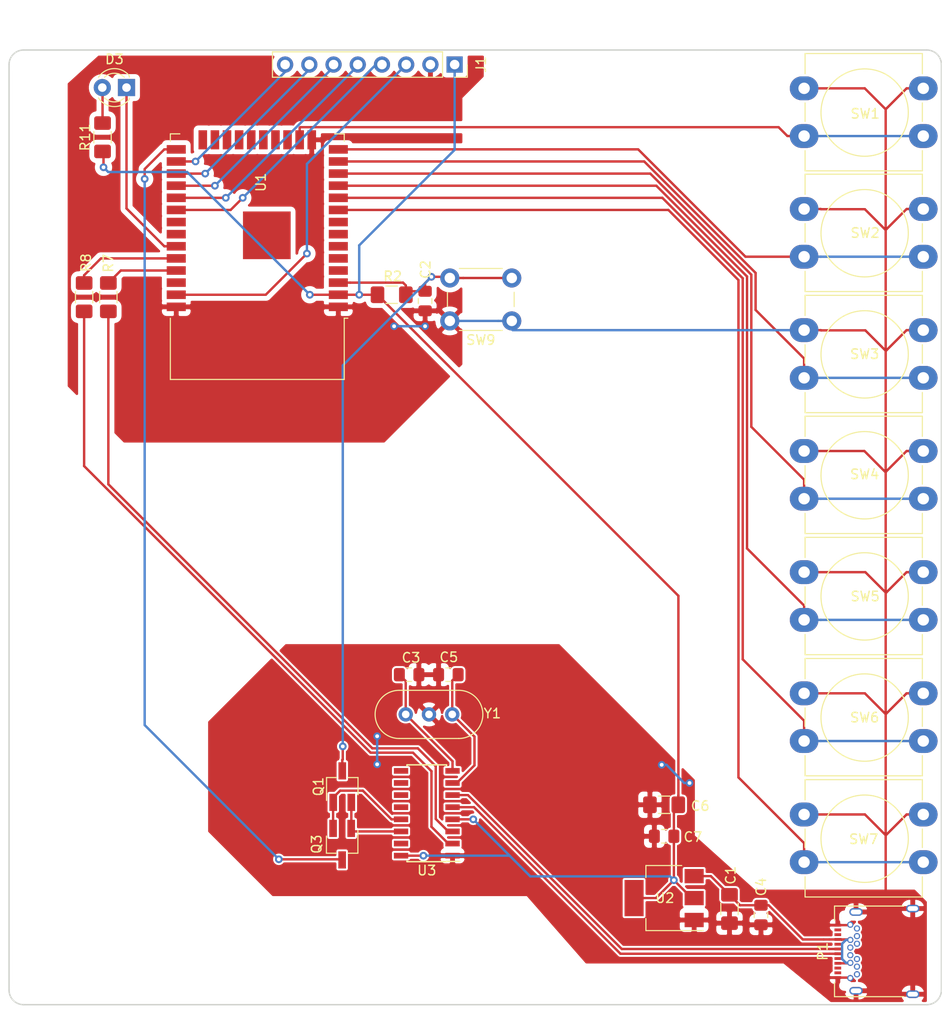
<source format=kicad_pcb>
(kicad_pcb (version 20171130) (host pcbnew 5.1.2)

  (general
    (thickness 1.6)
    (drawings 8)
    (tracks 283)
    (zones 0)
    (modules 32)
    (nets 54)
  )

  (page A4)
  (layers
    (0 F.Cu signal)
    (31 B.Cu signal)
    (32 B.Adhes user)
    (33 F.Adhes user)
    (34 B.Paste user)
    (35 F.Paste user)
    (36 B.SilkS user)
    (37 F.SilkS user)
    (38 B.Mask user)
    (39 F.Mask user)
    (40 Dwgs.User user)
    (41 Cmts.User user)
    (42 Eco1.User user)
    (43 Eco2.User user)
    (44 Edge.Cuts user)
    (45 Margin user)
    (46 B.CrtYd user)
    (47 F.CrtYd user)
    (48 B.Fab user)
    (49 F.Fab user)
  )

  (setup
    (last_trace_width 0.25)
    (trace_clearance 0.2)
    (zone_clearance 0.2)
    (zone_45_only no)
    (trace_min 0.2)
    (via_size 0.8)
    (via_drill 0.4)
    (via_min_size 0.4)
    (via_min_drill 0.3)
    (uvia_size 0.3)
    (uvia_drill 0.1)
    (uvias_allowed no)
    (uvia_min_size 0.2)
    (uvia_min_drill 0.1)
    (edge_width 0.15)
    (segment_width 0.2)
    (pcb_text_width 0.3)
    (pcb_text_size 1.5 1.5)
    (mod_edge_width 0.15)
    (mod_text_size 1 1)
    (mod_text_width 0.15)
    (pad_size 1.524 1.524)
    (pad_drill 0.762)
    (pad_to_mask_clearance 0.051)
    (solder_mask_min_width 0.25)
    (aux_axis_origin 0 0)
    (visible_elements FFFFFF7F)
    (pcbplotparams
      (layerselection 0x010f0_ffffffff)
      (usegerberextensions false)
      (usegerberattributes true)
      (usegerberadvancedattributes false)
      (creategerberjobfile false)
      (excludeedgelayer true)
      (linewidth 0.100000)
      (plotframeref false)
      (viasonmask false)
      (mode 1)
      (useauxorigin false)
      (hpglpennumber 1)
      (hpglpenspeed 20)
      (hpglpendiameter 15.000000)
      (psnegative false)
      (psa4output false)
      (plotreference true)
      (plotvalue true)
      (plotinvisibletext false)
      (padsonsilk false)
      (subtractmaskfromsilk false)
      (outputformat 1)
      (mirror false)
      (drillshape 0)
      (scaleselection 1)
      (outputdirectory "Gerbers/"))
  )

  (net 0 "")
  (net 1 GND)
  (net 2 EN)
  (net 3 XO)
  (net 4 XI)
  (net 5 VBUS)
  (net 6 "Net-(D3-Pad2)")
  (net 7 "Net-(J1-Pad3)")
  (net 8 "Net-(J1-Pad4)")
  (net 9 "Net-(J1-Pad5)")
  (net 10 "Net-(J1-Pad6)")
  (net 11 "Net-(J1-Pad7)")
  (net 12 "Net-(J1-Pad8)")
  (net 13 ~DTR~)
  (net 14 ~RTS~)
  (net 15 IO0)
  (net 16 BAT_V)
  (net 17 TX)
  (net 18 "Net-(R7-Pad1)")
  (net 19 "Net-(R8-Pad1)")
  (net 20 RX)
  (net 21 "Net-(SW1-Pad2)")
  (net 22 "Net-(SW2-Pad2)")
  (net 23 "Net-(SW3-Pad2)")
  (net 24 "Net-(SW4-Pad2)")
  (net 25 "Net-(SW5-Pad2)")
  (net 26 "Net-(SW6-Pad2)")
  (net 27 "Net-(SW7-Pad2)")
  (net 28 "Net-(U1-Pad4)")
  (net 29 "Net-(U1-Pad5)")
  (net 30 "Net-(U1-Pad6)")
  (net 31 "Net-(U1-Pad17)")
  (net 32 "Net-(U1-Pad18)")
  (net 33 "Net-(U1-Pad19)")
  (net 34 "Net-(U1-Pad20)")
  (net 35 "Net-(U1-Pad21)")
  (net 36 "Net-(U1-Pad22)")
  (net 37 "Net-(U1-Pad23)")
  (net 38 "Net-(U1-Pad24)")
  (net 39 "Net-(U1-Pad31)")
  (net 40 "Net-(U1-Pad32)")
  (net 41 "Net-(U1-Pad36)")
  (net 42 "Net-(P1-PadA6)")
  (net 43 "Net-(P1-PadA7)")
  (net 44 "Net-(U3-Pad9)")
  (net 45 "Net-(U3-Pad10)")
  (net 46 "Net-(U3-Pad11)")
  (net 47 "Net-(U3-Pad12)")
  (net 48 "Net-(U3-Pad15)")
  (net 49 "Net-(P1-PadA5)")
  (net 50 "Net-(P1-PadB5)")
  (net 51 "Net-(U1-Pad8)")
  (net 52 LED)
  (net 53 +3V3)

  (net_class Default "This is the default net class."
    (clearance 0.2)
    (trace_width 0.25)
    (via_dia 0.8)
    (via_drill 0.4)
    (uvia_dia 0.3)
    (uvia_drill 0.1)
    (add_net +3V3)
    (add_net BAT_V)
    (add_net EN)
    (add_net GND)
    (add_net IO0)
    (add_net LED)
    (add_net "Net-(D3-Pad2)")
    (add_net "Net-(J1-Pad3)")
    (add_net "Net-(J1-Pad4)")
    (add_net "Net-(J1-Pad5)")
    (add_net "Net-(J1-Pad6)")
    (add_net "Net-(J1-Pad7)")
    (add_net "Net-(J1-Pad8)")
    (add_net "Net-(P1-PadA5)")
    (add_net "Net-(P1-PadA6)")
    (add_net "Net-(P1-PadA7)")
    (add_net "Net-(P1-PadB5)")
    (add_net "Net-(R7-Pad1)")
    (add_net "Net-(R8-Pad1)")
    (add_net "Net-(SW1-Pad2)")
    (add_net "Net-(SW2-Pad2)")
    (add_net "Net-(SW3-Pad2)")
    (add_net "Net-(SW4-Pad2)")
    (add_net "Net-(SW5-Pad2)")
    (add_net "Net-(SW6-Pad2)")
    (add_net "Net-(SW7-Pad2)")
    (add_net "Net-(U1-Pad17)")
    (add_net "Net-(U1-Pad18)")
    (add_net "Net-(U1-Pad19)")
    (add_net "Net-(U1-Pad20)")
    (add_net "Net-(U1-Pad21)")
    (add_net "Net-(U1-Pad22)")
    (add_net "Net-(U1-Pad23)")
    (add_net "Net-(U1-Pad24)")
    (add_net "Net-(U1-Pad31)")
    (add_net "Net-(U1-Pad32)")
    (add_net "Net-(U1-Pad36)")
    (add_net "Net-(U1-Pad4)")
    (add_net "Net-(U1-Pad5)")
    (add_net "Net-(U1-Pad6)")
    (add_net "Net-(U1-Pad8)")
    (add_net "Net-(U3-Pad10)")
    (add_net "Net-(U3-Pad11)")
    (add_net "Net-(U3-Pad12)")
    (add_net "Net-(U3-Pad15)")
    (add_net "Net-(U3-Pad9)")
    (add_net RX)
    (add_net TX)
    (add_net VBUS)
    (add_net XI)
    (add_net XO)
    (add_net ~DTR~)
    (add_net ~RTS~)
  )

  (module Connector_USB:USB_C_Receptacle_Amphenol_12401548E4-2A (layer F.Cu) (tedit 5A142044) (tstamp 5CCF8513)
    (at 212.344 148.844 90)
    (descr "USB TYPE C, RA RCPT PCB, Hybrid, https://www.amphenolcanada.com/StockAvailabilityPrice.aspx?From=&PartNum=12401548E4%7e2A")
    (tags "USB C Type-C Receptacle Hybrid")
    (path /5CD70ACC)
    (attr smd)
    (fp_text reference P1 (at 0 -6.604 90) (layer F.SilkS)
      (effects (font (size 1 1) (thickness 0.15)))
    )
    (fp_text value USB_C_Plug_USB2.0 (at 0 1.14 90) (layer F.Fab)
      (effects (font (size 1 1) (thickness 0.15)))
    )
    (fp_line (start -4.6 5.23) (end -4.6 -5.22) (layer F.Fab) (width 0.1))
    (fp_line (start -4.6 -5.22) (end 4.6 -5.22) (layer F.Fab) (width 0.1))
    (fp_line (start -4.75 -5.37) (end -3.25 -5.37) (layer F.SilkS) (width 0.12))
    (fp_line (start -4.75 -5.37) (end -4.75 1.89) (layer F.SilkS) (width 0.12))
    (fp_line (start 4.75 -5.37) (end 4.75 1.89) (layer F.SilkS) (width 0.12))
    (fp_line (start 3.25 -5.37) (end 4.75 -5.37) (layer F.SilkS) (width 0.12))
    (fp_line (start -4.6 5.23) (end 4.6 5.23) (layer F.Fab) (width 0.1))
    (fp_line (start 4.6 5.23) (end 4.6 -5.22) (layer F.Fab) (width 0.1))
    (fp_line (start -5.39 -5.87) (end 5.39 -5.87) (layer F.CrtYd) (width 0.05))
    (fp_line (start 5.39 -5.87) (end 5.39 5.73) (layer F.CrtYd) (width 0.05))
    (fp_line (start 5.39 5.73) (end -5.39 5.73) (layer F.CrtYd) (width 0.05))
    (fp_line (start -5.39 5.73) (end -5.39 -5.87) (layer F.CrtYd) (width 0.05))
    (fp_text user %R (at 0 0 90) (layer F.Fab)
      (effects (font (size 1 1) (thickness 0.1)))
    )
    (pad B11 thru_hole circle (at -2.4 -3.01 90) (size 0.65 0.65) (drill 0.4) (layers *.Cu *.Mask))
    (pad B10 thru_hole circle (at -1.6 -3.01 90) (size 0.65 0.65) (drill 0.4) (layers *.Cu *.Mask))
    (pad B8 thru_hole circle (at -0.8 -3.01 90) (size 0.65 0.65) (drill 0.4) (layers *.Cu *.Mask))
    (pad B5 thru_hole circle (at 0.8 -3.01 90) (size 0.65 0.65) (drill 0.4) (layers *.Cu *.Mask)
      (net 50 "Net-(P1-PadB5)"))
    (pad B3 thru_hole circle (at 1.6 -3.01 90) (size 0.65 0.65) (drill 0.4) (layers *.Cu *.Mask))
    (pad B2 thru_hole circle (at 2.4 -3.01 90) (size 0.65 0.65) (drill 0.4) (layers *.Cu *.Mask))
    (pad B12 thru_hole circle (at -2.8 -3.71 90) (size 0.65 0.65) (drill 0.4) (layers *.Cu *.Mask)
      (net 1 GND))
    (pad B9 thru_hole circle (at -1.2 -3.71 90) (size 0.65 0.65) (drill 0.4) (layers *.Cu *.Mask)
      (net 5 VBUS))
    (pad B7 thru_hole circle (at -0.4 -3.71 90) (size 0.65 0.65) (drill 0.4) (layers *.Cu *.Mask))
    (pad B6 thru_hole circle (at 0.4 -3.71 90) (size 0.65 0.65) (drill 0.4) (layers *.Cu *.Mask))
    (pad B4 thru_hole circle (at 1.2 -3.71 90) (size 0.65 0.65) (drill 0.4) (layers *.Cu *.Mask)
      (net 5 VBUS))
    (pad B1 thru_hole circle (at 2.8 -3.71 90) (size 0.65 0.65) (drill 0.4) (layers *.Cu *.Mask)
      (net 1 GND))
    (pad "" np_thru_hole circle (at -3.6 -4.36 90) (size 0.65 0.65) (drill 0.65) (layers *.Cu *.Mask))
    (pad "" np_thru_hole oval (at 3.6 -4.36 90) (size 0.95 0.65) (drill oval 0.95 0.65) (layers *.Cu *.Mask))
    (pad S1 thru_hole oval (at -4.49 2.84 90) (size 0.8 1.4) (drill oval 0.5 1.1) (layers *.Cu *.Mask)
      (net 1 GND))
    (pad S1 thru_hole oval (at 4.49 2.84 90) (size 0.8 1.4) (drill oval 0.5 1.1) (layers *.Cu *.Mask)
      (net 1 GND))
    (pad S1 thru_hole oval (at 4.13 -3.11 90) (size 0.8 1.4) (drill oval 0.5 1.1) (layers *.Cu *.Mask)
      (net 1 GND))
    (pad A11 smd rect (at 2.25 -5.02 90) (size 0.3 0.7) (layers F.Cu F.Paste F.Mask))
    (pad A8 smd rect (at 0.75 -5.02 90) (size 0.3 0.7) (layers F.Cu F.Paste F.Mask))
    (pad A9 smd rect (at 1.25 -5.02 90) (size 0.3 0.7) (layers F.Cu F.Paste F.Mask)
      (net 5 VBUS))
    (pad A10 smd rect (at 1.75 -5.02 90) (size 0.3 0.7) (layers F.Cu F.Paste F.Mask))
    (pad A12 smd rect (at 2.75 -5.02 90) (size 0.3 0.7) (layers F.Cu F.Paste F.Mask)
      (net 1 GND))
    (pad A7 smd rect (at 0.25 -5.02 90) (size 0.3 0.7) (layers F.Cu F.Paste F.Mask)
      (net 43 "Net-(P1-PadA7)"))
    (pad A6 smd rect (at -0.25 -5.02 90) (size 0.3 0.7) (layers F.Cu F.Paste F.Mask)
      (net 42 "Net-(P1-PadA6)"))
    (pad A5 smd rect (at -0.75 -5.02 90) (size 0.3 0.7) (layers F.Cu F.Paste F.Mask)
      (net 49 "Net-(P1-PadA5)"))
    (pad A4 smd rect (at -1.25 -5.02 90) (size 0.3 0.7) (layers F.Cu F.Paste F.Mask)
      (net 5 VBUS))
    (pad A3 smd rect (at -1.75 -5.02 90) (size 0.3 0.7) (layers F.Cu F.Paste F.Mask))
    (pad A2 smd rect (at -2.25 -5.02 90) (size 0.3 0.7) (layers F.Cu F.Paste F.Mask))
    (pad A1 smd rect (at -2.75 -5.02 90) (size 0.3 0.7) (layers F.Cu F.Paste F.Mask)
      (net 1 GND))
    (pad S1 thru_hole oval (at -4.13 -3.11 90) (size 0.8 1.4) (drill oval 0.5 1.1) (layers *.Cu *.Mask)
      (net 1 GND))
    (model ${KISYS3DMOD}/Connector_USB.3dshapes/USB_C_Receptacle_Amphenol_12401548E4-2A.wrl
      (at (xyz 0 0 0))
      (scale (xyz 1 1 1))
      (rotate (xyz 0 0 0))
    )
  )

  (module MountingHole:MountingHole_2.2mm_M2 (layer F.Cu) (tedit 5CCF6E62) (tstamp 5CCF7B88)
    (at 121.92 55.88)
    (descr "Mounting Hole 2.2mm, no annular, M2")
    (tags "mounting hole 2.2mm no annular m2")
    (attr virtual)
    (fp_text reference REF** (at 0 -3.2) (layer F.SilkS) hide
      (effects (font (size 1 1) (thickness 0.15)))
    )
    (fp_text value MountingHole_2.2mm_M2 (at 0 3.2) (layer F.Fab) hide
      (effects (font (size 1 1) (thickness 0.15)))
    )
    (fp_text user %R (at 0.3 0) (layer F.Fab) hide
      (effects (font (size 1 1) (thickness 0.15)))
    )
    (fp_circle (center 0 0) (end 2.2 0) (layer Cmts.User) (width 0.15))
    (fp_circle (center 0 0) (end 2.45 0) (layer F.CrtYd) (width 0.05))
    (pad 1 np_thru_hole circle (at 0 0) (size 2.2 2.2) (drill 2.2) (layers *.Cu *.Mask))
  )

  (module MountingHole:MountingHole_2.2mm_M2 (layer F.Cu) (tedit 5CCF6E62) (tstamp 5CCF7B88)
    (at 194.437 55.88)
    (descr "Mounting Hole 2.2mm, no annular, M2")
    (tags "mounting hole 2.2mm no annular m2")
    (attr virtual)
    (fp_text reference REF** (at 0 -3.2) (layer F.SilkS) hide
      (effects (font (size 1 1) (thickness 0.15)))
    )
    (fp_text value MountingHole_2.2mm_M2 (at 0 3.2) (layer F.Fab) hide
      (effects (font (size 1 1) (thickness 0.15)))
    )
    (fp_text user %R (at 0.3 0) (layer F.Fab) hide
      (effects (font (size 1 1) (thickness 0.15)))
    )
    (fp_circle (center 0 0) (end 2.2 0) (layer Cmts.User) (width 0.15))
    (fp_circle (center 0 0) (end 2.45 0) (layer F.CrtYd) (width 0.05))
    (pad 1 np_thru_hole circle (at 0 0) (size 2.2 2.2) (drill 2.2) (layers *.Cu *.Mask))
  )

  (module MountingHole:MountingHole_2.2mm_M2 (layer F.Cu) (tedit 5CCF6E62) (tstamp 5CCF7B88)
    (at 194.437 152.908)
    (descr "Mounting Hole 2.2mm, no annular, M2")
    (tags "mounting hole 2.2mm no annular m2")
    (attr virtual)
    (fp_text reference REF** (at 0 -3.2) (layer F.SilkS) hide
      (effects (font (size 1 1) (thickness 0.15)))
    )
    (fp_text value MountingHole_2.2mm_M2 (at 0 3.2) (layer F.Fab) hide
      (effects (font (size 1 1) (thickness 0.15)))
    )
    (fp_text user %R (at 0.3 0) (layer F.Fab) hide
      (effects (font (size 1 1) (thickness 0.15)))
    )
    (fp_circle (center 0 0) (end 2.2 0) (layer Cmts.User) (width 0.15))
    (fp_circle (center 0 0) (end 2.45 0) (layer F.CrtYd) (width 0.05))
    (pad 1 np_thru_hole circle (at 0 0) (size 2.2 2.2) (drill 2.2) (layers *.Cu *.Mask))
  )

  (module Button_Switch_THT:SW_PUSH-12mm_Wuerth-430476085716 (layer F.Cu) (tedit 5A02FE31) (tstamp 5CCF81CB)
    (at 203.788 71.0222)
    (descr "SW PUSH 12mm http://katalog.we-online.de/em/datasheet/430476085716.pdf")
    (tags "tact sw push 12mm")
    (path /5C1A2C10)
    (fp_text reference SW2 (at 6.4008 2.5108) (layer F.SilkS)
      (effects (font (size 1 1) (thickness 0.15)))
    )
    (fp_text value SW_Push (at 6.35 9.93) (layer F.Fab)
      (effects (font (size 1 1) (thickness 0.15)))
    )
    (fp_circle (center 6.35 2.54) (end 10.92905 2.54) (layer F.SilkS) (width 0.12))
    (fp_line (start 0.25 -3.5) (end 0.25 8.5) (layer F.Fab) (width 0.1))
    (fp_line (start 0.25 8.5) (end 12.25 8.5) (layer F.Fab) (width 0.1))
    (fp_line (start 12.25 8.5) (end 12.25 -3.5) (layer F.Fab) (width 0.1))
    (fp_line (start 12.25 -3.5) (end 0.25 -3.5) (layer F.Fab) (width 0.1))
    (fp_line (start 0.1 -1.53) (end 0.1 -3.65) (layer F.SilkS) (width 0.12))
    (fp_line (start 0.1 -3.65) (end 12.4 -3.65) (layer F.SilkS) (width 0.12))
    (fp_line (start 12.4 -3.65) (end 12.4 -1.53) (layer F.SilkS) (width 0.12))
    (fp_line (start 12.4 1.53) (end 12.4 3.47) (layer F.SilkS) (width 0.12))
    (fp_line (start 12.4 6.53) (end 12.4 8.65) (layer F.SilkS) (width 0.12))
    (fp_line (start 12.4 8.65) (end 0.1 8.65) (layer F.SilkS) (width 0.12))
    (fp_line (start 0.1 8.65) (end 0.1 6.53) (layer F.SilkS) (width 0.12))
    (fp_line (start 0.1 3.47) (end 0.1 1.53) (layer F.SilkS) (width 0.12))
    (fp_line (start -1.75 -3.75) (end -1.75 8.75) (layer F.CrtYd) (width 0.05))
    (fp_line (start -1.75 8.75) (end 14.25 8.75) (layer F.CrtYd) (width 0.05))
    (fp_line (start 14.25 8.75) (end 14.25 -3.75) (layer F.CrtYd) (width 0.05))
    (fp_line (start 14.25 -3.75) (end -1.75 -3.75) (layer F.CrtYd) (width 0.05))
    (fp_text user %R (at 6.35 2.54) (layer F.Fab)
      (effects (font (size 1 1) (thickness 0.15)))
    )
    (pad 1 thru_hole oval (at 12.5 0) (size 3 2.5) (drill 1.2) (layers *.Cu *.Mask)
      (net 1 GND))
    (pad 2 thru_hole oval (at 12.5 5) (size 3 2.5) (drill 1.2) (layers *.Cu *.Mask)
      (net 22 "Net-(SW2-Pad2)"))
    (pad 1 thru_hole oval (at 0 0) (size 3 2.5) (drill 1.2) (layers *.Cu *.Mask)
      (net 1 GND))
    (pad 2 thru_hole oval (at 0 5) (size 3 2.5) (drill 1.2) (layers *.Cu *.Mask)
      (net 22 "Net-(SW2-Pad2)"))
    (model ${KISYS3DMOD}/Button_Switch_THT.3dshapes/SW_PUSH-12mm_Wuerth-430476085716.wrl
      (at (xyz 0 0 0))
      (scale (xyz 1 1 1))
      (rotate (xyz 0 0 0))
    )
  )

  (module Resistor_SMD:R_1206_3216Metric_Pad1.42x1.75mm_HandSolder (layer F.Cu) (tedit 5B301BBD) (tstamp 5CE74B55)
    (at 130.81 80.264 90)
    (descr "Resistor SMD 1206 (3216 Metric), square (rectangular) end terminal, IPC_7351 nominal with elongated pad for handsoldering. (Body size source: http://www.tortai-tech.com/upload/download/2011102023233369053.pdf), generated with kicad-footprint-generator")
    (tags "resistor handsolder")
    (path /5C61C40E)
    (attr smd)
    (fp_text reference R7 (at 3.556 0 90) (layer F.SilkS)
      (effects (font (size 1 1) (thickness 0.15)))
    )
    (fp_text value 0 (at 0 1.82 90) (layer F.Fab)
      (effects (font (size 1 1) (thickness 0.15)))
    )
    (fp_line (start -1.6 0.8) (end -1.6 -0.8) (layer F.Fab) (width 0.1))
    (fp_line (start -1.6 -0.8) (end 1.6 -0.8) (layer F.Fab) (width 0.1))
    (fp_line (start 1.6 -0.8) (end 1.6 0.8) (layer F.Fab) (width 0.1))
    (fp_line (start 1.6 0.8) (end -1.6 0.8) (layer F.Fab) (width 0.1))
    (fp_line (start -0.602064 -0.91) (end 0.602064 -0.91) (layer F.SilkS) (width 0.12))
    (fp_line (start -0.602064 0.91) (end 0.602064 0.91) (layer F.SilkS) (width 0.12))
    (fp_line (start -2.45 1.12) (end -2.45 -1.12) (layer F.CrtYd) (width 0.05))
    (fp_line (start -2.45 -1.12) (end 2.45 -1.12) (layer F.CrtYd) (width 0.05))
    (fp_line (start 2.45 -1.12) (end 2.45 1.12) (layer F.CrtYd) (width 0.05))
    (fp_line (start 2.45 1.12) (end -2.45 1.12) (layer F.CrtYd) (width 0.05))
    (fp_text user %R (at -1.524 -0.7112 180) (layer F.Fab)
      (effects (font (size 0.8 0.8) (thickness 0.12)))
    )
    (pad 1 smd roundrect (at -1.4875 0 90) (size 1.425 1.75) (layers F.Cu F.Paste F.Mask) (roundrect_rratio 0.175439)
      (net 18 "Net-(R7-Pad1)"))
    (pad 2 smd roundrect (at 1.4875 0 90) (size 1.425 1.75) (layers F.Cu F.Paste F.Mask) (roundrect_rratio 0.175439)
      (net 17 TX))
    (model ${KISYS3DMOD}/Resistor_SMD.3dshapes/R_1206_3216Metric.wrl
      (at (xyz 0 0 0))
      (scale (xyz 1 1 1))
      (rotate (xyz 0 0 0))
    )
  )

  (module LED_THT:LED_D3.0mm (layer F.Cu) (tedit 587A3A7B) (tstamp 5CDB8161)
    (at 132.715 58.293 180)
    (descr "LED, diameter 3.0mm, 2 pins")
    (tags "LED diameter 3.0mm 2 pins")
    (path /5CD2BA1C)
    (fp_text reference D3 (at 1.27 2.9718 180) (layer F.SilkS)
      (effects (font (size 1 1) (thickness 0.15)))
    )
    (fp_text value LED (at 1.27 2.96 180) (layer F.Fab)
      (effects (font (size 1 1) (thickness 0.15)))
    )
    (fp_arc (start 1.27 0) (end -0.23 -1.16619) (angle 284.3) (layer F.Fab) (width 0.1))
    (fp_arc (start 1.27 0) (end -0.29 -1.235516) (angle 108.8) (layer F.SilkS) (width 0.12))
    (fp_arc (start 1.27 0) (end -0.29 1.235516) (angle -108.8) (layer F.SilkS) (width 0.12))
    (fp_arc (start 1.27 0) (end 0.229039 -1.08) (angle 87.9) (layer F.SilkS) (width 0.12))
    (fp_arc (start 1.27 0) (end 0.229039 1.08) (angle -87.9) (layer F.SilkS) (width 0.12))
    (fp_circle (center 1.27 0) (end 2.77 0) (layer F.Fab) (width 0.1))
    (fp_line (start -0.23 -1.16619) (end -0.23 1.16619) (layer F.Fab) (width 0.1))
    (fp_line (start -0.29 -1.236) (end -0.29 -1.08) (layer F.SilkS) (width 0.12))
    (fp_line (start -0.29 1.08) (end -0.29 1.236) (layer F.SilkS) (width 0.12))
    (fp_line (start -1.15 -2.25) (end -1.15 2.25) (layer F.CrtYd) (width 0.05))
    (fp_line (start -1.15 2.25) (end 3.7 2.25) (layer F.CrtYd) (width 0.05))
    (fp_line (start 3.7 2.25) (end 3.7 -2.25) (layer F.CrtYd) (width 0.05))
    (fp_line (start 3.7 -2.25) (end -1.15 -2.25) (layer F.CrtYd) (width 0.05))
    (pad 1 thru_hole rect (at 0 0 180) (size 1.8 1.8) (drill 0.9) (layers *.Cu *.Mask)
      (net 52 LED))
    (pad 2 thru_hole circle (at 2.54 0 180) (size 1.8 1.8) (drill 0.9) (layers *.Cu *.Mask)
      (net 6 "Net-(D3-Pad2)"))
    (model ${KISYS3DMOD}/LED_THT.3dshapes/LED_D3.0mm.wrl
      (at (xyz 0 0 0))
      (scale (xyz 1 1 1))
      (rotate (xyz 0 0 0))
    )
  )

  (module Connector_PinSocket_2.54mm:PinSocket_1x08_P2.54mm_Vertical (layer F.Cu) (tedit 5A19A420) (tstamp 5CDB817D)
    (at 167.132 55.88 270)
    (descr "Through hole straight socket strip, 1x08, 2.54mm pitch, single row (from Kicad 4.0.7), script generated")
    (tags "Through hole socket strip THT 1x08 2.54mm single row")
    (path /5C195EF8)
    (fp_text reference J1 (at 0 -2.77 270) (layer F.SilkS)
      (effects (font (size 1 1) (thickness 0.15)))
    )
    (fp_text value Conn_01x08_Male (at 0 20.55 270) (layer F.Fab)
      (effects (font (size 1 1) (thickness 0.15)))
    )
    (fp_line (start -1.27 -1.27) (end 0.635 -1.27) (layer F.Fab) (width 0.1))
    (fp_line (start 0.635 -1.27) (end 1.27 -0.635) (layer F.Fab) (width 0.1))
    (fp_line (start 1.27 -0.635) (end 1.27 19.05) (layer F.Fab) (width 0.1))
    (fp_line (start 1.27 19.05) (end -1.27 19.05) (layer F.Fab) (width 0.1))
    (fp_line (start -1.27 19.05) (end -1.27 -1.27) (layer F.Fab) (width 0.1))
    (fp_line (start -1.33 1.27) (end 1.33 1.27) (layer F.SilkS) (width 0.12))
    (fp_line (start -1.33 1.27) (end -1.33 19.11) (layer F.SilkS) (width 0.12))
    (fp_line (start -1.33 19.11) (end 1.33 19.11) (layer F.SilkS) (width 0.12))
    (fp_line (start 1.33 1.27) (end 1.33 19.11) (layer F.SilkS) (width 0.12))
    (fp_line (start 1.33 -1.33) (end 1.33 0) (layer F.SilkS) (width 0.12))
    (fp_line (start 0 -1.33) (end 1.33 -1.33) (layer F.SilkS) (width 0.12))
    (fp_line (start -1.8 -1.8) (end 1.75 -1.8) (layer F.CrtYd) (width 0.05))
    (fp_line (start 1.75 -1.8) (end 1.75 19.55) (layer F.CrtYd) (width 0.05))
    (fp_line (start 1.75 19.55) (end -1.8 19.55) (layer F.CrtYd) (width 0.05))
    (fp_line (start -1.8 19.55) (end -1.8 -1.8) (layer F.CrtYd) (width 0.05))
    (fp_text user %R (at 0 8.89) (layer F.Fab)
      (effects (font (size 1 1) (thickness 0.15)))
    )
    (pad 1 thru_hole rect (at 0 0 270) (size 1.7 1.7) (drill 1) (layers *.Cu *.Mask)
      (net 53 +3V3))
    (pad 2 thru_hole oval (at 0 2.54 270) (size 1.7 1.7) (drill 1) (layers *.Cu *.Mask)
      (net 1 GND))
    (pad 3 thru_hole oval (at 0 5.08 270) (size 1.7 1.7) (drill 1) (layers *.Cu *.Mask)
      (net 7 "Net-(J1-Pad3)"))
    (pad 4 thru_hole oval (at 0 7.62 270) (size 1.7 1.7) (drill 1) (layers *.Cu *.Mask)
      (net 8 "Net-(J1-Pad4)"))
    (pad 5 thru_hole oval (at 0 10.16 270) (size 1.7 1.7) (drill 1) (layers *.Cu *.Mask)
      (net 9 "Net-(J1-Pad5)"))
    (pad 6 thru_hole oval (at 0 12.7 270) (size 1.7 1.7) (drill 1) (layers *.Cu *.Mask)
      (net 10 "Net-(J1-Pad6)"))
    (pad 7 thru_hole oval (at 0 15.24 270) (size 1.7 1.7) (drill 1) (layers *.Cu *.Mask)
      (net 11 "Net-(J1-Pad7)"))
    (pad 8 thru_hole oval (at 0 17.78 270) (size 1.7 1.7) (drill 1) (layers *.Cu *.Mask)
      (net 12 "Net-(J1-Pad8)"))
    (model ${KISYS3DMOD}/Connector_PinSocket_2.54mm.3dshapes/PinSocket_1x08_P2.54mm_Vertical.wrl
      (at (xyz 0 0 0))
      (scale (xyz 1 1 1))
      (rotate (xyz 0 0 0))
    )
  )

  (module Resistor_SMD:R_1206_3216Metric_Pad1.42x1.75mm_HandSolder (layer F.Cu) (tedit 5B301BBD) (tstamp 5CE723BF)
    (at 130.2004 63.5 90)
    (descr "Resistor SMD 1206 (3216 Metric), square (rectangular) end terminal, IPC_7351 nominal with elongated pad for handsoldering. (Body size source: http://www.tortai-tech.com/upload/download/2011102023233369053.pdf), generated with kicad-footprint-generator")
    (tags "resistor handsolder")
    (path /5CD2BB7B)
    (attr smd)
    (fp_text reference R11 (at 0 -1.82 90) (layer F.SilkS)
      (effects (font (size 1 1) (thickness 0.15)))
    )
    (fp_text value 2k (at 0 1.82 90) (layer F.Fab)
      (effects (font (size 1 1) (thickness 0.15)))
    )
    (fp_text user %R (at 0 0 90) (layer F.Fab)
      (effects (font (size 0.8 0.8) (thickness 0.12)))
    )
    (fp_line (start 2.45 1.12) (end -2.45 1.12) (layer F.CrtYd) (width 0.05))
    (fp_line (start 2.45 -1.12) (end 2.45 1.12) (layer F.CrtYd) (width 0.05))
    (fp_line (start -2.45 -1.12) (end 2.45 -1.12) (layer F.CrtYd) (width 0.05))
    (fp_line (start -2.45 1.12) (end -2.45 -1.12) (layer F.CrtYd) (width 0.05))
    (fp_line (start -0.602064 0.91) (end 0.602064 0.91) (layer F.SilkS) (width 0.12))
    (fp_line (start -0.602064 -0.91) (end 0.602064 -0.91) (layer F.SilkS) (width 0.12))
    (fp_line (start 1.6 0.8) (end -1.6 0.8) (layer F.Fab) (width 0.1))
    (fp_line (start 1.6 -0.8) (end 1.6 0.8) (layer F.Fab) (width 0.1))
    (fp_line (start -1.6 -0.8) (end 1.6 -0.8) (layer F.Fab) (width 0.1))
    (fp_line (start -1.6 0.8) (end -1.6 -0.8) (layer F.Fab) (width 0.1))
    (pad 2 smd roundrect (at 1.4875 0 90) (size 1.425 1.75) (layers F.Cu F.Paste F.Mask) (roundrect_rratio 0.175439)
      (net 6 "Net-(D3-Pad2)"))
    (pad 1 smd roundrect (at -1.4875 0 90) (size 1.425 1.75) (layers F.Cu F.Paste F.Mask) (roundrect_rratio 0.175439)
      (net 53 +3V3))
    (model ${KISYS3DMOD}/Resistor_SMD.3dshapes/R_1206_3216Metric.wrl
      (at (xyz 0 0 0))
      (scale (xyz 1 1 1))
      (rotate (xyz 0 0 0))
    )
  )

  (module Button_Switch_THT:SW_PUSH-12mm_Wuerth-430476085716 (layer F.Cu) (tedit 5A02FE31) (tstamp 5CCF8180)
    (at 203.788 58.373)
    (descr "SW PUSH 12mm http://katalog.we-online.de/em/datasheet/430476085716.pdf")
    (tags "tact sw push 12mm")
    (path /5C1A2B6F)
    (fp_text reference SW1 (at 6.4008 2.6632) (layer F.SilkS)
      (effects (font (size 1 1) (thickness 0.15)))
    )
    (fp_text value SW_Push (at 6.35 9.93) (layer F.Fab)
      (effects (font (size 1 1) (thickness 0.15)))
    )
    (fp_text user %R (at 6.35 2.54) (layer F.Fab)
      (effects (font (size 1 1) (thickness 0.15)))
    )
    (fp_line (start 14.25 -3.75) (end -1.75 -3.75) (layer F.CrtYd) (width 0.05))
    (fp_line (start 14.25 8.75) (end 14.25 -3.75) (layer F.CrtYd) (width 0.05))
    (fp_line (start -1.75 8.75) (end 14.25 8.75) (layer F.CrtYd) (width 0.05))
    (fp_line (start -1.75 -3.75) (end -1.75 8.75) (layer F.CrtYd) (width 0.05))
    (fp_line (start 0.1 3.47) (end 0.1 1.53) (layer F.SilkS) (width 0.12))
    (fp_line (start 0.1 8.65) (end 0.1 6.53) (layer F.SilkS) (width 0.12))
    (fp_line (start 12.4 8.65) (end 0.1 8.65) (layer F.SilkS) (width 0.12))
    (fp_line (start 12.4 6.53) (end 12.4 8.65) (layer F.SilkS) (width 0.12))
    (fp_line (start 12.4 1.53) (end 12.4 3.47) (layer F.SilkS) (width 0.12))
    (fp_line (start 12.4 -3.65) (end 12.4 -1.53) (layer F.SilkS) (width 0.12))
    (fp_line (start 0.1 -3.65) (end 12.4 -3.65) (layer F.SilkS) (width 0.12))
    (fp_line (start 0.1 -1.53) (end 0.1 -3.65) (layer F.SilkS) (width 0.12))
    (fp_line (start 12.25 -3.5) (end 0.25 -3.5) (layer F.Fab) (width 0.1))
    (fp_line (start 12.25 8.5) (end 12.25 -3.5) (layer F.Fab) (width 0.1))
    (fp_line (start 0.25 8.5) (end 12.25 8.5) (layer F.Fab) (width 0.1))
    (fp_line (start 0.25 -3.5) (end 0.25 8.5) (layer F.Fab) (width 0.1))
    (fp_circle (center 6.35 2.54) (end 10.92905 2.54) (layer F.SilkS) (width 0.12))
    (pad 2 thru_hole oval (at 0 5) (size 3 2.5) (drill 1.2) (layers *.Cu *.Mask)
      (net 21 "Net-(SW1-Pad2)"))
    (pad 1 thru_hole oval (at 0 0) (size 3 2.5) (drill 1.2) (layers *.Cu *.Mask)
      (net 1 GND))
    (pad 2 thru_hole oval (at 12.5 5) (size 3 2.5) (drill 1.2) (layers *.Cu *.Mask)
      (net 21 "Net-(SW1-Pad2)"))
    (pad 1 thru_hole oval (at 12.5 0) (size 3 2.5) (drill 1.2) (layers *.Cu *.Mask)
      (net 1 GND))
    (model ${KISYS3DMOD}/Button_Switch_THT.3dshapes/SW_PUSH-12mm_Wuerth-430476085716.wrl
      (at (xyz 0 0 0))
      (scale (xyz 1 1 1))
      (rotate (xyz 0 0 0))
    )
  )

  (module Button_Switch_THT:SW_PUSH-12mm_Wuerth-430476085716 (layer F.Cu) (tedit 5A02FE31) (tstamp 5CCF80D5)
    (at 203.788 83.7222)
    (descr "SW PUSH 12mm http://katalog.we-online.de/em/datasheet/430476085716.pdf")
    (tags "tact sw push 12mm")
    (path /5C1A2CBF)
    (fp_text reference SW3 (at 6.35 2.5108) (layer F.SilkS)
      (effects (font (size 1 1) (thickness 0.15)))
    )
    (fp_text value SW_Push (at 6.35 9.93) (layer F.Fab)
      (effects (font (size 1 1) (thickness 0.15)))
    )
    (fp_text user %R (at 6.35 2.54) (layer F.Fab)
      (effects (font (size 1 1) (thickness 0.15)))
    )
    (fp_line (start 14.25 -3.75) (end -1.75 -3.75) (layer F.CrtYd) (width 0.05))
    (fp_line (start 14.25 8.75) (end 14.25 -3.75) (layer F.CrtYd) (width 0.05))
    (fp_line (start -1.75 8.75) (end 14.25 8.75) (layer F.CrtYd) (width 0.05))
    (fp_line (start -1.75 -3.75) (end -1.75 8.75) (layer F.CrtYd) (width 0.05))
    (fp_line (start 0.1 3.47) (end 0.1 1.53) (layer F.SilkS) (width 0.12))
    (fp_line (start 0.1 8.65) (end 0.1 6.53) (layer F.SilkS) (width 0.12))
    (fp_line (start 12.4 8.65) (end 0.1 8.65) (layer F.SilkS) (width 0.12))
    (fp_line (start 12.4 6.53) (end 12.4 8.65) (layer F.SilkS) (width 0.12))
    (fp_line (start 12.4 1.53) (end 12.4 3.47) (layer F.SilkS) (width 0.12))
    (fp_line (start 12.4 -3.65) (end 12.4 -1.53) (layer F.SilkS) (width 0.12))
    (fp_line (start 0.1 -3.65) (end 12.4 -3.65) (layer F.SilkS) (width 0.12))
    (fp_line (start 0.1 -1.53) (end 0.1 -3.65) (layer F.SilkS) (width 0.12))
    (fp_line (start 12.25 -3.5) (end 0.25 -3.5) (layer F.Fab) (width 0.1))
    (fp_line (start 12.25 8.5) (end 12.25 -3.5) (layer F.Fab) (width 0.1))
    (fp_line (start 0.25 8.5) (end 12.25 8.5) (layer F.Fab) (width 0.1))
    (fp_line (start 0.25 -3.5) (end 0.25 8.5) (layer F.Fab) (width 0.1))
    (fp_circle (center 6.35 2.54) (end 10.92905 2.54) (layer F.SilkS) (width 0.12))
    (pad 2 thru_hole oval (at 0 5) (size 3 2.5) (drill 1.2) (layers *.Cu *.Mask)
      (net 23 "Net-(SW3-Pad2)"))
    (pad 1 thru_hole oval (at 0 0) (size 3 2.5) (drill 1.2) (layers *.Cu *.Mask)
      (net 1 GND))
    (pad 2 thru_hole oval (at 12.5 5) (size 3 2.5) (drill 1.2) (layers *.Cu *.Mask)
      (net 23 "Net-(SW3-Pad2)"))
    (pad 1 thru_hole oval (at 12.5 0) (size 3 2.5) (drill 1.2) (layers *.Cu *.Mask)
      (net 1 GND))
    (model ${KISYS3DMOD}/Button_Switch_THT.3dshapes/SW_PUSH-12mm_Wuerth-430476085716.wrl
      (at (xyz 0 0 0))
      (scale (xyz 1 1 1))
      (rotate (xyz 0 0 0))
    )
  )

  (module Button_Switch_THT:SW_PUSH-12mm_Wuerth-430476085716 (layer F.Cu) (tedit 5A02FE31) (tstamp 5CCF821F)
    (at 203.788 96.393)
    (descr "SW PUSH 12mm http://katalog.we-online.de/em/datasheet/430476085716.pdf")
    (tags "tact sw push 12mm")
    (path /5C1A2D79)
    (fp_text reference SW4 (at 6.35 2.4384) (layer F.SilkS)
      (effects (font (size 1 1) (thickness 0.15)))
    )
    (fp_text value SW_Push (at 6.35 9.93) (layer F.Fab)
      (effects (font (size 1 1) (thickness 0.15)))
    )
    (fp_circle (center 6.35 2.54) (end 10.92905 2.54) (layer F.SilkS) (width 0.12))
    (fp_line (start 0.25 -3.5) (end 0.25 8.5) (layer F.Fab) (width 0.1))
    (fp_line (start 0.25 8.5) (end 12.25 8.5) (layer F.Fab) (width 0.1))
    (fp_line (start 12.25 8.5) (end 12.25 -3.5) (layer F.Fab) (width 0.1))
    (fp_line (start 12.25 -3.5) (end 0.25 -3.5) (layer F.Fab) (width 0.1))
    (fp_line (start 0.1 -1.53) (end 0.1 -3.65) (layer F.SilkS) (width 0.12))
    (fp_line (start 0.1 -3.65) (end 12.4 -3.65) (layer F.SilkS) (width 0.12))
    (fp_line (start 12.4 -3.65) (end 12.4 -1.53) (layer F.SilkS) (width 0.12))
    (fp_line (start 12.4 1.53) (end 12.4 3.47) (layer F.SilkS) (width 0.12))
    (fp_line (start 12.4 6.53) (end 12.4 8.65) (layer F.SilkS) (width 0.12))
    (fp_line (start 12.4 8.65) (end 0.1 8.65) (layer F.SilkS) (width 0.12))
    (fp_line (start 0.1 8.65) (end 0.1 6.53) (layer F.SilkS) (width 0.12))
    (fp_line (start 0.1 3.47) (end 0.1 1.53) (layer F.SilkS) (width 0.12))
    (fp_line (start -1.75 -3.75) (end -1.75 8.75) (layer F.CrtYd) (width 0.05))
    (fp_line (start -1.75 8.75) (end 14.25 8.75) (layer F.CrtYd) (width 0.05))
    (fp_line (start 14.25 8.75) (end 14.25 -3.75) (layer F.CrtYd) (width 0.05))
    (fp_line (start 14.25 -3.75) (end -1.75 -3.75) (layer F.CrtYd) (width 0.05))
    (fp_text user %R (at 6.35 2.54) (layer F.Fab)
      (effects (font (size 1 1) (thickness 0.15)))
    )
    (pad 1 thru_hole oval (at 12.5 0) (size 3 2.5) (drill 1.2) (layers *.Cu *.Mask)
      (net 1 GND))
    (pad 2 thru_hole oval (at 12.5 5) (size 3 2.5) (drill 1.2) (layers *.Cu *.Mask)
      (net 24 "Net-(SW4-Pad2)"))
    (pad 1 thru_hole oval (at 0 0) (size 3 2.5) (drill 1.2) (layers *.Cu *.Mask)
      (net 1 GND))
    (pad 2 thru_hole oval (at 0 5) (size 3 2.5) (drill 1.2) (layers *.Cu *.Mask)
      (net 24 "Net-(SW4-Pad2)"))
    (model ${KISYS3DMOD}/Button_Switch_THT.3dshapes/SW_PUSH-12mm_Wuerth-430476085716.wrl
      (at (xyz 0 0 0))
      (scale (xyz 1 1 1))
      (rotate (xyz 0 0 0))
    )
  )

  (module Button_Switch_THT:SW_PUSH-12mm_Wuerth-430476085716 (layer F.Cu) (tedit 5A02FE31) (tstamp 5CCF8078)
    (at 203.788 109.093)
    (descr "SW PUSH 12mm http://katalog.we-online.de/em/datasheet/430476085716.pdf")
    (tags "tact sw push 12mm")
    (path /5C1A2EA5)
    (fp_text reference SW5 (at 6.4008 2.54) (layer F.SilkS)
      (effects (font (size 1 1) (thickness 0.15)))
    )
    (fp_text value SW_Push (at 6.35 9.93) (layer F.Fab)
      (effects (font (size 1 1) (thickness 0.15)))
    )
    (fp_text user %R (at 6.35 2.54) (layer F.Fab)
      (effects (font (size 1 1) (thickness 0.15)))
    )
    (fp_line (start 14.25 -3.75) (end -1.75 -3.75) (layer F.CrtYd) (width 0.05))
    (fp_line (start 14.25 8.75) (end 14.25 -3.75) (layer F.CrtYd) (width 0.05))
    (fp_line (start -1.75 8.75) (end 14.25 8.75) (layer F.CrtYd) (width 0.05))
    (fp_line (start -1.75 -3.75) (end -1.75 8.75) (layer F.CrtYd) (width 0.05))
    (fp_line (start 0.1 3.47) (end 0.1 1.53) (layer F.SilkS) (width 0.12))
    (fp_line (start 0.1 8.65) (end 0.1 6.53) (layer F.SilkS) (width 0.12))
    (fp_line (start 12.4 8.65) (end 0.1 8.65) (layer F.SilkS) (width 0.12))
    (fp_line (start 12.4 6.53) (end 12.4 8.65) (layer F.SilkS) (width 0.12))
    (fp_line (start 12.4 1.53) (end 12.4 3.47) (layer F.SilkS) (width 0.12))
    (fp_line (start 12.4 -3.65) (end 12.4 -1.53) (layer F.SilkS) (width 0.12))
    (fp_line (start 0.1 -3.65) (end 12.4 -3.65) (layer F.SilkS) (width 0.12))
    (fp_line (start 0.1 -1.53) (end 0.1 -3.65) (layer F.SilkS) (width 0.12))
    (fp_line (start 12.25 -3.5) (end 0.25 -3.5) (layer F.Fab) (width 0.1))
    (fp_line (start 12.25 8.5) (end 12.25 -3.5) (layer F.Fab) (width 0.1))
    (fp_line (start 0.25 8.5) (end 12.25 8.5) (layer F.Fab) (width 0.1))
    (fp_line (start 0.25 -3.5) (end 0.25 8.5) (layer F.Fab) (width 0.1))
    (fp_circle (center 6.35 2.54) (end 10.92905 2.54) (layer F.SilkS) (width 0.12))
    (pad 2 thru_hole oval (at 0 5) (size 3 2.5) (drill 1.2) (layers *.Cu *.Mask)
      (net 25 "Net-(SW5-Pad2)"))
    (pad 1 thru_hole oval (at 0 0) (size 3 2.5) (drill 1.2) (layers *.Cu *.Mask)
      (net 1 GND))
    (pad 2 thru_hole oval (at 12.5 5) (size 3 2.5) (drill 1.2) (layers *.Cu *.Mask)
      (net 25 "Net-(SW5-Pad2)"))
    (pad 1 thru_hole oval (at 12.5 0) (size 3 2.5) (drill 1.2) (layers *.Cu *.Mask)
      (net 1 GND))
    (model ${KISYS3DMOD}/Button_Switch_THT.3dshapes/SW_PUSH-12mm_Wuerth-430476085716.wrl
      (at (xyz 0 0 0))
      (scale (xyz 1 1 1))
      (rotate (xyz 0 0 0))
    )
  )

  (module Button_Switch_THT:SW_PUSH-12mm_Wuerth-430476085716 (layer F.Cu) (tedit 5A02FE31) (tstamp 5CCF826A)
    (at 203.788 121.793)
    (descr "SW PUSH 12mm http://katalog.we-online.de/em/datasheet/430476085716.pdf")
    (tags "tact sw push 12mm")
    (path /5C1A2F9A)
    (fp_text reference SW6 (at 6.35 2.54) (layer F.SilkS)
      (effects (font (size 1 1) (thickness 0.15)))
    )
    (fp_text value SW_Push (at 6.35 9.93) (layer F.Fab)
      (effects (font (size 1 1) (thickness 0.15)))
    )
    (fp_circle (center 6.35 2.54) (end 10.92905 2.54) (layer F.SilkS) (width 0.12))
    (fp_line (start 0.25 -3.5) (end 0.25 8.5) (layer F.Fab) (width 0.1))
    (fp_line (start 0.25 8.5) (end 12.25 8.5) (layer F.Fab) (width 0.1))
    (fp_line (start 12.25 8.5) (end 12.25 -3.5) (layer F.Fab) (width 0.1))
    (fp_line (start 12.25 -3.5) (end 0.25 -3.5) (layer F.Fab) (width 0.1))
    (fp_line (start 0.1 -1.53) (end 0.1 -3.65) (layer F.SilkS) (width 0.12))
    (fp_line (start 0.1 -3.65) (end 12.4 -3.65) (layer F.SilkS) (width 0.12))
    (fp_line (start 12.4 -3.65) (end 12.4 -1.53) (layer F.SilkS) (width 0.12))
    (fp_line (start 12.4 1.53) (end 12.4 3.47) (layer F.SilkS) (width 0.12))
    (fp_line (start 12.4 6.53) (end 12.4 8.65) (layer F.SilkS) (width 0.12))
    (fp_line (start 12.4 8.65) (end 0.1 8.65) (layer F.SilkS) (width 0.12))
    (fp_line (start 0.1 8.65) (end 0.1 6.53) (layer F.SilkS) (width 0.12))
    (fp_line (start 0.1 3.47) (end 0.1 1.53) (layer F.SilkS) (width 0.12))
    (fp_line (start -1.75 -3.75) (end -1.75 8.75) (layer F.CrtYd) (width 0.05))
    (fp_line (start -1.75 8.75) (end 14.25 8.75) (layer F.CrtYd) (width 0.05))
    (fp_line (start 14.25 8.75) (end 14.25 -3.75) (layer F.CrtYd) (width 0.05))
    (fp_line (start 14.25 -3.75) (end -1.75 -3.75) (layer F.CrtYd) (width 0.05))
    (fp_text user %R (at 6.35 2.54) (layer F.Fab)
      (effects (font (size 1 1) (thickness 0.15)))
    )
    (pad 1 thru_hole oval (at 12.5 0) (size 3 2.5) (drill 1.2) (layers *.Cu *.Mask)
      (net 1 GND))
    (pad 2 thru_hole oval (at 12.5 5) (size 3 2.5) (drill 1.2) (layers *.Cu *.Mask)
      (net 26 "Net-(SW6-Pad2)"))
    (pad 1 thru_hole oval (at 0 0) (size 3 2.5) (drill 1.2) (layers *.Cu *.Mask)
      (net 1 GND))
    (pad 2 thru_hole oval (at 0 5) (size 3 2.5) (drill 1.2) (layers *.Cu *.Mask)
      (net 26 "Net-(SW6-Pad2)"))
    (model ${KISYS3DMOD}/Button_Switch_THT.3dshapes/SW_PUSH-12mm_Wuerth-430476085716.wrl
      (at (xyz 0 0 0))
      (scale (xyz 1 1 1))
      (rotate (xyz 0 0 0))
    )
  )

  (module Button_Switch_THT:SW_PUSH-12mm_Wuerth-430476085716 (layer F.Cu) (tedit 5A02FE31) (tstamp 5CCF82C7)
    (at 203.788 134.493)
    (descr "SW PUSH 12mm http://katalog.we-online.de/em/datasheet/430476085716.pdf")
    (tags "tact sw push 12mm")
    (path /5C1A3075)
    (fp_text reference SW7 (at 6.2484 2.5908) (layer F.SilkS)
      (effects (font (size 1 1) (thickness 0.15)))
    )
    (fp_text value SW_Push (at 6.35 9.93) (layer F.Fab)
      (effects (font (size 1 1) (thickness 0.15)))
    )
    (fp_text user %R (at 6.35 2.54) (layer F.Fab)
      (effects (font (size 1 1) (thickness 0.15)))
    )
    (fp_line (start 14.25 -3.75) (end -1.75 -3.75) (layer F.CrtYd) (width 0.05))
    (fp_line (start 14.25 8.75) (end 14.25 -3.75) (layer F.CrtYd) (width 0.05))
    (fp_line (start -1.75 8.75) (end 14.25 8.75) (layer F.CrtYd) (width 0.05))
    (fp_line (start -1.75 -3.75) (end -1.75 8.75) (layer F.CrtYd) (width 0.05))
    (fp_line (start 0.1 3.47) (end 0.1 1.53) (layer F.SilkS) (width 0.12))
    (fp_line (start 0.1 8.65) (end 0.1 6.53) (layer F.SilkS) (width 0.12))
    (fp_line (start 12.4 8.65) (end 0.1 8.65) (layer F.SilkS) (width 0.12))
    (fp_line (start 12.4 6.53) (end 12.4 8.65) (layer F.SilkS) (width 0.12))
    (fp_line (start 12.4 1.53) (end 12.4 3.47) (layer F.SilkS) (width 0.12))
    (fp_line (start 12.4 -3.65) (end 12.4 -1.53) (layer F.SilkS) (width 0.12))
    (fp_line (start 0.1 -3.65) (end 12.4 -3.65) (layer F.SilkS) (width 0.12))
    (fp_line (start 0.1 -1.53) (end 0.1 -3.65) (layer F.SilkS) (width 0.12))
    (fp_line (start 12.25 -3.5) (end 0.25 -3.5) (layer F.Fab) (width 0.1))
    (fp_line (start 12.25 8.5) (end 12.25 -3.5) (layer F.Fab) (width 0.1))
    (fp_line (start 0.25 8.5) (end 12.25 8.5) (layer F.Fab) (width 0.1))
    (fp_line (start 0.25 -3.5) (end 0.25 8.5) (layer F.Fab) (width 0.1))
    (fp_circle (center 6.35 2.54) (end 10.92905 2.54) (layer F.SilkS) (width 0.12))
    (pad 2 thru_hole oval (at 0 5) (size 3 2.5) (drill 1.2) (layers *.Cu *.Mask)
      (net 27 "Net-(SW7-Pad2)"))
    (pad 1 thru_hole oval (at 0 0) (size 3 2.5) (drill 1.2) (layers *.Cu *.Mask)
      (net 1 GND))
    (pad 2 thru_hole oval (at 12.5 5) (size 3 2.5) (drill 1.2) (layers *.Cu *.Mask)
      (net 27 "Net-(SW7-Pad2)"))
    (pad 1 thru_hole oval (at 12.5 0) (size 3 2.5) (drill 1.2) (layers *.Cu *.Mask)
      (net 1 GND))
    (model ${KISYS3DMOD}/Button_Switch_THT.3dshapes/SW_PUSH-12mm_Wuerth-430476085716.wrl
      (at (xyz 0 0 0))
      (scale (xyz 1 1 1))
      (rotate (xyz 0 0 0))
    )
  )

  (module RF_Module:ESP32-WROOM-32 (layer F.Cu) (tedit 5B5B4654) (tstamp 5CDB83EB)
    (at 146.431 73.025 180)
    (descr "Single 2.4 GHz Wi-Fi and Bluetooth combo chip https://www.espressif.com/sites/default/files/documentation/esp32-wroom-32_datasheet_en.pdf")
    (tags "Single 2.4 GHz Wi-Fi and Bluetooth combo  chip")
    (path /5C195B71)
    (attr smd)
    (fp_text reference U1 (at -0.381 4.8006 270) (layer F.SilkS)
      (effects (font (size 1 1) (thickness 0.15)))
    )
    (fp_text value ESP32-WROOM (at 0 11.5 180) (layer F.Fab)
      (effects (font (size 1 1) (thickness 0.15)))
    )
    (fp_text user %R (at 0 0 180) (layer F.Fab)
      (effects (font (size 1 1) (thickness 0.15)))
    )
    (fp_text user "KEEP-OUT ZONE" (at 0 -19 180) (layer Cmts.User)
      (effects (font (size 1 1) (thickness 0.15)))
    )
    (fp_text user Antenna (at 0 -13 180) (layer Cmts.User)
      (effects (font (size 1 1) (thickness 0.15)))
    )
    (fp_text user "5 mm" (at 11.8 -14.375 180) (layer Cmts.User)
      (effects (font (size 0.5 0.5) (thickness 0.1)))
    )
    (fp_text user "5 mm" (at -11.2 -14.375 180) (layer Cmts.User)
      (effects (font (size 0.5 0.5) (thickness 0.1)))
    )
    (fp_text user "5 mm" (at 7.8 -19.075 270) (layer Cmts.User)
      (effects (font (size 0.5 0.5) (thickness 0.1)))
    )
    (fp_line (start -14 -9.97) (end -14 -20.75) (layer Dwgs.User) (width 0.1))
    (fp_line (start 9 9.76) (end 9 -15.745) (layer F.Fab) (width 0.1))
    (fp_line (start -9 9.76) (end 9 9.76) (layer F.Fab) (width 0.1))
    (fp_line (start -9 -15.745) (end -9 -10.02) (layer F.Fab) (width 0.1))
    (fp_line (start -9 -15.745) (end 9 -15.745) (layer F.Fab) (width 0.1))
    (fp_line (start -9.75 10.5) (end -9.75 -9.72) (layer F.CrtYd) (width 0.05))
    (fp_line (start -9.75 10.5) (end 9.75 10.5) (layer F.CrtYd) (width 0.05))
    (fp_line (start 9.75 -9.72) (end 9.75 10.5) (layer F.CrtYd) (width 0.05))
    (fp_line (start -14.25 -21) (end 14.25 -21) (layer F.CrtYd) (width 0.05))
    (fp_line (start -9 -9.02) (end -9 9.76) (layer F.Fab) (width 0.1))
    (fp_line (start -8.5 -9.52) (end -9 -10.02) (layer F.Fab) (width 0.1))
    (fp_line (start -9 -9.02) (end -8.5 -9.52) (layer F.Fab) (width 0.1))
    (fp_line (start 14 -9.97) (end -14 -9.97) (layer Dwgs.User) (width 0.1))
    (fp_line (start 14 -9.97) (end 14 -20.75) (layer Dwgs.User) (width 0.1))
    (fp_line (start 14 -20.75) (end -14 -20.75) (layer Dwgs.User) (width 0.1))
    (fp_line (start -14.25 -21) (end -14.25 -9.72) (layer F.CrtYd) (width 0.05))
    (fp_line (start 14.25 -21) (end 14.25 -9.72) (layer F.CrtYd) (width 0.05))
    (fp_line (start -14.25 -9.72) (end -9.75 -9.72) (layer F.CrtYd) (width 0.05))
    (fp_line (start 9.75 -9.72) (end 14.25 -9.72) (layer F.CrtYd) (width 0.05))
    (fp_line (start -12.525 -20.75) (end -14 -19.66) (layer Dwgs.User) (width 0.1))
    (fp_line (start -10.525 -20.75) (end -14 -18.045) (layer Dwgs.User) (width 0.1))
    (fp_line (start -8.525 -20.75) (end -14 -16.43) (layer Dwgs.User) (width 0.1))
    (fp_line (start -6.525 -20.75) (end -14 -14.815) (layer Dwgs.User) (width 0.1))
    (fp_line (start -4.525 -20.75) (end -14 -13.2) (layer Dwgs.User) (width 0.1))
    (fp_line (start -2.525 -20.75) (end -14 -11.585) (layer Dwgs.User) (width 0.1))
    (fp_line (start -0.525 -20.75) (end -14 -9.97) (layer Dwgs.User) (width 0.1))
    (fp_line (start 1.475 -20.75) (end -12 -9.97) (layer Dwgs.User) (width 0.1))
    (fp_line (start 3.475 -20.75) (end -10 -9.97) (layer Dwgs.User) (width 0.1))
    (fp_line (start -8 -9.97) (end 5.475 -20.75) (layer Dwgs.User) (width 0.1))
    (fp_line (start 7.475 -20.75) (end -6 -9.97) (layer Dwgs.User) (width 0.1))
    (fp_line (start 9.475 -20.75) (end -4 -9.97) (layer Dwgs.User) (width 0.1))
    (fp_line (start 11.475 -20.75) (end -2 -9.97) (layer Dwgs.User) (width 0.1))
    (fp_line (start 13.475 -20.75) (end 0 -9.97) (layer Dwgs.User) (width 0.1))
    (fp_line (start 14 -19.66) (end 2 -9.97) (layer Dwgs.User) (width 0.1))
    (fp_line (start 14 -18.045) (end 4 -9.97) (layer Dwgs.User) (width 0.1))
    (fp_line (start 14 -16.43) (end 6 -9.97) (layer Dwgs.User) (width 0.1))
    (fp_line (start 14 -14.815) (end 8 -9.97) (layer Dwgs.User) (width 0.1))
    (fp_line (start 14 -13.2) (end 10 -9.97) (layer Dwgs.User) (width 0.1))
    (fp_line (start 14 -11.585) (end 12 -9.97) (layer Dwgs.User) (width 0.1))
    (fp_line (start 9.2 -13.875) (end 13.8 -13.875) (layer Cmts.User) (width 0.1))
    (fp_line (start 13.8 -13.875) (end 13.6 -14.075) (layer Cmts.User) (width 0.1))
    (fp_line (start 13.8 -13.875) (end 13.6 -13.675) (layer Cmts.User) (width 0.1))
    (fp_line (start 9.2 -13.875) (end 9.4 -14.075) (layer Cmts.User) (width 0.1))
    (fp_line (start 9.2 -13.875) (end 9.4 -13.675) (layer Cmts.User) (width 0.1))
    (fp_line (start -13.8 -13.875) (end -13.6 -14.075) (layer Cmts.User) (width 0.1))
    (fp_line (start -13.8 -13.875) (end -13.6 -13.675) (layer Cmts.User) (width 0.1))
    (fp_line (start -9.2 -13.875) (end -9.4 -13.675) (layer Cmts.User) (width 0.1))
    (fp_line (start -13.8 -13.875) (end -9.2 -13.875) (layer Cmts.User) (width 0.1))
    (fp_line (start -9.2 -13.875) (end -9.4 -14.075) (layer Cmts.User) (width 0.1))
    (fp_line (start 8.4 -16) (end 8.2 -16.2) (layer Cmts.User) (width 0.1))
    (fp_line (start 8.4 -16) (end 8.6 -16.2) (layer Cmts.User) (width 0.1))
    (fp_line (start 8.4 -20.6) (end 8.6 -20.4) (layer Cmts.User) (width 0.1))
    (fp_line (start 8.4 -16) (end 8.4 -20.6) (layer Cmts.User) (width 0.1))
    (fp_line (start 8.4 -20.6) (end 8.2 -20.4) (layer Cmts.User) (width 0.1))
    (fp_line (start -9.12 9.1) (end -9.12 9.88) (layer F.SilkS) (width 0.12))
    (fp_line (start -9.12 9.88) (end -8.12 9.88) (layer F.SilkS) (width 0.12))
    (fp_line (start 9.12 9.1) (end 9.12 9.88) (layer F.SilkS) (width 0.12))
    (fp_line (start 9.12 9.88) (end 8.12 9.88) (layer F.SilkS) (width 0.12))
    (fp_line (start -9.12 -15.865) (end 9.12 -15.865) (layer F.SilkS) (width 0.12))
    (fp_line (start 9.12 -15.865) (end 9.12 -9.445) (layer F.SilkS) (width 0.12))
    (fp_line (start -9.12 -15.865) (end -9.12 -9.445) (layer F.SilkS) (width 0.12))
    (fp_line (start -9.12 -9.445) (end -9.5 -9.445) (layer F.SilkS) (width 0.12))
    (pad 39 smd rect (at -1 -0.755 180) (size 5 5) (layers F.Cu F.Paste F.Mask))
    (pad 1 smd rect (at -8.5 -8.255 180) (size 2 0.9) (layers F.Cu F.Paste F.Mask)
      (net 1 GND))
    (pad 2 smd rect (at -8.5 -6.985 180) (size 2 0.9) (layers F.Cu F.Paste F.Mask)
      (net 53 +3V3))
    (pad 3 smd rect (at -8.5 -5.715 180) (size 2 0.9) (layers F.Cu F.Paste F.Mask)
      (net 2 EN))
    (pad 4 smd rect (at -8.5 -4.445 180) (size 2 0.9) (layers F.Cu F.Paste F.Mask)
      (net 28 "Net-(U1-Pad4)"))
    (pad 5 smd rect (at -8.5 -3.175 180) (size 2 0.9) (layers F.Cu F.Paste F.Mask)
      (net 29 "Net-(U1-Pad5)"))
    (pad 6 smd rect (at -8.5 -1.905 180) (size 2 0.9) (layers F.Cu F.Paste F.Mask)
      (net 30 "Net-(U1-Pad6)"))
    (pad 7 smd rect (at -8.5 -0.635 180) (size 2 0.9) (layers F.Cu F.Paste F.Mask)
      (net 16 BAT_V))
    (pad 8 smd rect (at -8.5 0.635 180) (size 2 0.9) (layers F.Cu F.Paste F.Mask)
      (net 51 "Net-(U1-Pad8)"))
    (pad 9 smd rect (at -8.5 1.905 180) (size 2 0.9) (layers F.Cu F.Paste F.Mask)
      (net 27 "Net-(SW7-Pad2)"))
    (pad 10 smd rect (at -8.5 3.175 180) (size 2 0.9) (layers F.Cu F.Paste F.Mask)
      (net 26 "Net-(SW6-Pad2)"))
    (pad 11 smd rect (at -8.5 4.445 180) (size 2 0.9) (layers F.Cu F.Paste F.Mask)
      (net 25 "Net-(SW5-Pad2)"))
    (pad 12 smd rect (at -8.5 5.715 180) (size 2 0.9) (layers F.Cu F.Paste F.Mask)
      (net 24 "Net-(SW4-Pad2)"))
    (pad 13 smd rect (at -8.5 6.985 180) (size 2 0.9) (layers F.Cu F.Paste F.Mask)
      (net 23 "Net-(SW3-Pad2)"))
    (pad 14 smd rect (at -8.5 8.255 180) (size 2 0.9) (layers F.Cu F.Paste F.Mask)
      (net 22 "Net-(SW2-Pad2)"))
    (pad 15 smd rect (at -5.715 9.255 270) (size 2 0.9) (layers F.Cu F.Paste F.Mask)
      (net 1 GND))
    (pad 16 smd rect (at -4.445 9.255 270) (size 2 0.9) (layers F.Cu F.Paste F.Mask)
      (net 21 "Net-(SW1-Pad2)"))
    (pad 17 smd rect (at -3.175 9.255 270) (size 2 0.9) (layers F.Cu F.Paste F.Mask)
      (net 31 "Net-(U1-Pad17)"))
    (pad 18 smd rect (at -1.905 9.255 270) (size 2 0.9) (layers F.Cu F.Paste F.Mask)
      (net 32 "Net-(U1-Pad18)"))
    (pad 19 smd rect (at -0.635 9.255 270) (size 2 0.9) (layers F.Cu F.Paste F.Mask)
      (net 33 "Net-(U1-Pad19)"))
    (pad 20 smd rect (at 0.635 9.255 270) (size 2 0.9) (layers F.Cu F.Paste F.Mask)
      (net 34 "Net-(U1-Pad20)"))
    (pad 21 smd rect (at 1.905 9.255 270) (size 2 0.9) (layers F.Cu F.Paste F.Mask)
      (net 35 "Net-(U1-Pad21)"))
    (pad 22 smd rect (at 3.175 9.255 270) (size 2 0.9) (layers F.Cu F.Paste F.Mask)
      (net 36 "Net-(U1-Pad22)"))
    (pad 23 smd rect (at 4.445 9.255 270) (size 2 0.9) (layers F.Cu F.Paste F.Mask)
      (net 37 "Net-(U1-Pad23)"))
    (pad 24 smd rect (at 5.715 9.255 270) (size 2 0.9) (layers F.Cu F.Paste F.Mask)
      (net 38 "Net-(U1-Pad24)"))
    (pad 25 smd rect (at 8.5 8.255 180) (size 2 0.9) (layers F.Cu F.Paste F.Mask)
      (net 15 IO0))
    (pad 26 smd rect (at 8.5 6.985 180) (size 2 0.9) (layers F.Cu F.Paste F.Mask)
      (net 12 "Net-(J1-Pad8)"))
    (pad 27 smd rect (at 8.5 5.715 180) (size 2 0.9) (layers F.Cu F.Paste F.Mask)
      (net 11 "Net-(J1-Pad7)"))
    (pad 28 smd rect (at 8.5 4.445 180) (size 2 0.9) (layers F.Cu F.Paste F.Mask)
      (net 10 "Net-(J1-Pad6)"))
    (pad 29 smd rect (at 8.5 3.175 180) (size 2 0.9) (layers F.Cu F.Paste F.Mask)
      (net 9 "Net-(J1-Pad5)"))
    (pad 30 smd rect (at 8.5 1.905 180) (size 2 0.9) (layers F.Cu F.Paste F.Mask)
      (net 8 "Net-(J1-Pad4)"))
    (pad 31 smd rect (at 8.5 0.635 180) (size 2 0.9) (layers F.Cu F.Paste F.Mask)
      (net 39 "Net-(U1-Pad31)"))
    (pad 32 smd rect (at 8.5 -0.635 180) (size 2 0.9) (layers F.Cu F.Paste F.Mask)
      (net 40 "Net-(U1-Pad32)"))
    (pad 33 smd rect (at 8.5 -1.905 180) (size 2 0.9) (layers F.Cu F.Paste F.Mask)
      (net 52 LED))
    (pad 34 smd rect (at 8.5 -3.175 180) (size 2 0.9) (layers F.Cu F.Paste F.Mask)
      (net 20 RX))
    (pad 35 smd rect (at 8.5 -4.445 180) (size 2 0.9) (layers F.Cu F.Paste F.Mask)
      (net 17 TX))
    (pad 36 smd rect (at 8.5 -5.715 180) (size 2 0.9) (layers F.Cu F.Paste F.Mask)
      (net 41 "Net-(U1-Pad36)"))
    (pad 37 smd rect (at 8.5 -6.985 180) (size 2 0.9) (layers F.Cu F.Paste F.Mask)
      (net 7 "Net-(J1-Pad3)"))
    (pad 38 smd rect (at 8.5 -8.255 180) (size 2 0.9) (layers F.Cu F.Paste F.Mask)
      (net 1 GND))
    (model ${KISYS3DMOD}/RF_Module.3dshapes/ESP32-WROOM-32.wrl
      (at (xyz 0 0 0))
      (scale (xyz 1 1 1))
      (rotate (xyz 0 0 0))
    )
  )

  (module Capacitor_SMD:C_1206_3216Metric_Pad1.42x1.75mm_HandSolder (layer F.Cu) (tedit 5B301BBE) (tstamp 5CE74AA3)
    (at 195.961 144.399 270)
    (descr "Capacitor SMD 1206 (3216 Metric), square (rectangular) end terminal, IPC_7351 nominal with elongated pad for handsoldering. (Body size source: http://www.tortai-tech.com/upload/download/2011102023233369053.pdf), generated with kicad-footprint-generator")
    (tags "capacitor handsolder")
    (path /5CD98687)
    (attr smd)
    (fp_text reference C1 (at -3.5306 -0.127 270) (layer F.SilkS)
      (effects (font (size 1 1) (thickness 0.15)))
    )
    (fp_text value CP (at 0 1.82 270) (layer F.Fab)
      (effects (font (size 1 1) (thickness 0.15)))
    )
    (fp_line (start -1.6 0.8) (end -1.6 -0.8) (layer F.Fab) (width 0.1))
    (fp_line (start -1.6 -0.8) (end 1.6 -0.8) (layer F.Fab) (width 0.1))
    (fp_line (start 1.6 -0.8) (end 1.6 0.8) (layer F.Fab) (width 0.1))
    (fp_line (start 1.6 0.8) (end -1.6 0.8) (layer F.Fab) (width 0.1))
    (fp_line (start -0.602064 -0.91) (end 0.602064 -0.91) (layer F.SilkS) (width 0.12))
    (fp_line (start -0.602064 0.91) (end 0.602064 0.91) (layer F.SilkS) (width 0.12))
    (fp_line (start -2.45 1.12) (end -2.45 -1.12) (layer F.CrtYd) (width 0.05))
    (fp_line (start -2.45 -1.12) (end 2.45 -1.12) (layer F.CrtYd) (width 0.05))
    (fp_line (start 2.45 -1.12) (end 2.45 1.12) (layer F.CrtYd) (width 0.05))
    (fp_line (start 2.45 1.12) (end -2.45 1.12) (layer F.CrtYd) (width 0.05))
    (fp_text user %R (at 0 0 270) (layer F.Fab)
      (effects (font (size 0.8 0.8) (thickness 0.12)))
    )
    (pad 1 smd roundrect (at -1.4875 0 270) (size 1.425 1.75) (layers F.Cu F.Paste F.Mask) (roundrect_rratio 0.175439)
      (net 5 VBUS))
    (pad 2 smd roundrect (at 1.4875 0 270) (size 1.425 1.75) (layers F.Cu F.Paste F.Mask) (roundrect_rratio 0.175439)
      (net 1 GND))
    (model ${KISYS3DMOD}/Capacitor_SMD.3dshapes/C_1206_3216Metric.wrl
      (at (xyz 0 0 0))
      (scale (xyz 1 1 1))
      (rotate (xyz 0 0 0))
    )
  )

  (module Capacitor_SMD:C_0805_2012Metric_Pad1.15x1.40mm_HandSolder (layer F.Cu) (tedit 5B36C52B) (tstamp 5CE74AB4)
    (at 164.0332 80.6704 270)
    (descr "Capacitor SMD 0805 (2012 Metric), square (rectangular) end terminal, IPC_7351 nominal with elongated pad for handsoldering. (Body size source: https://docs.google.com/spreadsheets/d/1BsfQQcO9C6DZCsRaXUlFlo91Tg2WpOkGARC1WS5S8t0/edit?usp=sharing), generated with kicad-footprint-generator")
    (tags "capacitor handsolder")
    (path /5C646D63)
    (attr smd)
    (fp_text reference C2 (at -3.302 -0.0508 270) (layer F.SilkS)
      (effects (font (size 1 1) (thickness 0.15)))
    )
    (fp_text value 1uf (at 0 1.65 270) (layer F.Fab)
      (effects (font (size 1 1) (thickness 0.15)))
    )
    (fp_line (start -1 0.6) (end -1 -0.6) (layer F.Fab) (width 0.1))
    (fp_line (start -1 -0.6) (end 1 -0.6) (layer F.Fab) (width 0.1))
    (fp_line (start 1 -0.6) (end 1 0.6) (layer F.Fab) (width 0.1))
    (fp_line (start 1 0.6) (end -1 0.6) (layer F.Fab) (width 0.1))
    (fp_line (start -0.261252 -0.71) (end 0.261252 -0.71) (layer F.SilkS) (width 0.12))
    (fp_line (start -0.261252 0.71) (end 0.261252 0.71) (layer F.SilkS) (width 0.12))
    (fp_line (start -1.85 0.95) (end -1.85 -0.95) (layer F.CrtYd) (width 0.05))
    (fp_line (start -1.85 -0.95) (end 1.85 -0.95) (layer F.CrtYd) (width 0.05))
    (fp_line (start 1.85 -0.95) (end 1.85 0.95) (layer F.CrtYd) (width 0.05))
    (fp_line (start 1.85 0.95) (end -1.85 0.95) (layer F.CrtYd) (width 0.05))
    (fp_text user %R (at 0 0 270) (layer F.Fab)
      (effects (font (size 0.5 0.5) (thickness 0.08)))
    )
    (pad 1 smd roundrect (at -1.025 0 270) (size 1.15 1.4) (layers F.Cu F.Paste F.Mask) (roundrect_rratio 0.217391)
      (net 2 EN))
    (pad 2 smd roundrect (at 1.025 0 270) (size 1.15 1.4) (layers F.Cu F.Paste F.Mask) (roundrect_rratio 0.217391)
      (net 1 GND))
    (model ${KISYS3DMOD}/Capacitor_SMD.3dshapes/C_0805_2012Metric.wrl
      (at (xyz 0 0 0))
      (scale (xyz 1 1 1))
      (rotate (xyz 0 0 0))
    )
  )

  (module Capacitor_SMD:C_0805_2012Metric_Pad1.15x1.40mm_HandSolder (layer F.Cu) (tedit 5B36C52B) (tstamp 5CE74AC5)
    (at 162.3568 119.8372 180)
    (descr "Capacitor SMD 0805 (2012 Metric), square (rectangular) end terminal, IPC_7351 nominal with elongated pad for handsoldering. (Body size source: https://docs.google.com/spreadsheets/d/1BsfQQcO9C6DZCsRaXUlFlo91Tg2WpOkGARC1WS5S8t0/edit?usp=sharing), generated with kicad-footprint-generator")
    (tags "capacitor handsolder")
    (path /5C1FD15B)
    (attr smd)
    (fp_text reference C3 (at -0.2032 1.778 180) (layer F.SilkS)
      (effects (font (size 1 1) (thickness 0.15)))
    )
    (fp_text value 22p (at 0 1.65 180) (layer F.Fab)
      (effects (font (size 1 1) (thickness 0.15)))
    )
    (fp_line (start -1 0.6) (end -1 -0.6) (layer F.Fab) (width 0.1))
    (fp_line (start -1 -0.6) (end 1 -0.6) (layer F.Fab) (width 0.1))
    (fp_line (start 1 -0.6) (end 1 0.6) (layer F.Fab) (width 0.1))
    (fp_line (start 1 0.6) (end -1 0.6) (layer F.Fab) (width 0.1))
    (fp_line (start -0.261252 -0.71) (end 0.261252 -0.71) (layer F.SilkS) (width 0.12))
    (fp_line (start -0.261252 0.71) (end 0.261252 0.71) (layer F.SilkS) (width 0.12))
    (fp_line (start -1.85 0.95) (end -1.85 -0.95) (layer F.CrtYd) (width 0.05))
    (fp_line (start -1.85 -0.95) (end 1.85 -0.95) (layer F.CrtYd) (width 0.05))
    (fp_line (start 1.85 -0.95) (end 1.85 0.95) (layer F.CrtYd) (width 0.05))
    (fp_line (start 1.85 0.95) (end -1.85 0.95) (layer F.CrtYd) (width 0.05))
    (fp_text user %R (at 0 0 180) (layer F.Fab)
      (effects (font (size 0.5 0.5) (thickness 0.08)))
    )
    (pad 1 smd roundrect (at -1.025 0 180) (size 1.15 1.4) (layers F.Cu F.Paste F.Mask) (roundrect_rratio 0.217391)
      (net 1 GND))
    (pad 2 smd roundrect (at 1.025 0 180) (size 1.15 1.4) (layers F.Cu F.Paste F.Mask) (roundrect_rratio 0.217391)
      (net 3 XO))
    (model ${KISYS3DMOD}/Capacitor_SMD.3dshapes/C_0805_2012Metric.wrl
      (at (xyz 0 0 0))
      (scale (xyz 1 1 1))
      (rotate (xyz 0 0 0))
    )
  )

  (module Capacitor_SMD:C_0805_2012Metric_Pad1.15x1.40mm_HandSolder (layer F.Cu) (tedit 5B36C52B) (tstamp 5CE74AD6)
    (at 199.263 145.034 270)
    (descr "Capacitor SMD 0805 (2012 Metric), square (rectangular) end terminal, IPC_7351 nominal with elongated pad for handsoldering. (Body size source: https://docs.google.com/spreadsheets/d/1BsfQQcO9C6DZCsRaXUlFlo91Tg2WpOkGARC1WS5S8t0/edit?usp=sharing), generated with kicad-footprint-generator")
    (tags "capacitor handsolder")
    (path /5CD98755)
    (attr smd)
    (fp_text reference C4 (at -2.9464 -0.0254 270) (layer F.SilkS)
      (effects (font (size 1 1) (thickness 0.15)))
    )
    (fp_text value C (at 0 1.65 270) (layer F.Fab)
      (effects (font (size 1 1) (thickness 0.15)))
    )
    (fp_text user %R (at 0 0 270) (layer F.Fab)
      (effects (font (size 0.5 0.5) (thickness 0.08)))
    )
    (fp_line (start 1.85 0.95) (end -1.85 0.95) (layer F.CrtYd) (width 0.05))
    (fp_line (start 1.85 -0.95) (end 1.85 0.95) (layer F.CrtYd) (width 0.05))
    (fp_line (start -1.85 -0.95) (end 1.85 -0.95) (layer F.CrtYd) (width 0.05))
    (fp_line (start -1.85 0.95) (end -1.85 -0.95) (layer F.CrtYd) (width 0.05))
    (fp_line (start -0.261252 0.71) (end 0.261252 0.71) (layer F.SilkS) (width 0.12))
    (fp_line (start -0.261252 -0.71) (end 0.261252 -0.71) (layer F.SilkS) (width 0.12))
    (fp_line (start 1 0.6) (end -1 0.6) (layer F.Fab) (width 0.1))
    (fp_line (start 1 -0.6) (end 1 0.6) (layer F.Fab) (width 0.1))
    (fp_line (start -1 -0.6) (end 1 -0.6) (layer F.Fab) (width 0.1))
    (fp_line (start -1 0.6) (end -1 -0.6) (layer F.Fab) (width 0.1))
    (pad 2 smd roundrect (at 1.025 0 270) (size 1.15 1.4) (layers F.Cu F.Paste F.Mask) (roundrect_rratio 0.217391)
      (net 1 GND))
    (pad 1 smd roundrect (at -1.025 0 270) (size 1.15 1.4) (layers F.Cu F.Paste F.Mask) (roundrect_rratio 0.217391)
      (net 5 VBUS))
    (model ${KISYS3DMOD}/Capacitor_SMD.3dshapes/C_0805_2012Metric.wrl
      (at (xyz 0 0 0))
      (scale (xyz 1 1 1))
      (rotate (xyz 0 0 0))
    )
  )

  (module Capacitor_SMD:C_0805_2012Metric_Pad1.15x1.40mm_HandSolder (layer F.Cu) (tedit 5B36C52B) (tstamp 5CE74AE7)
    (at 166.4716 119.8372 180)
    (descr "Capacitor SMD 0805 (2012 Metric), square (rectangular) end terminal, IPC_7351 nominal with elongated pad for handsoldering. (Body size source: https://docs.google.com/spreadsheets/d/1BsfQQcO9C6DZCsRaXUlFlo91Tg2WpOkGARC1WS5S8t0/edit?usp=sharing), generated with kicad-footprint-generator")
    (tags "capacitor handsolder")
    (path /5C1FC936)
    (attr smd)
    (fp_text reference C5 (at -0.0508 1.8288 180) (layer F.SilkS)
      (effects (font (size 1 1) (thickness 0.15)))
    )
    (fp_text value 22p (at 0 1.65 180) (layer F.Fab)
      (effects (font (size 1 1) (thickness 0.15)))
    )
    (fp_text user %R (at 0 0 180) (layer F.Fab)
      (effects (font (size 0.5 0.5) (thickness 0.08)))
    )
    (fp_line (start 1.85 0.95) (end -1.85 0.95) (layer F.CrtYd) (width 0.05))
    (fp_line (start 1.85 -0.95) (end 1.85 0.95) (layer F.CrtYd) (width 0.05))
    (fp_line (start -1.85 -0.95) (end 1.85 -0.95) (layer F.CrtYd) (width 0.05))
    (fp_line (start -1.85 0.95) (end -1.85 -0.95) (layer F.CrtYd) (width 0.05))
    (fp_line (start -0.261252 0.71) (end 0.261252 0.71) (layer F.SilkS) (width 0.12))
    (fp_line (start -0.261252 -0.71) (end 0.261252 -0.71) (layer F.SilkS) (width 0.12))
    (fp_line (start 1 0.6) (end -1 0.6) (layer F.Fab) (width 0.1))
    (fp_line (start 1 -0.6) (end 1 0.6) (layer F.Fab) (width 0.1))
    (fp_line (start -1 -0.6) (end 1 -0.6) (layer F.Fab) (width 0.1))
    (fp_line (start -1 0.6) (end -1 -0.6) (layer F.Fab) (width 0.1))
    (pad 2 smd roundrect (at 1.025 0 180) (size 1.15 1.4) (layers F.Cu F.Paste F.Mask) (roundrect_rratio 0.217391)
      (net 1 GND))
    (pad 1 smd roundrect (at -1.025 0 180) (size 1.15 1.4) (layers F.Cu F.Paste F.Mask) (roundrect_rratio 0.217391)
      (net 4 XI))
    (model ${KISYS3DMOD}/Capacitor_SMD.3dshapes/C_0805_2012Metric.wrl
      (at (xyz 0 0 0))
      (scale (xyz 1 1 1))
      (rotate (xyz 0 0 0))
    )
  )

  (module Capacitor_SMD:C_1206_3216Metric_Pad1.42x1.75mm_HandSolder (layer F.Cu) (tedit 5B301BBE) (tstamp 5CE74AF8)
    (at 189.103 133.477 180)
    (descr "Capacitor SMD 1206 (3216 Metric), square (rectangular) end terminal, IPC_7351 nominal with elongated pad for handsoldering. (Body size source: http://www.tortai-tech.com/upload/download/2011102023233369053.pdf), generated with kicad-footprint-generator")
    (tags "capacitor handsolder")
    (path /5CD99E1C)
    (attr smd)
    (fp_text reference C6 (at -3.7846 -0.127 180) (layer F.SilkS)
      (effects (font (size 1 1) (thickness 0.15)))
    )
    (fp_text value CP (at 0 1.82 180) (layer F.Fab)
      (effects (font (size 1 1) (thickness 0.15)))
    )
    (fp_text user %R (at 0 0 180) (layer F.Fab)
      (effects (font (size 0.8 0.8) (thickness 0.12)))
    )
    (fp_line (start 2.45 1.12) (end -2.45 1.12) (layer F.CrtYd) (width 0.05))
    (fp_line (start 2.45 -1.12) (end 2.45 1.12) (layer F.CrtYd) (width 0.05))
    (fp_line (start -2.45 -1.12) (end 2.45 -1.12) (layer F.CrtYd) (width 0.05))
    (fp_line (start -2.45 1.12) (end -2.45 -1.12) (layer F.CrtYd) (width 0.05))
    (fp_line (start -0.602064 0.91) (end 0.602064 0.91) (layer F.SilkS) (width 0.12))
    (fp_line (start -0.602064 -0.91) (end 0.602064 -0.91) (layer F.SilkS) (width 0.12))
    (fp_line (start 1.6 0.8) (end -1.6 0.8) (layer F.Fab) (width 0.1))
    (fp_line (start 1.6 -0.8) (end 1.6 0.8) (layer F.Fab) (width 0.1))
    (fp_line (start -1.6 -0.8) (end 1.6 -0.8) (layer F.Fab) (width 0.1))
    (fp_line (start -1.6 0.8) (end -1.6 -0.8) (layer F.Fab) (width 0.1))
    (pad 2 smd roundrect (at 1.4875 0 180) (size 1.425 1.75) (layers F.Cu F.Paste F.Mask) (roundrect_rratio 0.175439)
      (net 1 GND))
    (pad 1 smd roundrect (at -1.4875 0 180) (size 1.425 1.75) (layers F.Cu F.Paste F.Mask) (roundrect_rratio 0.175439)
      (net 53 +3V3))
    (model ${KISYS3DMOD}/Capacitor_SMD.3dshapes/C_1206_3216Metric.wrl
      (at (xyz 0 0 0))
      (scale (xyz 1 1 1))
      (rotate (xyz 0 0 0))
    )
  )

  (module Capacitor_SMD:C_0805_2012Metric_Pad1.15x1.40mm_HandSolder (layer F.Cu) (tedit 5B36C52B) (tstamp 5CE74B09)
    (at 189.103 136.779 180)
    (descr "Capacitor SMD 0805 (2012 Metric), square (rectangular) end terminal, IPC_7351 nominal with elongated pad for handsoldering. (Body size source: https://docs.google.com/spreadsheets/d/1BsfQQcO9C6DZCsRaXUlFlo91Tg2WpOkGARC1WS5S8t0/edit?usp=sharing), generated with kicad-footprint-generator")
    (tags "capacitor handsolder")
    (path /5CD99E23)
    (attr smd)
    (fp_text reference C7 (at -3.0226 -0.0762 180) (layer F.SilkS)
      (effects (font (size 1 1) (thickness 0.15)))
    )
    (fp_text value C (at 0 1.65 180) (layer F.Fab)
      (effects (font (size 1 1) (thickness 0.15)))
    )
    (fp_line (start -1 0.6) (end -1 -0.6) (layer F.Fab) (width 0.1))
    (fp_line (start -1 -0.6) (end 1 -0.6) (layer F.Fab) (width 0.1))
    (fp_line (start 1 -0.6) (end 1 0.6) (layer F.Fab) (width 0.1))
    (fp_line (start 1 0.6) (end -1 0.6) (layer F.Fab) (width 0.1))
    (fp_line (start -0.261252 -0.71) (end 0.261252 -0.71) (layer F.SilkS) (width 0.12))
    (fp_line (start -0.261252 0.71) (end 0.261252 0.71) (layer F.SilkS) (width 0.12))
    (fp_line (start -1.85 0.95) (end -1.85 -0.95) (layer F.CrtYd) (width 0.05))
    (fp_line (start -1.85 -0.95) (end 1.85 -0.95) (layer F.CrtYd) (width 0.05))
    (fp_line (start 1.85 -0.95) (end 1.85 0.95) (layer F.CrtYd) (width 0.05))
    (fp_line (start 1.85 0.95) (end -1.85 0.95) (layer F.CrtYd) (width 0.05))
    (fp_text user %R (at 0 0 180) (layer F.Fab)
      (effects (font (size 0.5 0.5) (thickness 0.08)))
    )
    (pad 1 smd roundrect (at -1.025 0 180) (size 1.15 1.4) (layers F.Cu F.Paste F.Mask) (roundrect_rratio 0.217391)
      (net 53 +3V3))
    (pad 2 smd roundrect (at 1.025 0 180) (size 1.15 1.4) (layers F.Cu F.Paste F.Mask) (roundrect_rratio 0.217391)
      (net 1 GND))
    (model ${KISYS3DMOD}/Capacitor_SMD.3dshapes/C_0805_2012Metric.wrl
      (at (xyz 0 0 0))
      (scale (xyz 1 1 1))
      (rotate (xyz 0 0 0))
    )
  )

  (module Package_TO_SOT_SMD:SC-59_Handsoldering (layer F.Cu) (tedit 5A0AB732) (tstamp 5CE74B1E)
    (at 155.3464 131.572 90)
    (descr "SC-59, hand-soldering varaint, https://lib.chipdip.ru/images/import_diod/original/SOT-23_SC-59.jpg")
    (tags "SC-59 hand-soldering")
    (path /5C575C52)
    (attr smd)
    (fp_text reference Q1 (at 0 -2.5 90) (layer F.SilkS)
      (effects (font (size 1 1) (thickness 0.15)))
    )
    (fp_text value DTD143T (at 0 2.5 90) (layer F.Fab)
      (effects (font (size 1 1) (thickness 0.15)))
    )
    (fp_line (start 2.8 1.8) (end -2.8 1.8) (layer F.CrtYd) (width 0.05))
    (fp_line (start 2.8 1.8) (end 2.8 -1.8) (layer F.CrtYd) (width 0.05))
    (fp_line (start -2.8 -1.8) (end -2.8 1.8) (layer F.CrtYd) (width 0.05))
    (fp_line (start -2.8 -1.8) (end 2.8 -1.8) (layer F.CrtYd) (width 0.05))
    (fp_line (start 0.85 -1.52) (end 0.85 1.52) (layer F.Fab) (width 0.1))
    (fp_line (start -0.3 -1.55) (end 0.85 -1.55) (layer F.Fab) (width 0.1))
    (fp_line (start -0.3 -1.55) (end -0.85 -1) (layer F.Fab) (width 0.1))
    (fp_line (start -0.85 1.55) (end 0.85 1.55) (layer F.Fab) (width 0.1))
    (fp_line (start 0.95 1.65) (end 0.95 0.6) (layer F.SilkS) (width 0.12))
    (fp_line (start -0.85 1.65) (end 0.95 1.65) (layer F.SilkS) (width 0.12))
    (fp_line (start 0.95 -1.65) (end 0.95 -0.6) (layer F.SilkS) (width 0.12))
    (fp_line (start -1.45 -1.65) (end 0.95 -1.65) (layer F.SilkS) (width 0.12))
    (fp_line (start -0.85 1.55) (end -0.85 -1) (layer F.Fab) (width 0.1))
    (fp_text user %R (at 0 0 180) (layer F.Fab)
      (effects (font (size 0.5 0.5) (thickness 0.075)))
    )
    (pad 3 smd rect (at 1.65 0 90) (size 1.8 0.8) (layers F.Cu F.Paste F.Mask)
      (net 2 EN))
    (pad 2 smd rect (at -1.65 0.95 90) (size 1.8 0.8) (layers F.Cu F.Paste F.Mask)
      (net 14 ~RTS~))
    (pad 1 smd rect (at -1.65 -0.95 90) (size 1.8 0.8) (layers F.Cu F.Paste F.Mask)
      (net 13 ~DTR~))
    (model ${KISYS3DMOD}/Package_TO_SOT_SMD.3dshapes/SC-59.wrl
      (at (xyz 0 0 0))
      (scale (xyz 1 1 1))
      (rotate (xyz 0 0 0))
    )
  )

  (module Package_TO_SOT_SMD:SC-59_Handsoldering (layer F.Cu) (tedit 5A0AB732) (tstamp 5CE74B33)
    (at 155.3337 137.6055 270)
    (descr "SC-59, hand-soldering varaint, https://lib.chipdip.ru/images/import_diod/original/SOT-23_SC-59.jpg")
    (tags "SC-59 hand-soldering")
    (path /5C53B0A2)
    (attr smd)
    (fp_text reference Q3 (at 0 2.6797 270) (layer F.SilkS)
      (effects (font (size 1 1) (thickness 0.15)))
    )
    (fp_text value DTC143T (at 0 2.5 270) (layer F.Fab)
      (effects (font (size 1 1) (thickness 0.15)))
    )
    (fp_text user %R (at 0 0) (layer F.Fab)
      (effects (font (size 0.5 0.5) (thickness 0.075)))
    )
    (fp_line (start -0.85 1.55) (end -0.85 -1) (layer F.Fab) (width 0.1))
    (fp_line (start -1.45 -1.65) (end 0.95 -1.65) (layer F.SilkS) (width 0.12))
    (fp_line (start 0.95 -1.65) (end 0.95 -0.6) (layer F.SilkS) (width 0.12))
    (fp_line (start -0.85 1.65) (end 0.95 1.65) (layer F.SilkS) (width 0.12))
    (fp_line (start 0.95 1.65) (end 0.95 0.6) (layer F.SilkS) (width 0.12))
    (fp_line (start -0.85 1.55) (end 0.85 1.55) (layer F.Fab) (width 0.1))
    (fp_line (start -0.3 -1.55) (end -0.85 -1) (layer F.Fab) (width 0.1))
    (fp_line (start -0.3 -1.55) (end 0.85 -1.55) (layer F.Fab) (width 0.1))
    (fp_line (start 0.85 -1.52) (end 0.85 1.52) (layer F.Fab) (width 0.1))
    (fp_line (start -2.8 -1.8) (end 2.8 -1.8) (layer F.CrtYd) (width 0.05))
    (fp_line (start -2.8 -1.8) (end -2.8 1.8) (layer F.CrtYd) (width 0.05))
    (fp_line (start 2.8 1.8) (end 2.8 -1.8) (layer F.CrtYd) (width 0.05))
    (fp_line (start 2.8 1.8) (end -2.8 1.8) (layer F.CrtYd) (width 0.05))
    (pad 1 smd rect (at -1.65 -0.95 270) (size 1.8 0.8) (layers F.Cu F.Paste F.Mask)
      (net 14 ~RTS~))
    (pad 2 smd rect (at -1.65 0.95 270) (size 1.8 0.8) (layers F.Cu F.Paste F.Mask)
      (net 13 ~DTR~))
    (pad 3 smd rect (at 1.65 0 270) (size 1.8 0.8) (layers F.Cu F.Paste F.Mask)
      (net 15 IO0))
    (model ${KISYS3DMOD}/Package_TO_SOT_SMD.3dshapes/SC-59.wrl
      (at (xyz 0 0 0))
      (scale (xyz 1 1 1))
      (rotate (xyz 0 0 0))
    )
  )

  (module Resistor_SMD:R_1206_3216Metric_Pad1.42x1.75mm_HandSolder (layer F.Cu) (tedit 5B301BBD) (tstamp 5CE74B44)
    (at 160.528 80.01 180)
    (descr "Resistor SMD 1206 (3216 Metric), square (rectangular) end terminal, IPC_7351 nominal with elongated pad for handsoldering. (Body size source: http://www.tortai-tech.com/upload/download/2011102023233369053.pdf), generated with kicad-footprint-generator")
    (tags "resistor handsolder")
    (path /5C62B39E)
    (attr smd)
    (fp_text reference R2 (at -0.1016 1.9304 180) (layer F.SilkS)
      (effects (font (size 1 1) (thickness 0.15)))
    )
    (fp_text value 10k (at 0 1.82 180) (layer F.Fab)
      (effects (font (size 1 1) (thickness 0.15)))
    )
    (fp_line (start -1.6 0.8) (end -1.6 -0.8) (layer F.Fab) (width 0.1))
    (fp_line (start -1.6 -0.8) (end 1.6 -0.8) (layer F.Fab) (width 0.1))
    (fp_line (start 1.6 -0.8) (end 1.6 0.8) (layer F.Fab) (width 0.1))
    (fp_line (start 1.6 0.8) (end -1.6 0.8) (layer F.Fab) (width 0.1))
    (fp_line (start -0.602064 -0.91) (end 0.602064 -0.91) (layer F.SilkS) (width 0.12))
    (fp_line (start -0.602064 0.91) (end 0.602064 0.91) (layer F.SilkS) (width 0.12))
    (fp_line (start -2.45 1.12) (end -2.45 -1.12) (layer F.CrtYd) (width 0.05))
    (fp_line (start -2.45 -1.12) (end 2.45 -1.12) (layer F.CrtYd) (width 0.05))
    (fp_line (start 2.45 -1.12) (end 2.45 1.12) (layer F.CrtYd) (width 0.05))
    (fp_line (start 2.45 1.12) (end -2.45 1.12) (layer F.CrtYd) (width 0.05))
    (fp_text user %R (at 0 0 180) (layer F.Fab)
      (effects (font (size 0.8 0.8) (thickness 0.12)))
    )
    (pad 1 smd roundrect (at -1.4875 0 180) (size 1.425 1.75) (layers F.Cu F.Paste F.Mask) (roundrect_rratio 0.175439)
      (net 2 EN))
    (pad 2 smd roundrect (at 1.4875 0 180) (size 1.425 1.75) (layers F.Cu F.Paste F.Mask) (roundrect_rratio 0.175439)
      (net 53 +3V3))
    (model ${KISYS3DMOD}/Resistor_SMD.3dshapes/R_1206_3216Metric.wrl
      (at (xyz 0 0 0))
      (scale (xyz 1 1 1))
      (rotate (xyz 0 0 0))
    )
  )

  (module Resistor_SMD:R_1206_3216Metric_Pad1.42x1.75mm_HandSolder (layer F.Cu) (tedit 5B301BBD) (tstamp 5CE74B66)
    (at 128.27 80.264 90)
    (descr "Resistor SMD 1206 (3216 Metric), square (rectangular) end terminal, IPC_7351 nominal with elongated pad for handsoldering. (Body size source: http://www.tortai-tech.com/upload/download/2011102023233369053.pdf), generated with kicad-footprint-generator")
    (tags "resistor handsolder")
    (path /5C61C04F)
    (attr smd)
    (fp_text reference R8 (at 3.6068 0.2032 90) (layer F.SilkS)
      (effects (font (size 1 1) (thickness 0.15)))
    )
    (fp_text value 0 (at 0 1.82 90) (layer F.Fab)
      (effects (font (size 1 1) (thickness 0.15)))
    )
    (fp_text user %R (at 0 0 90) (layer F.Fab)
      (effects (font (size 0.8 0.8) (thickness 0.12)))
    )
    (fp_line (start 2.45 1.12) (end -2.45 1.12) (layer F.CrtYd) (width 0.05))
    (fp_line (start 2.45 -1.12) (end 2.45 1.12) (layer F.CrtYd) (width 0.05))
    (fp_line (start -2.45 -1.12) (end 2.45 -1.12) (layer F.CrtYd) (width 0.05))
    (fp_line (start -2.45 1.12) (end -2.45 -1.12) (layer F.CrtYd) (width 0.05))
    (fp_line (start -0.602064 0.91) (end 0.602064 0.91) (layer F.SilkS) (width 0.12))
    (fp_line (start -0.602064 -0.91) (end 0.602064 -0.91) (layer F.SilkS) (width 0.12))
    (fp_line (start 1.6 0.8) (end -1.6 0.8) (layer F.Fab) (width 0.1))
    (fp_line (start 1.6 -0.8) (end 1.6 0.8) (layer F.Fab) (width 0.1))
    (fp_line (start -1.6 -0.8) (end 1.6 -0.8) (layer F.Fab) (width 0.1))
    (fp_line (start -1.6 0.8) (end -1.6 -0.8) (layer F.Fab) (width 0.1))
    (pad 2 smd roundrect (at 1.4875 0 90) (size 1.425 1.75) (layers F.Cu F.Paste F.Mask) (roundrect_rratio 0.175439)
      (net 20 RX))
    (pad 1 smd roundrect (at -1.4875 0 90) (size 1.425 1.75) (layers F.Cu F.Paste F.Mask) (roundrect_rratio 0.175439)
      (net 19 "Net-(R8-Pad1)"))
    (model ${KISYS3DMOD}/Resistor_SMD.3dshapes/R_1206_3216Metric.wrl
      (at (xyz 0 0 0))
      (scale (xyz 1 1 1))
      (rotate (xyz 0 0 0))
    )
  )

  (module Button_Switch_THT:SW_PUSH_6mm (layer F.Cu) (tedit 5A02FE31) (tstamp 5CE74B85)
    (at 173.1264 82.7532 180)
    (descr https://www.omron.com/ecb/products/pdf/en-b3f.pdf)
    (tags "tact sw push 6mm")
    (path /5C62B6D1)
    (fp_text reference SW9 (at 3.25 -2 180) (layer F.SilkS)
      (effects (font (size 1 1) (thickness 0.15)))
    )
    (fp_text value Reset (at 3.75 6.7 180) (layer F.Fab)
      (effects (font (size 1 1) (thickness 0.15)))
    )
    (fp_text user %R (at 3.25 2.25 180) (layer F.Fab)
      (effects (font (size 1 1) (thickness 0.15)))
    )
    (fp_line (start 3.25 -0.75) (end 6.25 -0.75) (layer F.Fab) (width 0.1))
    (fp_line (start 6.25 -0.75) (end 6.25 5.25) (layer F.Fab) (width 0.1))
    (fp_line (start 6.25 5.25) (end 0.25 5.25) (layer F.Fab) (width 0.1))
    (fp_line (start 0.25 5.25) (end 0.25 -0.75) (layer F.Fab) (width 0.1))
    (fp_line (start 0.25 -0.75) (end 3.25 -0.75) (layer F.Fab) (width 0.1))
    (fp_line (start 7.75 6) (end 8 6) (layer F.CrtYd) (width 0.05))
    (fp_line (start 8 6) (end 8 5.75) (layer F.CrtYd) (width 0.05))
    (fp_line (start 7.75 -1.5) (end 8 -1.5) (layer F.CrtYd) (width 0.05))
    (fp_line (start 8 -1.5) (end 8 -1.25) (layer F.CrtYd) (width 0.05))
    (fp_line (start -1.5 -1.25) (end -1.5 -1.5) (layer F.CrtYd) (width 0.05))
    (fp_line (start -1.5 -1.5) (end -1.25 -1.5) (layer F.CrtYd) (width 0.05))
    (fp_line (start -1.5 5.75) (end -1.5 6) (layer F.CrtYd) (width 0.05))
    (fp_line (start -1.5 6) (end -1.25 6) (layer F.CrtYd) (width 0.05))
    (fp_line (start -1.25 -1.5) (end 7.75 -1.5) (layer F.CrtYd) (width 0.05))
    (fp_line (start -1.5 5.75) (end -1.5 -1.25) (layer F.CrtYd) (width 0.05))
    (fp_line (start 7.75 6) (end -1.25 6) (layer F.CrtYd) (width 0.05))
    (fp_line (start 8 -1.25) (end 8 5.75) (layer F.CrtYd) (width 0.05))
    (fp_line (start 1 5.5) (end 5.5 5.5) (layer F.SilkS) (width 0.12))
    (fp_line (start -0.25 1.5) (end -0.25 3) (layer F.SilkS) (width 0.12))
    (fp_line (start 5.5 -1) (end 1 -1) (layer F.SilkS) (width 0.12))
    (fp_line (start 6.75 3) (end 6.75 1.5) (layer F.SilkS) (width 0.12))
    (fp_circle (center 3.25 2.25) (end 1.25 2.5) (layer F.Fab) (width 0.1))
    (pad 2 thru_hole circle (at 0 4.5 270) (size 2 2) (drill 1.1) (layers *.Cu *.Mask)
      (net 2 EN))
    (pad 1 thru_hole circle (at 0 0 270) (size 2 2) (drill 1.1) (layers *.Cu *.Mask)
      (net 1 GND))
    (pad 2 thru_hole circle (at 6.5 4.5 270) (size 2 2) (drill 1.1) (layers *.Cu *.Mask)
      (net 2 EN))
    (pad 1 thru_hole circle (at 6.5 0 270) (size 2 2) (drill 1.1) (layers *.Cu *.Mask)
      (net 1 GND))
    (model ${KISYS3DMOD}/Button_Switch_THT.3dshapes/SW_PUSH_6mm.wrl
      (at (xyz 0 0 0))
      (scale (xyz 1 1 1))
      (rotate (xyz 0 0 0))
    )
  )

  (module Package_TO_SOT_SMD:SOT-223-3_TabPin2 (layer F.Cu) (tedit 5A02FF57) (tstamp 5CE74B9B)
    (at 189.103 143.256 180)
    (descr "module CMS SOT223 4 pins")
    (tags "CMS SOT")
    (path /5CD98FCC)
    (attr smd)
    (fp_text reference U2 (at -0.0762 0 180) (layer F.SilkS)
      (effects (font (size 1 1) (thickness 0.15)))
    )
    (fp_text value AP1117-33 (at 0 4.5 180) (layer F.Fab)
      (effects (font (size 1 1) (thickness 0.15)))
    )
    (fp_text user %R (at 0 0 270) (layer F.Fab)
      (effects (font (size 0.8 0.8) (thickness 0.12)))
    )
    (fp_line (start 1.91 3.41) (end 1.91 2.15) (layer F.SilkS) (width 0.12))
    (fp_line (start 1.91 -3.41) (end 1.91 -2.15) (layer F.SilkS) (width 0.12))
    (fp_line (start 4.4 -3.6) (end -4.4 -3.6) (layer F.CrtYd) (width 0.05))
    (fp_line (start 4.4 3.6) (end 4.4 -3.6) (layer F.CrtYd) (width 0.05))
    (fp_line (start -4.4 3.6) (end 4.4 3.6) (layer F.CrtYd) (width 0.05))
    (fp_line (start -4.4 -3.6) (end -4.4 3.6) (layer F.CrtYd) (width 0.05))
    (fp_line (start -1.85 -2.35) (end -0.85 -3.35) (layer F.Fab) (width 0.1))
    (fp_line (start -1.85 -2.35) (end -1.85 3.35) (layer F.Fab) (width 0.1))
    (fp_line (start -1.85 3.41) (end 1.91 3.41) (layer F.SilkS) (width 0.12))
    (fp_line (start -0.85 -3.35) (end 1.85 -3.35) (layer F.Fab) (width 0.1))
    (fp_line (start -4.1 -3.41) (end 1.91 -3.41) (layer F.SilkS) (width 0.12))
    (fp_line (start -1.85 3.35) (end 1.85 3.35) (layer F.Fab) (width 0.1))
    (fp_line (start 1.85 -3.35) (end 1.85 3.35) (layer F.Fab) (width 0.1))
    (pad 2 smd rect (at 3.15 0 180) (size 2 3.8) (layers F.Cu F.Paste F.Mask)
      (net 53 +3V3))
    (pad 2 smd rect (at -3.15 0 180) (size 2 1.5) (layers F.Cu F.Paste F.Mask)
      (net 53 +3V3))
    (pad 3 smd rect (at -3.15 2.3 180) (size 2 1.5) (layers F.Cu F.Paste F.Mask)
      (net 5 VBUS))
    (pad 1 smd rect (at -3.15 -2.3 180) (size 2 1.5) (layers F.Cu F.Paste F.Mask)
      (net 1 GND))
    (model ${KISYS3DMOD}/Package_TO_SOT_SMD.3dshapes/SOT-223.wrl
      (at (xyz 0 0 0))
      (scale (xyz 1 1 1))
      (rotate (xyz 0 0 0))
    )
  )

  (module Package_SO:SOIC-16_3.9x9.9mm_P1.27mm (layer F.Cu) (tedit 5A02F2D3) (tstamp 5CE74BC0)
    (at 164.211 134.366 180)
    (descr "16-Lead Plastic Small Outline (SL) - Narrow, 3.90 mm Body [SOIC] (see Microchip Packaging Specification 00000049BS.pdf)")
    (tags "SOIC 1.27")
    (path /5C18097C)
    (attr smd)
    (fp_text reference U3 (at 0 -6 180) (layer F.SilkS)
      (effects (font (size 1 1) (thickness 0.15)))
    )
    (fp_text value CH340G (at 0 6 180) (layer F.Fab)
      (effects (font (size 1 1) (thickness 0.15)))
    )
    (fp_text user %R (at 0 0 180) (layer F.Fab)
      (effects (font (size 0.9 0.9) (thickness 0.135)))
    )
    (fp_line (start -0.95 -4.95) (end 1.95 -4.95) (layer F.Fab) (width 0.15))
    (fp_line (start 1.95 -4.95) (end 1.95 4.95) (layer F.Fab) (width 0.15))
    (fp_line (start 1.95 4.95) (end -1.95 4.95) (layer F.Fab) (width 0.15))
    (fp_line (start -1.95 4.95) (end -1.95 -3.95) (layer F.Fab) (width 0.15))
    (fp_line (start -1.95 -3.95) (end -0.95 -4.95) (layer F.Fab) (width 0.15))
    (fp_line (start -3.7 -5.25) (end -3.7 5.25) (layer F.CrtYd) (width 0.05))
    (fp_line (start 3.7 -5.25) (end 3.7 5.25) (layer F.CrtYd) (width 0.05))
    (fp_line (start -3.7 -5.25) (end 3.7 -5.25) (layer F.CrtYd) (width 0.05))
    (fp_line (start -3.7 5.25) (end 3.7 5.25) (layer F.CrtYd) (width 0.05))
    (fp_line (start -2.075 -5.075) (end -2.075 -5.05) (layer F.SilkS) (width 0.15))
    (fp_line (start 2.075 -5.075) (end 2.075 -4.97) (layer F.SilkS) (width 0.15))
    (fp_line (start 2.075 5.075) (end 2.075 4.97) (layer F.SilkS) (width 0.15))
    (fp_line (start -2.075 5.075) (end -2.075 4.97) (layer F.SilkS) (width 0.15))
    (fp_line (start -2.075 -5.075) (end 2.075 -5.075) (layer F.SilkS) (width 0.15))
    (fp_line (start -2.075 5.075) (end 2.075 5.075) (layer F.SilkS) (width 0.15))
    (fp_line (start -2.075 -5.05) (end -3.45 -5.05) (layer F.SilkS) (width 0.15))
    (pad 1 smd rect (at -2.7 -4.445 180) (size 1.5 0.6) (layers F.Cu F.Paste F.Mask)
      (net 1 GND))
    (pad 2 smd rect (at -2.7 -3.175 180) (size 1.5 0.6) (layers F.Cu F.Paste F.Mask)
      (net 19 "Net-(R8-Pad1)"))
    (pad 3 smd rect (at -2.7 -1.905 180) (size 1.5 0.6) (layers F.Cu F.Paste F.Mask)
      (net 18 "Net-(R7-Pad1)"))
    (pad 4 smd rect (at -2.7 -0.635 180) (size 1.5 0.6) (layers F.Cu F.Paste F.Mask)
      (net 53 +3V3))
    (pad 5 smd rect (at -2.7 0.635 180) (size 1.5 0.6) (layers F.Cu F.Paste F.Mask)
      (net 42 "Net-(P1-PadA6)"))
    (pad 6 smd rect (at -2.7 1.905 180) (size 1.5 0.6) (layers F.Cu F.Paste F.Mask)
      (net 43 "Net-(P1-PadA7)"))
    (pad 7 smd rect (at -2.7 3.175 180) (size 1.5 0.6) (layers F.Cu F.Paste F.Mask)
      (net 4 XI))
    (pad 8 smd rect (at -2.7 4.445 180) (size 1.5 0.6) (layers F.Cu F.Paste F.Mask)
      (net 3 XO))
    (pad 9 smd rect (at 2.7 4.445 180) (size 1.5 0.6) (layers F.Cu F.Paste F.Mask)
      (net 44 "Net-(U3-Pad9)"))
    (pad 10 smd rect (at 2.7 3.175 180) (size 1.5 0.6) (layers F.Cu F.Paste F.Mask)
      (net 45 "Net-(U3-Pad10)"))
    (pad 11 smd rect (at 2.7 1.905 180) (size 1.5 0.6) (layers F.Cu F.Paste F.Mask)
      (net 46 "Net-(U3-Pad11)"))
    (pad 12 smd rect (at 2.7 0.635 180) (size 1.5 0.6) (layers F.Cu F.Paste F.Mask)
      (net 47 "Net-(U3-Pad12)"))
    (pad 13 smd rect (at 2.7 -0.635 180) (size 1.5 0.6) (layers F.Cu F.Paste F.Mask)
      (net 13 ~DTR~))
    (pad 14 smd rect (at 2.7 -1.905 180) (size 1.5 0.6) (layers F.Cu F.Paste F.Mask)
      (net 14 ~RTS~))
    (pad 15 smd rect (at 2.7 -3.175 180) (size 1.5 0.6) (layers F.Cu F.Paste F.Mask)
      (net 48 "Net-(U3-Pad15)"))
    (pad 16 smd rect (at 2.7 -4.445 180) (size 1.5 0.6) (layers F.Cu F.Paste F.Mask)
      (net 53 +3V3))
    (model ${KISYS3DMOD}/Package_SO.3dshapes/SOIC-16_3.9x9.9mm_P1.27mm.wrl
      (at (xyz 0 0 0))
      (scale (xyz 1 1 1))
      (rotate (xyz 0 0 0))
    )
  )

  (module Crystal:Crystal_HC49-U-3Pin_Vertical (layer F.Cu) (tedit 5A0FD1B2) (tstamp 5CE74BD8)
    (at 162.0012 124.0028)
    (descr "Crystal THT HC-49/U, 3pin-version, http://www.raltron.com/products/pdfspecs/crystal_hc_49_45_51.pdf")
    (tags "THT crystalHC-49/U")
    (path /5C1FC662)
    (fp_text reference Y1 (at 9.0932 -0.1016) (layer F.SilkS)
      (effects (font (size 1 1) (thickness 0.15)))
    )
    (fp_text value 12Mhz (at 2.44 3.525) (layer F.Fab)
      (effects (font (size 1 1) (thickness 0.15)))
    )
    (fp_text user %R (at 2.44 0) (layer F.Fab)
      (effects (font (size 1 1) (thickness 0.15)))
    )
    (fp_line (start -0.685 -2.325) (end 5.565 -2.325) (layer F.Fab) (width 0.1))
    (fp_line (start -0.685 2.325) (end 5.565 2.325) (layer F.Fab) (width 0.1))
    (fp_line (start -0.56 -2) (end 5.44 -2) (layer F.Fab) (width 0.1))
    (fp_line (start -0.56 2) (end 5.44 2) (layer F.Fab) (width 0.1))
    (fp_line (start -0.685 -2.525) (end 5.565 -2.525) (layer F.SilkS) (width 0.12))
    (fp_line (start -0.685 2.525) (end 5.565 2.525) (layer F.SilkS) (width 0.12))
    (fp_line (start -3.5 -2.8) (end -3.5 2.8) (layer F.CrtYd) (width 0.05))
    (fp_line (start -3.5 2.8) (end 8.4 2.8) (layer F.CrtYd) (width 0.05))
    (fp_line (start 8.4 2.8) (end 8.4 -2.8) (layer F.CrtYd) (width 0.05))
    (fp_line (start 8.4 -2.8) (end -3.5 -2.8) (layer F.CrtYd) (width 0.05))
    (fp_arc (start -0.685 0) (end -0.685 -2.325) (angle -180) (layer F.Fab) (width 0.1))
    (fp_arc (start 5.565 0) (end 5.565 -2.325) (angle 180) (layer F.Fab) (width 0.1))
    (fp_arc (start -0.56 0) (end -0.56 -2) (angle -180) (layer F.Fab) (width 0.1))
    (fp_arc (start 5.44 0) (end 5.44 -2) (angle 180) (layer F.Fab) (width 0.1))
    (fp_arc (start -0.685 0) (end -0.685 -2.525) (angle -180) (layer F.SilkS) (width 0.12))
    (fp_arc (start 5.565 0) (end 5.565 -2.525) (angle 180) (layer F.SilkS) (width 0.12))
    (pad 1 thru_hole circle (at 0 0) (size 1.5 1.5) (drill 0.8) (layers *.Cu *.Mask)
      (net 3 XO))
    (pad 2 thru_hole circle (at 2.44 0) (size 1.5 1.5) (drill 0.8) (layers *.Cu *.Mask)
      (net 1 GND))
    (pad 3 thru_hole circle (at 4.88 0) (size 1.5 1.5) (drill 0.8) (layers *.Cu *.Mask)
      (net 4 XI))
    (model ${KISYS3DMOD}/Crystal.3dshapes/Crystal_HC49-U-3Pin_Vertical.wrl
      (at (xyz 0 0 0))
      (scale (xyz 1 1 1))
      (rotate (xyz 0 0 0))
    )
  )

  (module MountingHole:MountingHole_2.2mm_M2 (layer F.Cu) (tedit 5CCF6E62) (tstamp 5CCF7B41)
    (at 121.92 152.908)
    (descr "Mounting Hole 2.2mm, no annular, M2")
    (tags "mounting hole 2.2mm no annular m2")
    (attr virtual)
    (fp_text reference REF** (at 0 -3.2) (layer F.SilkS) hide
      (effects (font (size 1 1) (thickness 0.15)))
    )
    (fp_text value MountingHole_2.2mm_M2 (at 0 3.2) (layer F.Fab) hide
      (effects (font (size 1 1) (thickness 0.15)))
    )
    (fp_circle (center 0 0) (end 2.45 0) (layer F.CrtYd) (width 0.05))
    (fp_circle (center 0 0) (end 2.2 0) (layer Cmts.User) (width 0.15))
    (fp_text user %R (at 0.3 0) (layer F.Fab) hide
      (effects (font (size 1 1) (thickness 0.15)))
    )
    (pad 1 np_thru_hole circle (at 0 0) (size 2.2 2.2) (drill 2.2) (layers *.Cu *.Mask))
  )

  (gr_arc (start 216.662 55.88) (end 218.186 55.88) (angle -90) (layer Edge.Cuts) (width 0.15) (tstamp 5CCF8AD1))
  (gr_arc (start 216.662 152.908) (end 216.662 154.432) (angle -90) (layer Edge.Cuts) (width 0.15) (tstamp 5CCF8AD1))
  (gr_arc (start 121.92 55.88) (end 121.92 54.356) (angle -90) (layer Edge.Cuts) (width 0.15))
  (gr_arc (start 121.92 152.908) (end 120.396 152.908) (angle -90) (layer Edge.Cuts) (width 0.15))
  (gr_line (start 218.186 55.88) (end 218.186 152.908) (layer Edge.Cuts) (width 0.15) (tstamp 5CCF8AE1))
  (gr_line (start 121.92 54.356) (end 216.662 54.356) (layer Edge.Cuts) (width 0.15) (tstamp 5CCF17D8))
  (gr_line (start 120.396 152.908) (end 120.396 55.88) (layer Edge.Cuts) (width 0.15) (tstamp 5CCF899B))
  (gr_line (start 121.92 154.432) (end 216.662 154.432) (layer Edge.Cuts) (width 0.15))

  (via (at 160.782 83.312) (size 0.8) (drill 0.4) (layers F.Cu B.Cu) (net 1))
  (via (at 164.0332 83.312) (size 0.8) (drill 0.4) (layers F.Cu B.Cu) (net 1))
  (segment (start 161.347685 83.312) (end 164.0332 83.312) (width 0.25) (layer B.Cu) (net 1))
  (segment (start 160.782 83.312) (end 161.347685 83.312) (width 0.25) (layer B.Cu) (net 1))
  (via (at 159.004 129.2352) (size 0.8) (drill 0.4) (layers F.Cu B.Cu) (net 1))
  (via (at 159.004 126.2888) (size 0.8) (drill 0.4) (layers F.Cu B.Cu) (net 1))
  (segment (start 159.004 128.669515) (end 159.004 126.2888) (width 0.25) (layer B.Cu) (net 1))
  (segment (start 159.004 129.2352) (end 159.004 128.669515) (width 0.25) (layer B.Cu) (net 1))
  (segment (start 171.712187 82.7532) (end 166.6264 82.7532) (width 0.25) (layer B.Cu) (net 1))
  (segment (start 173.1264 82.7532) (end 171.712187 82.7532) (width 0.25) (layer B.Cu) (net 1))
  (segment (start 214.538 58.373) (end 212.344 60.567) (width 0.25) (layer F.Cu) (net 1) (tstamp 5CCF8036))
  (segment (start 216.288 58.373) (end 214.538 58.373) (width 0.25) (layer F.Cu) (net 1) (tstamp 5CCF812F))
  (segment (start 210.15 58.373) (end 212.344 60.567) (width 0.25) (layer F.Cu) (net 1) (tstamp 5CCF8129))
  (segment (start 203.788 58.373) (end 210.15 58.373) (width 0.25) (layer F.Cu) (net 1) (tstamp 5CCF8126))
  (segment (start 212.4336 73.1266) (end 212.344 73.1266) (width 0.25) (layer F.Cu) (net 1) (tstamp 5CCF8144))
  (segment (start 216.288 71.0222) (end 214.538 71.0222) (width 0.25) (layer F.Cu) (net 1) (tstamp 5CCF8141))
  (segment (start 212.344 60.567) (end 212.344 73.1266) (width 0.25) (layer F.Cu) (net 1) (tstamp 5CCF80AE))
  (segment (start 214.538 71.0222) (end 212.4336 73.1266) (width 0.25) (layer F.Cu) (net 1) (tstamp 5CCF80AB))
  (segment (start 205.538 71.0222) (end 205.5596 71.0438) (width 0.25) (layer F.Cu) (net 1) (tstamp 5CCF82A3))
  (segment (start 203.788 71.0222) (end 205.538 71.0222) (width 0.25) (layer F.Cu) (net 1) (tstamp 5CCF812C))
  (segment (start 205.5596 71.0438) (end 210.1596 71.0438) (width 0.25) (layer F.Cu) (net 1) (tstamp 5CCF815C))
  (segment (start 210.1596 71.0438) (end 212.344 73.2282) (width 0.25) (layer F.Cu) (net 1) (tstamp 5CCF8159))
  (segment (start 212.344 73.1266) (end 212.344 73.2282) (width 0.25) (layer F.Cu) (net 1) (tstamp 5CCF8201))
  (segment (start 212.3828 85.8774) (end 212.344 85.8774) (width 0.25) (layer F.Cu) (net 1) (tstamp 5CCF81FE))
  (segment (start 214.538 83.7222) (end 212.3828 85.8774) (width 0.25) (layer F.Cu) (net 1) (tstamp 5CCF8045))
  (segment (start 212.344 73.2282) (end 212.344 85.8774) (width 0.25) (layer F.Cu) (net 1) (tstamp 5CCF8042))
  (segment (start 216.288 83.7222) (end 214.538 83.7222) (width 0.25) (layer F.Cu) (net 1) (tstamp 5CCF8156))
  (segment (start 205.538 83.7222) (end 205.5596 83.7438) (width 0.25) (layer F.Cu) (net 1) (tstamp 5CCF8153))
  (segment (start 203.788 83.7222) (end 205.538 83.7222) (width 0.25) (layer F.Cu) (net 1) (tstamp 5CCF8204))
  (segment (start 210.2104 83.7438) (end 212.344 85.8774) (width 0.25) (layer F.Cu) (net 1) (tstamp 5CCF8150))
  (segment (start 205.5596 83.7438) (end 210.2104 83.7438) (width 0.25) (layer F.Cu) (net 1) (tstamp 5CCF814D))
  (segment (start 212.344 98.587) (end 212.344 98.6282) (width 0.25) (layer F.Cu) (net 1) (tstamp 5CCF82A9))
  (segment (start 214.538 96.393) (end 212.344 98.587) (width 0.25) (layer F.Cu) (net 1) (tstamp 5CCF82A6))
  (segment (start 216.288 96.393) (end 214.538 96.393) (width 0.25) (layer F.Cu) (net 1) (tstamp 5CCF803C))
  (segment (start 212.344 85.8774) (end 212.344 98.6282) (width 0.25) (layer F.Cu) (net 1) (tstamp 5CCF8039))
  (segment (start 210.1088 96.393) (end 212.344 98.6282) (width 0.25) (layer F.Cu) (net 1) (tstamp 5CCF811D))
  (segment (start 203.788 96.393) (end 210.1088 96.393) (width 0.25) (layer F.Cu) (net 1) (tstamp 5CCF814A))
  (segment (start 212.4044 111.2266) (end 212.344 111.2266) (width 0.25) (layer F.Cu) (net 1) (tstamp 5CCF8147))
  (segment (start 214.538 109.093) (end 212.4044 111.2266) (width 0.25) (layer F.Cu) (net 1) (tstamp 5CCF815F))
  (segment (start 216.288 109.093) (end 214.538 109.093) (width 0.25) (layer F.Cu) (net 1) (tstamp 5CCF8117))
  (segment (start 212.344 98.6282) (end 212.344 111.2266) (width 0.25) (layer F.Cu) (net 1) (tstamp 5CCF8114))
  (segment (start 210.2104 109.093) (end 212.344 111.2266) (width 0.25) (layer F.Cu) (net 1) (tstamp 5CCF82AC))
  (segment (start 203.788 109.093) (end 210.2104 109.093) (width 0.25) (layer F.Cu) (net 1) (tstamp 5CCF8165))
  (segment (start 212.3536 123.9774) (end 212.344 123.9774) (width 0.25) (layer F.Cu) (net 1) (tstamp 5CCF8162))
  (segment (start 216.288 121.793) (end 214.538 121.793) (width 0.25) (layer F.Cu) (net 1) (tstamp 5CCF8057))
  (segment (start 214.538 121.793) (end 212.3536 123.9774) (width 0.25) (layer F.Cu) (net 1) (tstamp 5CCF8054))
  (segment (start 212.344 111.2266) (end 212.344 123.9774) (width 0.25) (layer F.Cu) (net 1) (tstamp 5CCF804E))
  (segment (start 210.1596 121.793) (end 212.344 123.9774) (width 0.25) (layer F.Cu) (net 1) (tstamp 5CCF8135))
  (segment (start 203.788 121.793) (end 210.1596 121.793) (width 0.25) (layer F.Cu) (net 1) (tstamp 5CCF804B))
  (segment (start 212.3536 136.6774) (end 212.344 136.6774) (width 0.25) (layer F.Cu) (net 1) (tstamp 5CCF8123))
  (segment (start 216.288 134.493) (end 214.538 134.493) (width 0.25) (layer F.Cu) (net 1) (tstamp 5CCF810E))
  (segment (start 212.344 123.9774) (end 212.344 136.6774) (width 0.25) (layer F.Cu) (net 1) (tstamp 5CCF810B))
  (segment (start 214.538 134.493) (end 212.3536 136.6774) (width 0.25) (layer F.Cu) (net 1) (tstamp 5CCF80B4))
  (segment (start 210.1692 134.493) (end 212.3536 136.6774) (width 0.25) (layer F.Cu) (net 1) (tstamp 5CCF8111))
  (segment (start 203.788 134.493) (end 210.1692 134.493) (width 0.25) (layer F.Cu) (net 1) (tstamp 5CCF80B7))
  (segment (start 173.2064 82.8332) (end 173.1264 82.7532) (width 0.25) (layer B.Cu) (net 1))
  (segment (start 203.788 83.7222) (end 173.2064 83.7222) (width 0.25) (layer B.Cu) (net 1) (tstamp 5CCF8138))
  (segment (start 212.344 136.6774) (end 212.344 142.494) (width 0.25) (layer F.Cu) (net 1))
  (via (at 191.77 131.191) (size 0.8) (drill 0.4) (layers F.Cu B.Cu) (net 1))
  (segment (start 188.976 129.286) (end 188.849 129.286) (width 0.25) (layer B.Cu) (net 1))
  (via (at 188.849 129.286) (size 0.8) (drill 0.4) (layers F.Cu B.Cu) (net 1))
  (segment (start 191.204315 131.191) (end 189.357 129.286) (width 0.25) (layer B.Cu) (net 1))
  (segment (start 191.77 131.191) (end 191.204315 131.191) (width 0.25) (layer B.Cu) (net 1))
  (segment (start 189.357 129.286) (end 188.849 129.286) (width 0.25) (layer B.Cu) (net 1))
  (segment (start 207.374 151.644) (end 207.324 151.594) (width 0.25) (layer F.Cu) (net 1))
  (segment (start 208.584 146.094) (end 208.634 146.044) (width 0.25) (layer F.Cu) (net 1))
  (segment (start 207.324 146.094) (end 208.584 146.094) (width 0.25) (layer F.Cu) (net 1))
  (segment (start 208.584 151.594) (end 208.634 151.644) (width 0.25) (layer F.Cu) (net 1))
  (segment (start 207.324 151.594) (end 208.584 151.594) (width 0.25) (layer F.Cu) (net 1))
  (segment (start 155.3464 128.772) (end 155.3972 128.7212) (width 0.25) (layer F.Cu) (net 2))
  (segment (start 155.3464 129.922) (end 155.3464 128.772) (width 0.25) (layer F.Cu) (net 2))
  (via (at 155.3972 127.3556) (size 0.8) (drill 0.4) (layers F.Cu B.Cu) (net 2))
  (segment (start 155.3972 128.7212) (end 155.3972 127.3556) (width 0.25) (layer F.Cu) (net 2))
  (segment (start 155.3972 127.3556) (end 155.3972 87.4268) (width 0.25) (layer B.Cu) (net 2))
  (via (at 164.6936 78.1304) (size 0.8) (drill 0.4) (layers F.Cu B.Cu) (net 2))
  (segment (start 155.3972 87.4268) (end 164.6936 78.1304) (width 0.25) (layer B.Cu) (net 2))
  (segment (start 166.5036 78.1304) (end 166.6264 78.2532) (width 0.25) (layer F.Cu) (net 2))
  (segment (start 164.6936 78.1304) (end 166.5036 78.1304) (width 0.25) (layer F.Cu) (net 2))
  (segment (start 168.040613 78.2532) (end 173.1264 78.2532) (width 0.25) (layer F.Cu) (net 2))
  (segment (start 166.6264 78.2532) (end 168.040613 78.2532) (width 0.25) (layer F.Cu) (net 2))
  (segment (start 164.0332 78.7908) (end 164.6936 78.1304) (width 0.25) (layer F.Cu) (net 2))
  (segment (start 164.0332 79.6454) (end 164.0332 78.7908) (width 0.25) (layer F.Cu) (net 2))
  (segment (start 162.3801 79.6454) (end 162.0155 80.01) (width 0.25) (layer F.Cu) (net 2))
  (segment (start 164.0332 79.6454) (end 162.3801 79.6454) (width 0.25) (layer F.Cu) (net 2))
  (segment (start 156.181 78.74) (end 154.931 78.74) (width 0.25) (layer F.Cu) (net 2))
  (segment (start 161.7205 78.74) (end 156.181 78.74) (width 0.25) (layer F.Cu) (net 2))
  (segment (start 162.0155 79.035) (end 161.7205 78.74) (width 0.25) (layer F.Cu) (net 2))
  (segment (start 162.0155 80.01) (end 162.0155 79.035) (width 0.25) (layer F.Cu) (net 2))
  (segment (start 192.003 143.256) (end 190.128 141.381) (width 0.25) (layer F.Cu) (net 53))
  (segment (start 190.128 137.579) (end 190.128 136.779) (width 0.25) (layer F.Cu) (net 53))
  (segment (start 190.128 141.381) (end 190.128 137.579) (width 0.25) (layer F.Cu) (net 53))
  (segment (start 192.253 143.256) (end 192.003 143.256) (width 0.25) (layer F.Cu) (net 53))
  (segment (start 190.128 133.9395) (end 190.5905 133.477) (width 0.25) (layer F.Cu) (net 53))
  (segment (start 190.128 136.779) (end 190.128 133.9395) (width 0.25) (layer F.Cu) (net 53))
  (via (at 190.128 141.381) (size 0.8) (drill 0.4) (layers F.Cu B.Cu) (net 53))
  (segment (start 166.911 135.001) (end 169.0878 135.001) (width 0.25) (layer F.Cu) (net 53))
  (segment (start 161.511 138.811) (end 163.8554 138.811) (width 0.25) (layer F.Cu) (net 53))
  (segment (start 163.8554 138.811) (end 163.8554 138.811) (width 0.25) (layer F.Cu) (net 53) (tstamp 5CE762C4))
  (via (at 163.8554 138.811) (size 0.8) (drill 0.4) (layers F.Cu B.Cu) (net 53))
  (segment (start 169.0878 135.001) (end 169.0878 135.001) (width 0.25) (layer F.Cu) (net 53) (tstamp 5CE762C6))
  (via (at 169.0878 135.001) (size 0.8) (drill 0.4) (layers F.Cu B.Cu) (net 53))
  (segment (start 189.728001 140.981001) (end 190.128 141.381) (width 0.25) (layer B.Cu) (net 53))
  (segment (start 175.067801 140.981001) (end 189.728001 140.981001) (width 0.25) (layer B.Cu) (net 53))
  (segment (start 172.8978 138.811) (end 172.9232 138.8364) (width 0.25) (layer B.Cu) (net 53))
  (segment (start 169.0878 135.001) (end 172.9232 138.8364) (width 0.25) (layer B.Cu) (net 53))
  (segment (start 163.8554 138.811) (end 172.8978 138.811) (width 0.25) (layer B.Cu) (net 53))
  (segment (start 172.9232 138.8364) (end 175.067801 140.981001) (width 0.25) (layer B.Cu) (net 53))
  (segment (start 154.931 80.01) (end 151.9428 80.01) (width 0.25) (layer F.Cu) (net 53))
  (via (at 151.9428 80.01) (size 0.8) (drill 0.4) (layers F.Cu B.Cu) (net 53))
  (segment (start 139.076599 67.143799) (end 130.796199 67.143799) (width 0.25) (layer B.Cu) (net 53))
  (segment (start 151.9428 80.01) (end 139.076599 67.143799) (width 0.25) (layer B.Cu) (net 53))
  (via (at 130.302 66.6496) (size 0.8) (drill 0.4) (layers F.Cu B.Cu) (net 53))
  (segment (start 130.796199 67.143799) (end 130.302 66.6496) (width 0.25) (layer B.Cu) (net 53))
  (segment (start 130.302 65.0891) (end 130.2004 64.9875) (width 0.25) (layer F.Cu) (net 53))
  (segment (start 130.302 66.6496) (end 130.302 65.0891) (width 0.25) (layer F.Cu) (net 53))
  (segment (start 167.132 64.8208) (end 157.1244 74.8284) (width 0.25) (layer B.Cu) (net 53))
  (segment (start 167.132 55.88) (end 167.132 64.8208) (width 0.25) (layer B.Cu) (net 53))
  (via (at 157.1244 80.01) (size 0.8) (drill 0.4) (layers F.Cu B.Cu) (net 53))
  (segment (start 157.1244 74.8284) (end 157.1244 80.01) (width 0.25) (layer B.Cu) (net 53))
  (segment (start 154.931 80.01) (end 157.1244 80.01) (width 0.25) (layer F.Cu) (net 53))
  (segment (start 157.1244 80.01) (end 159.0405 80.01) (width 0.25) (layer F.Cu) (net 53))
  (segment (start 188.253 143.256) (end 190.128 141.381) (width 0.25) (layer F.Cu) (net 53))
  (segment (start 185.953 143.256) (end 188.253 143.256) (width 0.25) (layer F.Cu) (net 53))
  (segment (start 159.0405 80.01) (end 186.0153 106.9848) (width 0.25) (layer F.Cu) (net 53))
  (segment (start 190.5905 132.502) (end 190.6016 132.4909) (width 0.25) (layer F.Cu) (net 53))
  (segment (start 190.5905 133.477) (end 190.5905 132.502) (width 0.25) (layer F.Cu) (net 53))
  (segment (start 190.6016 111.5711) (end 186.0153 106.9848) (width 0.25) (layer F.Cu) (net 53))
  (segment (start 190.6016 132.4909) (end 190.6016 111.5711) (width 0.25) (layer F.Cu) (net 53))
  (segment (start 166.911 128.9126) (end 162.0012 124.0028) (width 0.25) (layer F.Cu) (net 3))
  (segment (start 166.911 129.921) (end 166.911 128.9126) (width 0.25) (layer F.Cu) (net 3))
  (segment (start 162.0012 120.5066) (end 161.3318 119.8372) (width 0.25) (layer F.Cu) (net 3))
  (segment (start 162.0012 124.0028) (end 162.0012 120.5066) (width 0.25) (layer F.Cu) (net 3))
  (segment (start 167.361 131.191) (end 169.2148 129.3372) (width 0.25) (layer F.Cu) (net 4))
  (segment (start 166.911 131.191) (end 167.361 131.191) (width 0.25) (layer F.Cu) (net 4))
  (segment (start 169.2148 126.3364) (end 166.8812 124.0028) (width 0.25) (layer F.Cu) (net 4))
  (segment (start 169.2148 129.3372) (end 169.2148 126.3364) (width 0.25) (layer F.Cu) (net 4))
  (segment (start 166.8812 120.4526) (end 167.4966 119.8372) (width 0.25) (layer F.Cu) (net 4))
  (segment (start 166.8812 124.0028) (end 166.8812 120.4526) (width 0.25) (layer F.Cu) (net 4))
  (segment (start 197.0585 144.009) (end 195.961 142.9115) (width 0.25) (layer F.Cu) (net 5))
  (segment (start 199.263 144.009) (end 197.0585 144.009) (width 0.25) (layer F.Cu) (net 5))
  (segment (start 194.0055 140.956) (end 192.253 140.956) (width 0.25) (layer F.Cu) (net 5))
  (segment (start 195.961 142.9115) (end 194.0055 140.956) (width 0.25) (layer F.Cu) (net 5))
  (segment (start 205.835 147.594) (end 206.435 147.594) (width 0.25) (layer F.Cu) (net 5))
  (segment (start 203.648 147.594) (end 205.835 147.594) (width 0.25) (layer F.Cu) (net 5))
  (segment (start 200.063 144.009) (end 203.648 147.594) (width 0.25) (layer F.Cu) (net 5))
  (segment (start 199.263 144.009) (end 200.063 144.009) (width 0.25) (layer F.Cu) (net 5))
  (segment (start 207.695 147.594) (end 207.745 147.644) (width 0.25) (layer F.Cu) (net 5))
  (segment (start 206.435 147.594) (end 207.695 147.594) (width 0.25) (layer F.Cu) (net 5))
  (segment (start 208.584 147.594) (end 208.634 147.644) (width 0.25) (layer F.Cu) (net 5))
  (segment (start 207.324 147.594) (end 208.584 147.594) (width 0.25) (layer F.Cu) (net 5))
  (segment (start 208.584 150.094) (end 208.634 150.044) (width 0.25) (layer F.Cu) (net 5))
  (segment (start 207.324 150.094) (end 208.584 150.094) (width 0.25) (layer F.Cu) (net 5))
  (segment (start 208.174381 150.044) (end 207.772 149.641619) (width 0.25) (layer B.Cu) (net 5))
  (segment (start 208.634 150.044) (end 208.174381 150.044) (width 0.25) (layer B.Cu) (net 5))
  (segment (start 208.174381 147.644) (end 208.634 147.644) (width 0.25) (layer B.Cu) (net 5))
  (segment (start 207.772 148.046381) (end 208.174381 147.644) (width 0.25) (layer B.Cu) (net 5))
  (segment (start 207.772 149.641619) (end 207.772 148.046381) (width 0.25) (layer B.Cu) (net 5))
  (segment (start 130.2004 58.3184) (end 130.175 58.293) (width 0.25) (layer F.Cu) (net 6))
  (segment (start 130.2004 62.0125) (end 130.2004 58.3184) (width 0.25) (layer F.Cu) (net 6))
  (segment (start 137.931 80.01) (end 147.32 80.01) (width 0.25) (layer F.Cu) (net 7))
  (via (at 151.638 75.692) (size 0.8) (drill 0.4) (layers F.Cu B.Cu) (net 7))
  (segment (start 147.32 80.01) (end 151.638 75.692) (width 0.25) (layer F.Cu) (net 7))
  (segment (start 151.638 66.294) (end 162.052 55.88) (width 0.25) (layer B.Cu) (net 7))
  (segment (start 151.638 75.692) (end 151.638 66.294) (width 0.25) (layer B.Cu) (net 7))
  (segment (start 137.931 71.12) (end 143.637 71.12) (width 0.25) (layer F.Cu) (net 8))
  (via (at 144.907 69.85) (size 0.8) (drill 0.4) (layers F.Cu B.Cu) (net 8))
  (segment (start 143.637 71.12) (end 144.907 69.85) (width 0.25) (layer F.Cu) (net 8))
  (segment (start 158.877 55.88) (end 159.512 55.88) (width 0.25) (layer B.Cu) (net 8))
  (segment (start 144.907 69.85) (end 158.877 55.88) (width 0.25) (layer B.Cu) (net 8))
  (via (at 143.129 69.85) (size 0.8) (drill 0.4) (layers F.Cu B.Cu) (net 9))
  (segment (start 137.931 69.85) (end 143.129 69.85) (width 0.25) (layer F.Cu) (net 9))
  (segment (start 156.972 56.007) (end 156.972 55.88) (width 0.25) (layer B.Cu) (net 9))
  (segment (start 143.129 69.85) (end 156.972 56.007) (width 0.25) (layer B.Cu) (net 9))
  (via (at 141.986 68.58) (size 0.8) (drill 0.4) (layers F.Cu B.Cu) (net 10))
  (segment (start 137.931 68.58) (end 141.986 68.58) (width 0.25) (layer F.Cu) (net 10))
  (segment (start 154.432 56.134) (end 154.432 55.88) (width 0.25) (layer B.Cu) (net 10))
  (segment (start 141.986 68.58) (end 154.432 56.134) (width 0.25) (layer B.Cu) (net 10))
  (via (at 140.97 67.31) (size 0.8) (drill 0.4) (layers F.Cu B.Cu) (net 11))
  (segment (start 137.931 67.31) (end 140.97 67.31) (width 0.25) (layer F.Cu) (net 11))
  (segment (start 151.892 56.388) (end 151.892 55.88) (width 0.25) (layer B.Cu) (net 11))
  (segment (start 140.97 67.31) (end 151.892 56.388) (width 0.25) (layer B.Cu) (net 11))
  (via (at 139.954 66.04) (size 0.8) (drill 0.4) (layers F.Cu B.Cu) (net 12))
  (segment (start 137.931 66.04) (end 139.954 66.04) (width 0.25) (layer F.Cu) (net 12))
  (segment (start 149.352 56.642) (end 149.352 55.88) (width 0.25) (layer B.Cu) (net 12))
  (segment (start 139.954 66.04) (end 149.352 56.642) (width 0.25) (layer B.Cu) (net 12))
  (segment (start 160.511 135.001) (end 157.506999 131.996999) (width 0.25) (layer F.Cu) (net 13))
  (segment (start 154.3964 132.722) (end 154.3964 133.222) (width 0.25) (layer F.Cu) (net 13))
  (segment (start 155.121401 131.996999) (end 154.3964 132.722) (width 0.25) (layer F.Cu) (net 13))
  (segment (start 157.506999 131.996999) (end 155.121401 131.996999) (width 0.25) (layer F.Cu) (net 13))
  (segment (start 161.511 135.001) (end 160.511 135.001) (width 0.25) (layer F.Cu) (net 13))
  (segment (start 154.3837 133.2347) (end 154.3964 133.222) (width 0.25) (layer F.Cu) (net 13))
  (segment (start 154.3837 135.9555) (end 154.3837 133.2347) (width 0.25) (layer F.Cu) (net 13))
  (segment (start 156.5992 136.271) (end 156.2837 135.9555) (width 0.25) (layer F.Cu) (net 14))
  (segment (start 161.511 136.271) (end 156.5992 136.271) (width 0.25) (layer F.Cu) (net 14))
  (segment (start 156.2964 135.9428) (end 156.2837 135.9555) (width 0.25) (layer F.Cu) (net 14))
  (segment (start 156.2964 133.222) (end 156.2964 135.9428) (width 0.25) (layer F.Cu) (net 14))
  (segment (start 136.681 64.77) (end 134.62 66.831) (width 0.25) (layer F.Cu) (net 15))
  (segment (start 137.931 64.77) (end 136.681 64.77) (width 0.25) (layer F.Cu) (net 15))
  (via (at 134.62 67.8688) (size 0.8) (drill 0.4) (layers F.Cu B.Cu) (net 15))
  (segment (start 134.62 66.831) (end 134.62 67.8688) (width 0.25) (layer F.Cu) (net 15))
  (segment (start 134.62 67.8688) (end 134.62 125.1204) (width 0.25) (layer B.Cu) (net 15))
  (via (at 148.6916 139.192) (size 0.8) (drill 0.4) (layers F.Cu B.Cu) (net 15))
  (segment (start 134.62 125.1204) (end 148.6916 139.192) (width 0.25) (layer B.Cu) (net 15))
  (segment (start 155.2702 139.192) (end 155.3337 139.2555) (width 0.25) (layer F.Cu) (net 15))
  (segment (start 148.6916 139.192) (end 155.2702 139.192) (width 0.25) (layer F.Cu) (net 15))
  (segment (start 132.1165 77.47) (end 137.931 77.47) (width 0.25) (layer F.Cu) (net 17))
  (segment (start 130.81 78.7765) (end 132.1165 77.47) (width 0.25) (layer F.Cu) (net 17))
  (segment (start 130.81 81.7515) (end 130.81 82.564) (width 0.25) (layer F.Cu) (net 18))
  (segment (start 166.461 136.271) (end 166.911 136.271) (width 0.25) (layer F.Cu) (net 18))
  (segment (start 165.1508 134.9608) (end 166.461 136.271) (width 0.25) (layer F.Cu) (net 18))
  (segment (start 130.81 81.7515) (end 130.81 99.8728) (width 0.25) (layer F.Cu) (net 18))
  (segment (start 165.1508 129.4384) (end 165.1508 134.9608) (width 0.25) (layer F.Cu) (net 18))
  (segment (start 130.81 99.8728) (end 158.496 127.5588) (width 0.25) (layer F.Cu) (net 18))
  (segment (start 158.496 127.5588) (end 163.2712 127.5588) (width 0.25) (layer F.Cu) (net 18))
  (segment (start 163.2712 127.5588) (end 165.1508 129.4384) (width 0.25) (layer F.Cu) (net 18))
  (segment (start 128.27 97.96921) (end 158.31679 128.016) (width 0.25) (layer F.Cu) (net 19))
  (segment (start 128.27 81.7515) (end 128.27 97.96921) (width 0.25) (layer F.Cu) (net 19))
  (segment (start 166.461 137.541) (end 166.911 137.541) (width 0.25) (layer F.Cu) (net 19))
  (segment (start 164.70079 129.95359) (end 164.70079 135.78079) (width 0.25) (layer F.Cu) (net 19))
  (segment (start 164.70079 135.78079) (end 166.461 137.541) (width 0.25) (layer F.Cu) (net 19))
  (segment (start 162.7632 128.016) (end 164.70079 129.95359) (width 0.25) (layer F.Cu) (net 19))
  (segment (start 158.31679 128.016) (end 162.7632 128.016) (width 0.25) (layer F.Cu) (net 19))
  (segment (start 130.034 76.2) (end 136.681 76.2) (width 0.25) (layer F.Cu) (net 20))
  (segment (start 136.681 76.2) (end 137.931 76.2) (width 0.25) (layer F.Cu) (net 20))
  (segment (start 128.27 77.964) (end 130.034 76.2) (width 0.25) (layer F.Cu) (net 20))
  (segment (start 128.27 78.7765) (end 128.27 77.964) (width 0.25) (layer F.Cu) (net 20))
  (segment (start 205.538 63.373) (end 216.288 63.373) (width 0.25) (layer B.Cu) (net 21) (tstamp 5CCF8132))
  (segment (start 203.788 63.373) (end 205.538 63.373) (width 0.25) (layer B.Cu) (net 21) (tstamp 5CCF803F))
  (segment (start 150.876 62.52) (end 150.876 63.77) (width 0.25) (layer F.Cu) (net 21))
  (segment (start 150.951001 62.444999) (end 150.876 62.52) (width 0.25) (layer F.Cu) (net 21))
  (segment (start 202.038 63.373) (end 201.109999 62.444999) (width 0.25) (layer F.Cu) (net 21))
  (segment (start 201.109999 62.444999) (end 150.951001 62.444999) (width 0.25) (layer F.Cu) (net 21))
  (segment (start 203.788 63.373) (end 202.038 63.373) (width 0.25) (layer F.Cu) (net 21))
  (segment (start 205.538 76.0222) (end 216.288 76.0222) (width 0.25) (layer B.Cu) (net 22) (tstamp 5CCF8120))
  (segment (start 203.788 76.0222) (end 205.538 76.0222) (width 0.25) (layer B.Cu) (net 22) (tstamp 5CCF813B))
  (segment (start 197.63645 76.0222) (end 203.788 76.0222) (width 0.25) (layer F.Cu) (net 22))
  (segment (start 154.931 64.77) (end 186.38425 64.77) (width 0.25) (layer F.Cu) (net 22))
  (segment (start 186.38425 64.77) (end 197.63645 76.0222) (width 0.25) (layer F.Cu) (net 22))
  (segment (start 203.788 88.7222) (end 216.288 88.7222) (width 0.25) (layer B.Cu) (net 23) (tstamp 5CCF8033))
  (segment (start 187.01784 66.04) (end 154.931 66.04) (width 0.25) (layer F.Cu) (net 23))
  (segment (start 198.70084 81.60684) (end 198.70084 77.723) (width 0.25) (layer F.Cu) (net 23))
  (segment (start 203.788 88.7222) (end 203.788 86.694) (width 0.25) (layer F.Cu) (net 23))
  (segment (start 198.70084 77.723) (end 187.01784 66.04) (width 0.25) (layer F.Cu) (net 23))
  (segment (start 203.788 86.694) (end 198.70084 81.60684) (width 0.25) (layer F.Cu) (net 23))
  (segment (start 205.538 101.393) (end 216.288 101.393) (width 0.25) (layer B.Cu) (net 24) (tstamp 5CCF805D))
  (segment (start 203.788 101.393) (end 205.538 101.393) (width 0.25) (layer B.Cu) (net 24) (tstamp 5CCF805A))
  (segment (start 187.65143 67.31) (end 154.931 67.31) (width 0.25) (layer F.Cu) (net 24))
  (segment (start 198.25083 77.9094) (end 187.65143 67.31) (width 0.25) (layer F.Cu) (net 24))
  (segment (start 203.788 99.394) (end 198.25083 93.85683) (width 0.25) (layer F.Cu) (net 24))
  (segment (start 198.25083 93.85683) (end 198.25083 77.9094) (width 0.25) (layer F.Cu) (net 24))
  (segment (start 203.788 101.393) (end 203.788 99.394) (width 0.25) (layer F.Cu) (net 24))
  (segment (start 205.538 114.093) (end 216.288 114.093) (width 0.25) (layer B.Cu) (net 25) (tstamp 5CCF8108))
  (segment (start 203.788 114.093) (end 205.538 114.093) (width 0.25) (layer B.Cu) (net 25) (tstamp 5CCF8024))
  (segment (start 188.28502 68.58) (end 154.931 68.58) (width 0.25) (layer F.Cu) (net 25))
  (segment (start 197.80082 78.0958) (end 188.28502 68.58) (width 0.25) (layer F.Cu) (net 25))
  (segment (start 197.80082 106.60582) (end 197.80082 78.0958) (width 0.25) (layer F.Cu) (net 25))
  (segment (start 203.788 114.093) (end 203.788 112.593) (width 0.25) (layer F.Cu) (net 25))
  (segment (start 203.788 112.593) (end 197.80082 106.60582) (width 0.25) (layer F.Cu) (net 25))
  (segment (start 205.538 126.793) (end 216.288 126.793) (width 0.25) (layer B.Cu) (net 26) (tstamp 5CCF802A))
  (segment (start 203.788 126.793) (end 205.538 126.793) (width 0.25) (layer B.Cu) (net 26) (tstamp 5CCF8027))
  (segment (start 188.91861 69.85) (end 154.931 69.85) (width 0.25) (layer F.Cu) (net 26))
  (segment (start 197.35081 78.2822) (end 188.91861 69.85) (width 0.25) (layer F.Cu) (net 26))
  (segment (start 197.35081 118.22981) (end 197.35081 78.2822) (width 0.25) (layer F.Cu) (net 26))
  (segment (start 203.788 126.793) (end 203.788 124.667) (width 0.25) (layer F.Cu) (net 26))
  (segment (start 203.788 124.667) (end 197.35081 118.22981) (width 0.25) (layer F.Cu) (net 26))
  (segment (start 205.538 139.493) (end 216.288 139.493) (width 0.25) (layer B.Cu) (net 27) (tstamp 5CCF82A0))
  (segment (start 203.788 139.493) (end 205.538 139.493) (width 0.25) (layer B.Cu) (net 27) (tstamp 5CCF829D))
  (segment (start 189.5522 71.12) (end 154.931 71.12) (width 0.25) (layer F.Cu) (net 27))
  (segment (start 196.9008 78.4686) (end 189.5522 71.12) (width 0.25) (layer F.Cu) (net 27))
  (segment (start 196.9008 130.6068) (end 196.9008 78.4686) (width 0.25) (layer F.Cu) (net 27))
  (segment (start 203.788 139.493) (end 203.788 137.494) (width 0.25) (layer F.Cu) (net 27))
  (segment (start 203.788 137.494) (end 196.9008 130.6068) (width 0.25) (layer F.Cu) (net 27))
  (segment (start 166.911 133.731) (end 169.16259 133.731) (width 0.25) (layer F.Cu) (net 42))
  (segment (start 206.435 149.094) (end 207.324 149.094) (width 0.25) (layer F.Cu) (net 42))
  (segment (start 184.52559 149.094) (end 206.435 149.094) (width 0.25) (layer F.Cu) (net 42))
  (segment (start 169.16259 133.731) (end 184.52559 149.094) (width 0.25) (layer F.Cu) (net 42))
  (segment (start 168.529 132.461) (end 166.911 132.461) (width 0.25) (layer F.Cu) (net 43))
  (segment (start 206.435 148.594) (end 184.662 148.594) (width 0.25) (layer F.Cu) (net 43))
  (segment (start 184.662 148.594) (end 168.529 132.461) (width 0.25) (layer F.Cu) (net 43))
  (segment (start 206.435 148.594) (end 207.324 148.594) (width 0.25) (layer F.Cu) (net 43))
  (segment (start 136.681 74.93) (end 137.931 74.93) (width 0.25) (layer F.Cu) (net 52))
  (segment (start 132.715 70.964) (end 136.681 74.93) (width 0.25) (layer F.Cu) (net 52))
  (segment (start 132.715 58.293) (end 132.715 70.964) (width 0.25) (layer F.Cu) (net 52))

  (zone (net 1) (net_name GND) (layer F.Cu) (tstamp 5D15E61E) (hatch edge 0.508)
    (connect_pads (clearance 0.2))
    (min_thickness 0.254)
    (fill yes (arc_segments 16) (thermal_gap 0.508) (thermal_bridge_width 0.508))
    (polygon
      (pts
        (xy 206.756 154.305) (xy 216.662 154.305) (xy 216.662 143.637) (xy 215.392 142.367) (xy 198.628 142.367)
        (xy 192.3288 136.7028) (xy 192.3288 130.8608) (xy 178.1048 116.6368) (xy 149.4028 116.6368) (xy 141.2748 124.7648)
        (xy 141.2748 136.2964) (xy 148.0312 143.0528) (xy 174.7012 143.0528) (xy 180.8988 150.114) (xy 201.6252 150.114)
      )
    )
    (filled_polygon
      (pts
        (xy 157.981471 128.319905) (xy 157.995631 128.337159) (xy 158.064457 128.393643) (xy 158.14298 128.435614) (xy 158.228182 128.46146)
        (xy 158.31679 128.470187) (xy 158.338995 128.468) (xy 162.575977 128.468) (xy 164.24879 130.140814) (xy 164.248791 135.758575)
        (xy 164.246603 135.78079) (xy 164.25533 135.869397) (xy 164.281176 135.954599) (xy 164.309483 136.007557) (xy 164.323148 136.033123)
        (xy 164.379632 136.101949) (xy 164.396886 136.116109) (xy 165.832418 137.551642) (xy 165.832418 137.841) (xy 165.838732 137.905103)
        (xy 165.853906 137.955127) (xy 165.806506 137.980463) (xy 165.709815 138.059815) (xy 165.630463 138.156506) (xy 165.571498 138.26682)
        (xy 165.535188 138.386518) (xy 165.522928 138.511) (xy 165.526 138.52525) (xy 165.68475 138.684) (xy 166.784 138.684)
        (xy 166.784 138.664) (xy 167.038 138.664) (xy 167.038 138.684) (xy 168.13725 138.684) (xy 168.296 138.52525)
        (xy 168.299072 138.511) (xy 168.286812 138.386518) (xy 168.250502 138.26682) (xy 168.191537 138.156506) (xy 168.112185 138.059815)
        (xy 168.015494 137.980463) (xy 167.968094 137.955127) (xy 167.983268 137.905103) (xy 167.989582 137.841) (xy 167.989582 137.241)
        (xy 167.983268 137.176897) (xy 167.96457 137.115257) (xy 167.934206 137.05845) (xy 167.893343 137.008657) (xy 167.84355 136.967794)
        (xy 167.786743 136.93743) (xy 167.725103 136.918732) (xy 167.661 136.912418) (xy 166.471642 136.912418) (xy 166.458806 136.899582)
        (xy 167.661 136.899582) (xy 167.725103 136.893268) (xy 167.786743 136.87457) (xy 167.84355 136.844206) (xy 167.893343 136.803343)
        (xy 167.934206 136.75355) (xy 167.96457 136.696743) (xy 167.983268 136.635103) (xy 167.989582 136.571) (xy 167.989582 135.971)
        (xy 167.983268 135.906897) (xy 167.96457 135.845257) (xy 167.934206 135.78845) (xy 167.893343 135.738657) (xy 167.84355 135.697794)
        (xy 167.786743 135.66743) (xy 167.725103 135.648732) (xy 167.661 135.642418) (xy 166.471642 135.642418) (xy 166.458806 135.629582)
        (xy 167.661 135.629582) (xy 167.725103 135.623268) (xy 167.786743 135.60457) (xy 167.84355 135.574206) (xy 167.893343 135.533343)
        (xy 167.934206 135.48355) (xy 167.950535 135.453) (xy 168.515461 135.453) (xy 168.523102 135.464436) (xy 168.624364 135.565698)
        (xy 168.743436 135.645259) (xy 168.875742 135.700062) (xy 169.016197 135.728) (xy 169.159403 135.728) (xy 169.299858 135.700062)
        (xy 169.432164 135.645259) (xy 169.551236 135.565698) (xy 169.652498 135.464436) (xy 169.732059 135.345364) (xy 169.786862 135.213058)
        (xy 169.8148 135.072603) (xy 169.8148 135.022433) (xy 184.190271 149.397905) (xy 184.204431 149.415159) (xy 184.273257 149.471643)
        (xy 184.35178 149.513614) (xy 184.436982 149.53946) (xy 184.52559 149.548187) (xy 184.547795 149.546) (xy 206.645418 149.546)
        (xy 206.645418 149.744) (xy 206.651732 149.808103) (xy 206.662621 149.844) (xy 206.651732 149.879897) (xy 206.645418 149.944)
        (xy 206.645418 150.244) (xy 206.651732 150.308103) (xy 206.662621 150.344) (xy 206.651732 150.379897) (xy 206.645418 150.444)
        (xy 206.645418 150.744) (xy 206.651732 150.808103) (xy 206.662621 150.844) (xy 206.651732 150.879897) (xy 206.650131 150.896151)
        (xy 206.63222 150.905184) (xy 206.53367 150.982215) (xy 206.452041 151.076992) (xy 206.390471 151.185873) (xy 206.351325 151.304674)
        (xy 206.339 151.41225) (xy 206.49775 151.571) (xy 206.957939 151.571) (xy 206.974 151.572582) (xy 207.471 151.572582)
        (xy 207.471 151.617) (xy 207.451 151.617) (xy 207.451 152.068121) (xy 207.406205 152.135162) (xy 207.357056 152.253819)
        (xy 207.332 152.379784) (xy 207.332 152.508216) (xy 207.357056 152.634181) (xy 207.406205 152.752838) (xy 207.477558 152.859626)
        (xy 207.568374 152.950442) (xy 207.675162 153.021795) (xy 207.793819 153.070944) (xy 207.899 153.091866) (xy 207.899 153.101002)
        (xy 208.067 153.101002) (xy 207.939334 153.260123) (xy 208.002872 153.443418) (xy 208.112342 153.616052) (xy 208.253388 153.764013)
        (xy 208.42059 153.881614) (xy 208.607522 153.964336) (xy 208.807 154.009) (xy 209.107 154.009) (xy 209.107 153.101)
        (xy 209.361 153.101) (xy 209.361 154.009) (xy 209.661 154.009) (xy 209.860478 153.964336) (xy 210.04741 153.881614)
        (xy 210.214612 153.764013) (xy 210.355658 153.616052) (xy 210.465128 153.443418) (xy 210.528666 153.260123) (xy 210.400998 153.101)
        (xy 209.361 153.101) (xy 209.107 153.101) (xy 209.087 153.101) (xy 209.087 153.047877) (xy 213.889334 153.047877)
        (xy 214.017002 153.207) (xy 215.057 153.207) (xy 215.057 152.299) (xy 215.311 152.299) (xy 215.311 153.207)
        (xy 216.350998 153.207) (xy 216.478666 153.047877) (xy 216.415128 152.864582) (xy 216.305658 152.691948) (xy 216.164612 152.543987)
        (xy 215.99741 152.426386) (xy 215.810478 152.343664) (xy 215.611 152.299) (xy 215.311 152.299) (xy 215.057 152.299)
        (xy 214.757 152.299) (xy 214.557522 152.343664) (xy 214.37059 152.426386) (xy 214.203388 152.543987) (xy 214.062342 152.691948)
        (xy 213.952872 152.864582) (xy 213.889334 153.047877) (xy 209.087 153.047877) (xy 209.087 152.847) (xy 209.107 152.847)
        (xy 209.107 152.827) (xy 209.361 152.827) (xy 209.361 152.847) (xy 210.400998 152.847) (xy 210.528666 152.687877)
        (xy 210.465128 152.504582) (xy 210.355658 152.331948) (xy 210.214612 152.183987) (xy 210.04741 152.066386) (xy 209.860478 151.983664)
        (xy 209.661 151.939) (xy 209.551379 151.939) (xy 209.555581 151.929008) (xy 209.571463 151.851359) (xy 209.642838 151.821795)
        (xy 209.749626 151.750442) (xy 209.840442 151.659626) (xy 209.911795 151.552838) (xy 209.960944 151.434181) (xy 209.986 151.308216)
        (xy 209.986 151.179784) (xy 209.960944 151.053819) (xy 209.911795 150.935162) (xy 209.850883 150.844) (xy 209.911795 150.752838)
        (xy 209.960944 150.634181) (xy 209.986 150.508216) (xy 209.986 150.379784) (xy 209.960944 150.253819) (xy 209.911795 150.135162)
        (xy 209.850883 150.044) (xy 209.911795 149.952838) (xy 209.960944 149.834181) (xy 209.986 149.708216) (xy 209.986 149.579784)
        (xy 209.960944 149.453819) (xy 209.911795 149.335162) (xy 209.840442 149.228374) (xy 209.749626 149.137558) (xy 209.642838 149.066205)
        (xy 209.524181 149.017056) (xy 209.398216 148.992) (xy 209.269784 148.992) (xy 209.23796 148.99833) (xy 209.211795 148.935162)
        (xy 209.150883 148.844) (xy 209.211795 148.752838) (xy 209.23796 148.68967) (xy 209.269784 148.696) (xy 209.398216 148.696)
        (xy 209.524181 148.670944) (xy 209.642838 148.621795) (xy 209.749626 148.550442) (xy 209.840442 148.459626) (xy 209.911795 148.352838)
        (xy 209.960944 148.234181) (xy 209.986 148.108216) (xy 209.986 147.979784) (xy 209.960944 147.853819) (xy 209.911795 147.735162)
        (xy 209.850883 147.644) (xy 209.911795 147.552838) (xy 209.960944 147.434181) (xy 209.986 147.308216) (xy 209.986 147.179784)
        (xy 209.960944 147.053819) (xy 209.911795 146.935162) (xy 209.850883 146.844) (xy 209.911795 146.752838) (xy 209.960944 146.634181)
        (xy 209.986 146.508216) (xy 209.986 146.379784) (xy 209.960944 146.253819) (xy 209.911795 146.135162) (xy 209.840442 146.028374)
        (xy 209.749626 145.937558) (xy 209.642838 145.866205) (xy 209.571708 145.836742) (xy 209.558608 145.768972) (xy 209.550462 145.749)
        (xy 209.661 145.749) (xy 209.860478 145.704336) (xy 210.04741 145.621614) (xy 210.214612 145.504013) (xy 210.355658 145.356052)
        (xy 210.465128 145.183418) (xy 210.528666 145.000123) (xy 210.400998 144.841) (xy 209.361 144.841) (xy 209.361 144.861)
        (xy 209.107 144.861) (xy 209.107 144.841) (xy 209.087 144.841) (xy 209.087 144.640123) (xy 213.889334 144.640123)
        (xy 213.952872 144.823418) (xy 214.062342 144.996052) (xy 214.203388 145.144013) (xy 214.37059 145.261614) (xy 214.557522 145.344336)
        (xy 214.757 145.389) (xy 215.057 145.389) (xy 215.057 144.481) (xy 215.311 144.481) (xy 215.311 145.389)
        (xy 215.611 145.389) (xy 215.810478 145.344336) (xy 215.99741 145.261614) (xy 216.164612 145.144013) (xy 216.305658 144.996052)
        (xy 216.415128 144.823418) (xy 216.478666 144.640123) (xy 216.350998 144.481) (xy 215.311 144.481) (xy 215.057 144.481)
        (xy 214.017002 144.481) (xy 213.889334 144.640123) (xy 209.087 144.640123) (xy 209.087 144.587) (xy 209.107 144.587)
        (xy 209.107 143.679) (xy 209.361 143.679) (xy 209.361 144.587) (xy 210.400998 144.587) (xy 210.528666 144.427877)
        (xy 210.465128 144.244582) (xy 210.355658 144.071948) (xy 210.351778 144.067877) (xy 213.889334 144.067877) (xy 214.017002 144.227)
        (xy 215.057 144.227) (xy 215.057 143.319) (xy 215.311 143.319) (xy 215.311 144.227) (xy 216.350998 144.227)
        (xy 216.478666 144.067877) (xy 216.415128 143.884582) (xy 216.305658 143.711948) (xy 216.164612 143.563987) (xy 215.99741 143.446386)
        (xy 215.810478 143.363664) (xy 215.611 143.319) (xy 215.311 143.319) (xy 215.057 143.319) (xy 214.757 143.319)
        (xy 214.557522 143.363664) (xy 214.37059 143.446386) (xy 214.203388 143.563987) (xy 214.062342 143.711948) (xy 213.952872 143.884582)
        (xy 213.889334 144.067877) (xy 210.351778 144.067877) (xy 210.214612 143.923987) (xy 210.04741 143.806386) (xy 209.860478 143.723664)
        (xy 209.661 143.679) (xy 209.361 143.679) (xy 209.107 143.679) (xy 208.807 143.679) (xy 208.607522 143.723664)
        (xy 208.42059 143.806386) (xy 208.253388 143.923987) (xy 208.112342 144.071948) (xy 208.002872 144.244582) (xy 207.939334 144.427877)
        (xy 207.950761 144.44212) (xy 207.856186 144.451435) (xy 207.733283 144.488717) (xy 207.620016 144.549259) (xy 207.520736 144.630736)
        (xy 207.439259 144.730017) (xy 207.378717 144.843284) (xy 207.341435 144.966187) (xy 207.332 145.061979) (xy 207.332 145.426022)
        (xy 207.341435 145.521814) (xy 207.378717 145.644717) (xy 207.439259 145.757984) (xy 207.451 145.77229) (xy 207.451 146.071)
        (xy 207.471 146.071) (xy 207.471 146.115418) (xy 206.974 146.115418) (xy 206.957939 146.117) (xy 206.49775 146.117)
        (xy 206.339 146.27575) (xy 206.351325 146.383326) (xy 206.390471 146.502127) (xy 206.452041 146.611008) (xy 206.53367 146.705785)
        (xy 206.63222 146.782816) (xy 206.650131 146.791849) (xy 206.651732 146.808103) (xy 206.662621 146.844) (xy 206.651732 146.879897)
        (xy 206.645418 146.944) (xy 206.645418 147.142) (xy 203.835224 147.142) (xy 202.605474 145.91225) (xy 206.339 145.91225)
        (xy 206.49775 146.071) (xy 207.197 146.071) (xy 207.197 145.46775) (xy 207.03825 145.309) (xy 206.989171 145.306108)
        (xy 206.864433 145.315406) (xy 206.743905 145.348859) (xy 206.63222 145.405184) (xy 206.53367 145.482215) (xy 206.452041 145.576992)
        (xy 206.390471 145.685873) (xy 206.351325 145.804674) (xy 206.339 145.91225) (xy 202.605474 145.91225) (xy 200.398323 143.7051)
        (xy 200.384159 143.687841) (xy 200.315333 143.631357) (xy 200.284789 143.615031) (xy 200.280465 143.571123) (xy 200.24754 143.462586)
        (xy 200.194074 143.362557) (xy 200.12212 143.27488) (xy 200.034443 143.202926) (xy 199.934414 143.14946) (xy 199.825877 143.116535)
        (xy 199.713001 143.105418) (xy 198.812999 143.105418) (xy 198.700123 143.116535) (xy 198.591586 143.14946) (xy 198.491557 143.202926)
        (xy 198.40388 143.27488) (xy 198.331926 143.362557) (xy 198.27846 143.462586) (xy 198.249819 143.557) (xy 197.245725 143.557)
        (xy 197.15545 143.466725) (xy 197.164582 143.374) (xy 197.164582 142.449) (xy 197.153465 142.336124) (xy 197.12054 142.227586)
        (xy 197.067073 142.127557) (xy 196.995119 142.039881) (xy 196.907443 141.967927) (xy 196.807414 141.91446) (xy 196.698876 141.881535)
        (xy 196.586 141.870418) (xy 195.559142 141.870418) (xy 194.340823 140.6521) (xy 194.326659 140.634841) (xy 194.257833 140.578357)
        (xy 194.17931 140.536386) (xy 194.094107 140.51054) (xy 194.027705 140.504) (xy 194.0055 140.501813) (xy 193.983295 140.504)
        (xy 193.581582 140.504) (xy 193.581582 140.206) (xy 193.575268 140.141897) (xy 193.55657 140.080257) (xy 193.526206 140.02345)
        (xy 193.485343 139.973657) (xy 193.43555 139.932794) (xy 193.378743 139.90243) (xy 193.317103 139.883732) (xy 193.253 139.877418)
        (xy 191.253 139.877418) (xy 191.188897 139.883732) (xy 191.127257 139.90243) (xy 191.07045 139.932794) (xy 191.020657 139.973657)
        (xy 190.979794 140.02345) (xy 190.94943 140.080257) (xy 190.930732 140.141897) (xy 190.924418 140.206) (xy 190.924418 141.538194)
        (xy 190.852317 141.466093) (xy 190.855 141.452603) (xy 190.855 141.309397) (xy 190.827062 141.168942) (xy 190.772259 141.036636)
        (xy 190.692698 140.917564) (xy 190.591436 140.816302) (xy 190.58 140.808661) (xy 190.58 137.792181) (xy 190.674414 137.76354)
        (xy 190.774443 137.710074) (xy 190.86212 137.63812) (xy 190.934074 137.550443) (xy 190.98754 137.450414) (xy 191.020465 137.341877)
        (xy 191.031582 137.229001) (xy 191.031582 136.328999) (xy 191.020465 136.216123) (xy 190.98754 136.107586) (xy 190.934074 136.007557)
        (xy 190.86212 135.91988) (xy 190.774443 135.847926) (xy 190.674414 135.79446) (xy 190.58 135.765819) (xy 190.58 134.680582)
        (xy 191.053 134.680582) (xy 191.165876 134.669465) (xy 191.274414 134.63654) (xy 191.374443 134.583073) (xy 191.462119 134.511119)
        (xy 191.534073 134.423443) (xy 191.58754 134.323414) (xy 191.620465 134.214876) (xy 191.631582 134.102) (xy 191.631582 132.852)
        (xy 191.620465 132.739124) (xy 191.58754 132.630586) (xy 191.534073 132.530557) (xy 191.462119 132.442881) (xy 191.374443 132.370927)
        (xy 191.274414 132.31746) (xy 191.165876 132.284535) (xy 191.0536 132.273477) (xy 191.0536 129.765206) (xy 192.2018 130.913406)
        (xy 192.2018 136.7028) (xy 192.20424 136.727576) (xy 192.211467 136.751401) (xy 192.223203 136.773357) (xy 192.243884 136.797236)
        (xy 198.543084 142.461436) (xy 198.563139 142.476188) (xy 198.585687 142.486744) (xy 198.609861 142.492698) (xy 198.628 142.494)
        (xy 215.339394 142.494) (xy 216.535 143.689606) (xy 216.535 154.03) (xy 216.254231 154.03) (xy 216.305658 153.976052)
        (xy 216.415128 153.803418) (xy 216.478666 153.620123) (xy 216.350998 153.461) (xy 215.311 153.461) (xy 215.311 153.481)
        (xy 215.057 153.481) (xy 215.057 153.461) (xy 214.017002 153.461) (xy 213.889334 153.620123) (xy 213.952872 153.803418)
        (xy 214.062342 153.976052) (xy 214.113769 154.03) (xy 206.620089 154.03) (xy 203.860341 151.77575) (xy 206.339 151.77575)
        (xy 206.351325 151.883326) (xy 206.390471 152.002127) (xy 206.452041 152.111008) (xy 206.53367 152.205785) (xy 206.63222 152.282816)
        (xy 206.743905 152.339141) (xy 206.864433 152.372594) (xy 206.989171 152.381892) (xy 207.03825 152.379) (xy 207.197 152.22025)
        (xy 207.197 151.617) (xy 206.49775 151.617) (xy 206.339 151.77575) (xy 203.860341 151.77575) (xy 201.705542 150.015642)
        (xy 201.684809 150.001858) (xy 201.661786 149.992384) (xy 201.6252 149.987) (xy 180.956312 149.987) (xy 174.79665 142.969024)
        (xy 174.778472 142.952013) (xy 174.757324 142.938874) (xy 174.73402 142.930114) (xy 174.7012 142.9258) (xy 148.083806 142.9258)
        (xy 144.278403 139.120397) (xy 147.9646 139.120397) (xy 147.9646 139.263603) (xy 147.992538 139.404058) (xy 148.047341 139.536364)
        (xy 148.126902 139.655436) (xy 148.228164 139.756698) (xy 148.347236 139.836259) (xy 148.479542 139.891062) (xy 148.619997 139.919)
        (xy 148.763203 139.919) (xy 148.903658 139.891062) (xy 149.035964 139.836259) (xy 149.155036 139.756698) (xy 149.256298 139.655436)
        (xy 149.263939 139.644) (xy 154.605118 139.644) (xy 154.605118 140.1555) (xy 154.611432 140.219603) (xy 154.63013 140.281243)
        (xy 154.660494 140.33805) (xy 154.701357 140.387843) (xy 154.75115 140.428706) (xy 154.807957 140.45907) (xy 154.869597 140.477768)
        (xy 154.9337 140.484082) (xy 155.7337 140.484082) (xy 155.797803 140.477768) (xy 155.859443 140.45907) (xy 155.91625 140.428706)
        (xy 155.966043 140.387843) (xy 156.006906 140.33805) (xy 156.03727 140.281243) (xy 156.055968 140.219603) (xy 156.062282 140.1555)
        (xy 156.062282 138.511) (xy 160.432418 138.511) (xy 160.432418 139.111) (xy 160.438732 139.175103) (xy 160.45743 139.236743)
        (xy 160.487794 139.29355) (xy 160.528657 139.343343) (xy 160.57845 139.384206) (xy 160.635257 139.41457) (xy 160.696897 139.433268)
        (xy 160.761 139.439582) (xy 162.261 139.439582) (xy 162.325103 139.433268) (xy 162.386743 139.41457) (xy 162.44355 139.384206)
        (xy 162.493343 139.343343) (xy 162.534206 139.29355) (xy 162.550535 139.263) (xy 163.283061 139.263) (xy 163.290702 139.274436)
        (xy 163.391964 139.375698) (xy 163.511036 139.455259) (xy 163.643342 139.510062) (xy 163.783797 139.538) (xy 163.927003 139.538)
        (xy 164.067458 139.510062) (xy 164.199764 139.455259) (xy 164.318836 139.375698) (xy 164.420098 139.274436) (xy 164.499659 139.155364)
        (xy 164.518035 139.111) (xy 165.522928 139.111) (xy 165.535188 139.235482) (xy 165.571498 139.35518) (xy 165.630463 139.465494)
        (xy 165.709815 139.562185) (xy 165.806506 139.641537) (xy 165.91682 139.700502) (xy 166.036518 139.736812) (xy 166.161 139.749072)
        (xy 166.62525 139.746) (xy 166.784 139.58725) (xy 166.784 138.938) (xy 167.038 138.938) (xy 167.038 139.58725)
        (xy 167.19675 139.746) (xy 167.661 139.749072) (xy 167.785482 139.736812) (xy 167.90518 139.700502) (xy 168.015494 139.641537)
        (xy 168.112185 139.562185) (xy 168.191537 139.465494) (xy 168.250502 139.35518) (xy 168.286812 139.235482) (xy 168.299072 139.111)
        (xy 168.296 139.09675) (xy 168.13725 138.938) (xy 167.038 138.938) (xy 166.784 138.938) (xy 165.68475 138.938)
        (xy 165.526 139.09675) (xy 165.522928 139.111) (xy 164.518035 139.111) (xy 164.554462 139.023058) (xy 164.5824 138.882603)
        (xy 164.5824 138.739397) (xy 164.554462 138.598942) (xy 164.499659 138.466636) (xy 164.420098 138.347564) (xy 164.318836 138.246302)
        (xy 164.199764 138.166741) (xy 164.067458 138.111938) (xy 163.927003 138.084) (xy 163.783797 138.084) (xy 163.643342 138.111938)
        (xy 163.511036 138.166741) (xy 163.391964 138.246302) (xy 163.290702 138.347564) (xy 163.283061 138.359) (xy 162.550535 138.359)
        (xy 162.534206 138.32845) (xy 162.493343 138.278657) (xy 162.44355 138.237794) (xy 162.386743 138.20743) (xy 162.325103 138.188732)
        (xy 162.261 138.182418) (xy 160.761 138.182418) (xy 160.696897 138.188732) (xy 160.635257 138.20743) (xy 160.57845 138.237794)
        (xy 160.528657 138.278657) (xy 160.487794 138.32845) (xy 160.45743 138.385257) (xy 160.438732 138.446897) (xy 160.432418 138.511)
        (xy 156.062282 138.511) (xy 156.062282 138.3555) (xy 156.055968 138.291397) (xy 156.03727 138.229757) (xy 156.006906 138.17295)
        (xy 155.966043 138.123157) (xy 155.91625 138.082294) (xy 155.859443 138.05193) (xy 155.797803 138.033232) (xy 155.7337 138.026918)
        (xy 154.9337 138.026918) (xy 154.869597 138.033232) (xy 154.807957 138.05193) (xy 154.75115 138.082294) (xy 154.701357 138.123157)
        (xy 154.660494 138.17295) (xy 154.63013 138.229757) (xy 154.611432 138.291397) (xy 154.605118 138.3555) (xy 154.605118 138.74)
        (xy 149.263939 138.74) (xy 149.256298 138.728564) (xy 149.155036 138.627302) (xy 149.035964 138.547741) (xy 148.903658 138.492938)
        (xy 148.763203 138.465) (xy 148.619997 138.465) (xy 148.479542 138.492938) (xy 148.347236 138.547741) (xy 148.228164 138.627302)
        (xy 148.126902 138.728564) (xy 148.047341 138.847636) (xy 147.992538 138.979942) (xy 147.9646 139.120397) (xy 144.278403 139.120397)
        (xy 142.399006 137.241) (xy 160.432418 137.241) (xy 160.432418 137.841) (xy 160.438732 137.905103) (xy 160.45743 137.966743)
        (xy 160.487794 138.02355) (xy 160.528657 138.073343) (xy 160.57845 138.114206) (xy 160.635257 138.14457) (xy 160.696897 138.163268)
        (xy 160.761 138.169582) (xy 162.261 138.169582) (xy 162.325103 138.163268) (xy 162.386743 138.14457) (xy 162.44355 138.114206)
        (xy 162.493343 138.073343) (xy 162.534206 138.02355) (xy 162.56457 137.966743) (xy 162.583268 137.905103) (xy 162.589582 137.841)
        (xy 162.589582 137.241) (xy 162.583268 137.176897) (xy 162.56457 137.115257) (xy 162.534206 137.05845) (xy 162.493343 137.008657)
        (xy 162.44355 136.967794) (xy 162.386743 136.93743) (xy 162.325103 136.918732) (xy 162.261 136.912418) (xy 160.761 136.912418)
        (xy 160.696897 136.918732) (xy 160.635257 136.93743) (xy 160.57845 136.967794) (xy 160.528657 137.008657) (xy 160.487794 137.05845)
        (xy 160.45743 137.115257) (xy 160.438732 137.176897) (xy 160.432418 137.241) (xy 142.399006 137.241) (xy 141.4018 136.243794)
        (xy 141.4018 135.0555) (xy 153.655118 135.0555) (xy 153.655118 136.8555) (xy 153.661432 136.919603) (xy 153.68013 136.981243)
        (xy 153.710494 137.03805) (xy 153.751357 137.087843) (xy 153.80115 137.128706) (xy 153.857957 137.15907) (xy 153.919597 137.177768)
        (xy 153.9837 137.184082) (xy 154.7837 137.184082) (xy 154.847803 137.177768) (xy 154.909443 137.15907) (xy 154.96625 137.128706)
        (xy 155.016043 137.087843) (xy 155.056906 137.03805) (xy 155.08727 136.981243) (xy 155.105968 136.919603) (xy 155.112282 136.8555)
        (xy 155.112282 135.0555) (xy 155.105968 134.991397) (xy 155.08727 134.929757) (xy 155.056906 134.87295) (xy 155.016043 134.823157)
        (xy 154.96625 134.782294) (xy 154.909443 134.75193) (xy 154.847803 134.733232) (xy 154.8357 134.73204) (xy 154.8357 134.446711)
        (xy 154.860503 134.444268) (xy 154.922143 134.42557) (xy 154.97895 134.395206) (xy 155.028743 134.354343) (xy 155.069606 134.30455)
        (xy 155.09997 134.247743) (xy 155.118668 134.186103) (xy 155.124982 134.122) (xy 155.124982 132.632642) (xy 155.308626 132.448999)
        (xy 155.567818 132.448999) (xy 155.567818 134.122) (xy 155.574132 134.186103) (xy 155.59283 134.247743) (xy 155.623194 134.30455)
        (xy 155.664057 134.354343) (xy 155.71385 134.395206) (xy 155.770657 134.42557) (xy 155.832297 134.444268) (xy 155.8444 134.44546)
        (xy 155.844401 134.730789) (xy 155.819597 134.733232) (xy 155.757957 134.75193) (xy 155.70115 134.782294) (xy 155.651357 134.823157)
        (xy 155.610494 134.87295) (xy 155.58013 134.929757) (xy 155.561432 134.991397) (xy 155.555118 135.0555) (xy 155.555118 136.8555)
        (xy 155.561432 136.919603) (xy 155.58013 136.981243) (xy 155.610494 137.03805) (xy 155.651357 137.087843) (xy 155.70115 137.128706)
        (xy 155.757957 137.15907) (xy 155.819597 137.177768) (xy 155.8837 137.184082) (xy 156.6837 137.184082) (xy 156.747803 137.177768)
        (xy 156.809443 137.15907) (xy 156.86625 137.128706) (xy 156.916043 137.087843) (xy 156.956906 137.03805) (xy 156.98727 136.981243)
        (xy 157.005968 136.919603) (xy 157.012282 136.8555) (xy 157.012282 136.723) (xy 160.471465 136.723) (xy 160.487794 136.75355)
        (xy 160.528657 136.803343) (xy 160.57845 136.844206) (xy 160.635257 136.87457) (xy 160.696897 136.893268) (xy 160.761 136.899582)
        (xy 162.261 136.899582) (xy 162.325103 136.893268) (xy 162.386743 136.87457) (xy 162.44355 136.844206) (xy 162.493343 136.803343)
        (xy 162.534206 136.75355) (xy 162.56457 136.696743) (xy 162.583268 136.635103) (xy 162.589582 136.571) (xy 162.589582 135.971)
        (xy 162.583268 135.906897) (xy 162.56457 135.845257) (xy 162.534206 135.78845) (xy 162.493343 135.738657) (xy 162.44355 135.697794)
        (xy 162.386743 135.66743) (xy 162.325103 135.648732) (xy 162.261 135.642418) (xy 160.761 135.642418) (xy 160.696897 135.648732)
        (xy 160.635257 135.66743) (xy 160.57845 135.697794) (xy 160.528657 135.738657) (xy 160.487794 135.78845) (xy 160.471465 135.819)
        (xy 157.012282 135.819) (xy 157.012282 135.0555) (xy 157.005968 134.991397) (xy 156.98727 134.929757) (xy 156.956906 134.87295)
        (xy 156.916043 134.823157) (xy 156.86625 134.782294) (xy 156.809443 134.75193) (xy 156.7484 134.733413) (xy 156.7484 134.44546)
        (xy 156.760503 134.444268) (xy 156.822143 134.42557) (xy 156.87895 134.395206) (xy 156.928743 134.354343) (xy 156.969606 134.30455)
        (xy 156.99997 134.247743) (xy 157.018668 134.186103) (xy 157.024982 134.122) (xy 157.024982 132.448999) (xy 157.319776 132.448999)
        (xy 160.175681 135.304905) (xy 160.189841 135.322159) (xy 160.258667 135.378643) (xy 160.326663 135.414987) (xy 160.33719 135.420614)
        (xy 160.422392 135.44646) (xy 160.470502 135.451198) (xy 160.487794 135.48355) (xy 160.528657 135.533343) (xy 160.57845 135.574206)
        (xy 160.635257 135.60457) (xy 160.696897 135.623268) (xy 160.761 135.629582) (xy 162.261 135.629582) (xy 162.325103 135.623268)
        (xy 162.386743 135.60457) (xy 162.44355 135.574206) (xy 162.493343 135.533343) (xy 162.534206 135.48355) (xy 162.56457 135.426743)
        (xy 162.583268 135.365103) (xy 162.589582 135.301) (xy 162.589582 134.701) (xy 162.583268 134.636897) (xy 162.56457 134.575257)
        (xy 162.534206 134.51845) (xy 162.493343 134.468657) (xy 162.44355 134.427794) (xy 162.386743 134.39743) (xy 162.325103 134.378732)
        (xy 162.261 134.372418) (xy 160.761 134.372418) (xy 160.696897 134.378732) (xy 160.635257 134.39743) (xy 160.57845 134.427794)
        (xy 160.577663 134.42844) (xy 159.580223 133.431) (xy 160.432418 133.431) (xy 160.432418 134.031) (xy 160.438732 134.095103)
        (xy 160.45743 134.156743) (xy 160.487794 134.21355) (xy 160.528657 134.263343) (xy 160.57845 134.304206) (xy 160.635257 134.33457)
        (xy 160.696897 134.353268) (xy 160.761 134.359582) (xy 162.261 134.359582) (xy 162.325103 134.353268) (xy 162.386743 134.33457)
        (xy 162.44355 134.304206) (xy 162.493343 134.263343) (xy 162.534206 134.21355) (xy 162.56457 134.156743) (xy 162.583268 134.095103)
        (xy 162.589582 134.031) (xy 162.589582 133.431) (xy 162.583268 133.366897) (xy 162.56457 133.305257) (xy 162.534206 133.24845)
        (xy 162.493343 133.198657) (xy 162.44355 133.157794) (xy 162.386743 133.12743) (xy 162.325103 133.108732) (xy 162.261 133.102418)
        (xy 160.761 133.102418) (xy 160.696897 133.108732) (xy 160.635257 133.12743) (xy 160.57845 133.157794) (xy 160.528657 133.198657)
        (xy 160.487794 133.24845) (xy 160.45743 133.305257) (xy 160.438732 133.366897) (xy 160.432418 133.431) (xy 159.580223 133.431)
        (xy 158.310223 132.161) (xy 160.432418 132.161) (xy 160.432418 132.761) (xy 160.438732 132.825103) (xy 160.45743 132.886743)
        (xy 160.487794 132.94355) (xy 160.528657 132.993343) (xy 160.57845 133.034206) (xy 160.635257 133.06457) (xy 160.696897 133.083268)
        (xy 160.761 133.089582) (xy 162.261 133.089582) (xy 162.325103 133.083268) (xy 162.386743 133.06457) (xy 162.44355 133.034206)
        (xy 162.493343 132.993343) (xy 162.534206 132.94355) (xy 162.56457 132.886743) (xy 162.583268 132.825103) (xy 162.589582 132.761)
        (xy 162.589582 132.161) (xy 162.583268 132.096897) (xy 162.56457 132.035257) (xy 162.534206 131.97845) (xy 162.493343 131.928657)
        (xy 162.44355 131.887794) (xy 162.386743 131.85743) (xy 162.325103 131.838732) (xy 162.261 131.832418) (xy 160.761 131.832418)
        (xy 160.696897 131.838732) (xy 160.635257 131.85743) (xy 160.57845 131.887794) (xy 160.528657 131.928657) (xy 160.487794 131.97845)
        (xy 160.45743 132.035257) (xy 160.438732 132.096897) (xy 160.432418 132.161) (xy 158.310223 132.161) (xy 157.842322 131.693099)
        (xy 157.828158 131.67584) (xy 157.759332 131.619356) (xy 157.680809 131.577385) (xy 157.595606 131.551539) (xy 157.529204 131.544999)
        (xy 157.506999 131.542812) (xy 157.484794 131.544999) (xy 155.143605 131.544999) (xy 155.1214 131.542812) (xy 155.032793 131.551539)
        (xy 155.021045 131.555103) (xy 154.947591 131.577385) (xy 154.869068 131.619356) (xy 154.800242 131.67584) (xy 154.786086 131.693089)
        (xy 154.485758 131.993418) (xy 153.9964 131.993418) (xy 153.932297 131.999732) (xy 153.870657 132.01843) (xy 153.81385 132.048794)
        (xy 153.764057 132.089657) (xy 153.723194 132.13945) (xy 153.69283 132.196257) (xy 153.674132 132.257897) (xy 153.667818 132.322)
        (xy 153.667818 134.122) (xy 153.674132 134.186103) (xy 153.69283 134.247743) (xy 153.723194 134.30455) (xy 153.764057 134.354343)
        (xy 153.81385 134.395206) (xy 153.870657 134.42557) (xy 153.931701 134.444087) (xy 153.9317 134.73204) (xy 153.919597 134.733232)
        (xy 153.857957 134.75193) (xy 153.80115 134.782294) (xy 153.751357 134.823157) (xy 153.710494 134.87295) (xy 153.68013 134.929757)
        (xy 153.661432 134.991397) (xy 153.655118 135.0555) (xy 141.4018 135.0555) (xy 141.4018 129.022) (xy 154.617818 129.022)
        (xy 154.617818 130.822) (xy 154.624132 130.886103) (xy 154.64283 130.947743) (xy 154.673194 131.00455) (xy 154.714057 131.054343)
        (xy 154.76385 131.095206) (xy 154.820657 131.12557) (xy 154.882297 131.144268) (xy 154.9464 131.150582) (xy 155.7464 131.150582)
        (xy 155.810503 131.144268) (xy 155.872143 131.12557) (xy 155.92895 131.095206) (xy 155.978743 131.054343) (xy 156.019606 131.00455)
        (xy 156.04997 130.947743) (xy 156.067182 130.891) (xy 160.432418 130.891) (xy 160.432418 131.491) (xy 160.438732 131.555103)
        (xy 160.45743 131.616743) (xy 160.487794 131.67355) (xy 160.528657 131.723343) (xy 160.57845 131.764206) (xy 160.635257 131.79457)
        (xy 160.696897 131.813268) (xy 160.761 131.819582) (xy 162.261 131.819582) (xy 162.325103 131.813268) (xy 162.386743 131.79457)
        (xy 162.44355 131.764206) (xy 162.493343 131.723343) (xy 162.534206 131.67355) (xy 162.56457 131.616743) (xy 162.583268 131.555103)
        (xy 162.589582 131.491) (xy 162.589582 130.891) (xy 162.583268 130.826897) (xy 162.56457 130.765257) (xy 162.534206 130.70845)
        (xy 162.493343 130.658657) (xy 162.44355 130.617794) (xy 162.386743 130.58743) (xy 162.325103 130.568732) (xy 162.261 130.562418)
        (xy 160.761 130.562418) (xy 160.696897 130.568732) (xy 160.635257 130.58743) (xy 160.57845 130.617794) (xy 160.528657 130.658657)
        (xy 160.487794 130.70845) (xy 160.45743 130.765257) (xy 160.438732 130.826897) (xy 160.432418 130.891) (xy 156.067182 130.891)
        (xy 156.068668 130.886103) (xy 156.074982 130.822) (xy 156.074982 129.621) (xy 160.432418 129.621) (xy 160.432418 130.221)
        (xy 160.438732 130.285103) (xy 160.45743 130.346743) (xy 160.487794 130.40355) (xy 160.528657 130.453343) (xy 160.57845 130.494206)
        (xy 160.635257 130.52457) (xy 160.696897 130.543268) (xy 160.761 130.549582) (xy 162.261 130.549582) (xy 162.325103 130.543268)
        (xy 162.386743 130.52457) (xy 162.44355 130.494206) (xy 162.493343 130.453343) (xy 162.534206 130.40355) (xy 162.56457 130.346743)
        (xy 162.583268 130.285103) (xy 162.589582 130.221) (xy 162.589582 129.621) (xy 162.583268 129.556897) (xy 162.56457 129.495257)
        (xy 162.534206 129.43845) (xy 162.493343 129.388657) (xy 162.44355 129.347794) (xy 162.386743 129.31743) (xy 162.325103 129.298732)
        (xy 162.261 129.292418) (xy 160.761 129.292418) (xy 160.696897 129.298732) (xy 160.635257 129.31743) (xy 160.57845 129.347794)
        (xy 160.528657 129.388657) (xy 160.487794 129.43845) (xy 160.45743 129.495257) (xy 160.438732 129.556897) (xy 160.432418 129.621)
        (xy 156.074982 129.621) (xy 156.074982 129.022) (xy 156.068668 128.957897) (xy 156.04997 128.896257) (xy 156.019606 128.83945)
        (xy 155.978743 128.789657) (xy 155.92895 128.748794) (xy 155.872143 128.71843) (xy 155.850466 128.711855) (xy 155.8492 128.698996)
        (xy 155.8492 127.927939) (xy 155.860636 127.920298) (xy 155.961898 127.819036) (xy 156.041459 127.699964) (xy 156.096262 127.567658)
        (xy 156.1242 127.427203) (xy 156.1242 127.283997) (xy 156.096262 127.143542) (xy 156.041459 127.011236) (xy 155.961898 126.892164)
        (xy 155.860636 126.790902) (xy 155.741564 126.711341) (xy 155.609258 126.656538) (xy 155.468803 126.6286) (xy 155.325597 126.6286)
        (xy 155.185142 126.656538) (xy 155.052836 126.711341) (xy 154.933764 126.790902) (xy 154.832502 126.892164) (xy 154.752941 127.011236)
        (xy 154.698138 127.143542) (xy 154.6702 127.283997) (xy 154.6702 127.427203) (xy 154.698138 127.567658) (xy 154.752941 127.699964)
        (xy 154.832502 127.819036) (xy 154.933764 127.920298) (xy 154.945201 127.92794) (xy 154.9452 128.563741) (xy 154.926786 128.598191)
        (xy 154.90094 128.683393) (xy 154.899498 128.698038) (xy 154.882297 128.699732) (xy 154.820657 128.71843) (xy 154.76385 128.748794)
        (xy 154.714057 128.789657) (xy 154.673194 128.83945) (xy 154.64283 128.896257) (xy 154.624132 128.957897) (xy 154.617818 129.022)
        (xy 141.4018 129.022) (xy 141.4018 124.817406) (xy 147.940386 118.27882)
      )
    )
    (filled_polygon
      (pts
        (xy 208.767233 151.569343) (xy 208.81571 151.641895) (xy 208.813605 151.644) (xy 208.824189 151.654584) (xy 208.827558 151.659626)
        (xy 208.918374 151.750442) (xy 208.923416 151.753811) (xy 209.108605 151.939) (xy 208.807 151.939) (xy 208.759933 151.949538)
        (xy 208.634 151.823605) (xy 208.619858 151.837748) (xy 208.440253 151.658143) (xy 208.454395 151.644) (xy 208.440253 151.629858)
        (xy 208.619858 151.450253) (xy 208.634 151.464395) (xy 208.648143 151.450253)
      )
    )
    (filled_polygon
      (pts
        (xy 190.1496 128.861206) (xy 190.1496 132.273418) (xy 190.128 132.273418) (xy 190.015124 132.284535) (xy 189.906586 132.31746)
        (xy 189.806557 132.370927) (xy 189.718881 132.442881) (xy 189.646927 132.530557) (xy 189.59346 132.630586) (xy 189.560535 132.739124)
        (xy 189.549418 132.852) (xy 189.549418 134.102) (xy 189.560535 134.214876) (xy 189.59346 134.323414) (xy 189.646927 134.423443)
        (xy 189.676001 134.458869) (xy 189.676 135.765819) (xy 189.581586 135.79446) (xy 189.481557 135.847926) (xy 189.39388 135.91988)
        (xy 189.321926 136.007557) (xy 189.289931 136.067416) (xy 189.278812 135.954518) (xy 189.242502 135.83482) (xy 189.183537 135.724506)
        (xy 189.104185 135.627815) (xy 189.007494 135.548463) (xy 188.89718 135.489498) (xy 188.777482 135.453188) (xy 188.653 135.440928)
        (xy 188.36375 135.444) (xy 188.205 135.60275) (xy 188.205 136.652) (xy 188.225 136.652) (xy 188.225 136.906)
        (xy 188.205 136.906) (xy 188.205 137.95525) (xy 188.36375 138.114) (xy 188.653 138.117072) (xy 188.777482 138.104812)
        (xy 188.89718 138.068502) (xy 189.007494 138.009537) (xy 189.104185 137.930185) (xy 189.183537 137.833494) (xy 189.242502 137.72318)
        (xy 189.278812 137.603482) (xy 189.289931 137.490584) (xy 189.321926 137.550443) (xy 189.39388 137.63812) (xy 189.481557 137.710074)
        (xy 189.581586 137.76354) (xy 189.676001 137.792181) (xy 189.676 140.808661) (xy 189.664564 140.816302) (xy 189.563302 140.917564)
        (xy 189.483741 141.036636) (xy 189.428938 141.168942) (xy 189.401 141.309397) (xy 189.401 141.452603) (xy 189.403683 141.466092)
        (xy 188.065777 142.804) (xy 187.281582 142.804) (xy 187.281582 141.356) (xy 187.275268 141.291897) (xy 187.25657 141.230257)
        (xy 187.226206 141.17345) (xy 187.185343 141.123657) (xy 187.13555 141.082794) (xy 187.078743 141.05243) (xy 187.017103 141.033732)
        (xy 186.953 141.027418) (xy 184.953 141.027418) (xy 184.888897 141.033732) (xy 184.827257 141.05243) (xy 184.77045 141.082794)
        (xy 184.720657 141.123657) (xy 184.679794 141.17345) (xy 184.64943 141.230257) (xy 184.630732 141.291897) (xy 184.624418 141.356)
        (xy 184.624418 145.156) (xy 184.630732 145.220103) (xy 184.64943 145.281743) (xy 184.679794 145.33855) (xy 184.720657 145.388343)
        (xy 184.77045 145.429206) (xy 184.827257 145.45957) (xy 184.888897 145.478268) (xy 184.953 145.484582) (xy 186.953 145.484582)
        (xy 187.017103 145.478268) (xy 187.078743 145.45957) (xy 187.13555 145.429206) (xy 187.185343 145.388343) (xy 187.226206 145.33855)
        (xy 187.25657 145.281743) (xy 187.275268 145.220103) (xy 187.281582 145.156) (xy 187.281582 143.708) (xy 188.230795 143.708)
        (xy 188.253 143.710187) (xy 188.275205 143.708) (xy 188.341607 143.70146) (xy 188.42681 143.675614) (xy 188.505333 143.633643)
        (xy 188.574159 143.577159) (xy 188.588323 143.5599) (xy 190.042908 142.105317) (xy 190.056397 142.108) (xy 190.199603 142.108)
        (xy 190.213093 142.105317) (xy 190.924418 142.816642) (xy 190.924418 144.006) (xy 190.930732 144.070103) (xy 190.94943 144.131743)
        (xy 190.979794 144.18855) (xy 191.004587 144.218761) (xy 190.898506 144.275463) (xy 190.801815 144.354815) (xy 190.722463 144.451506)
        (xy 190.663498 144.56182) (xy 190.627188 144.681518) (xy 190.614928 144.806) (xy 190.618 145.27025) (xy 190.77675 145.429)
        (xy 192.126 145.429) (xy 192.126 145.409) (xy 192.38 145.409) (xy 192.38 145.429) (xy 193.72925 145.429)
        (xy 193.888 145.27025) (xy 193.888636 145.174) (xy 194.447928 145.174) (xy 194.451 145.60075) (xy 194.60975 145.7595)
        (xy 195.834 145.7595) (xy 195.834 144.69775) (xy 196.088 144.69775) (xy 196.088 145.7595) (xy 197.31225 145.7595)
        (xy 197.471 145.60075) (xy 197.474072 145.174) (xy 197.461812 145.049518) (xy 197.425502 144.92982) (xy 197.366537 144.819506)
        (xy 197.287185 144.722815) (xy 197.190494 144.643463) (xy 197.08018 144.584498) (xy 196.960482 144.548188) (xy 196.836 144.535928)
        (xy 196.24675 144.539) (xy 196.088 144.69775) (xy 195.834 144.69775) (xy 195.67525 144.539) (xy 195.086 144.535928)
        (xy 194.961518 144.548188) (xy 194.84182 144.584498) (xy 194.731506 144.643463) (xy 194.634815 144.722815) (xy 194.555463 144.819506)
        (xy 194.496498 144.92982) (xy 194.460188 145.049518) (xy 194.447928 145.174) (xy 193.888636 145.174) (xy 193.891072 144.806)
        (xy 193.878812 144.681518) (xy 193.842502 144.56182) (xy 193.783537 144.451506) (xy 193.704185 144.354815) (xy 193.607494 144.275463)
        (xy 193.501413 144.218761) (xy 193.526206 144.18855) (xy 193.55657 144.131743) (xy 193.575268 144.070103) (xy 193.581582 144.006)
        (xy 193.581582 142.506) (xy 193.575268 142.441897) (xy 193.55657 142.380257) (xy 193.526206 142.32345) (xy 193.485343 142.273657)
        (xy 193.43555 142.232794) (xy 193.378743 142.20243) (xy 193.317103 142.183732) (xy 193.253 142.177418) (xy 191.563642 142.177418)
        (xy 191.420806 142.034582) (xy 193.253 142.034582) (xy 193.317103 142.028268) (xy 193.378743 142.00957) (xy 193.43555 141.979206)
        (xy 193.485343 141.938343) (xy 193.526206 141.88855) (xy 193.55657 141.831743) (xy 193.575268 141.770103) (xy 193.581582 141.706)
        (xy 193.581582 141.408) (xy 193.818277 141.408) (xy 194.76655 142.356274) (xy 194.757418 142.449) (xy 194.757418 143.374)
        (xy 194.768535 143.486876) (xy 194.80146 143.595414) (xy 194.854927 143.695443) (xy 194.926881 143.783119) (xy 195.014557 143.855073)
        (xy 195.114586 143.90854) (xy 195.223124 143.941465) (xy 195.336 143.952582) (xy 196.362858 143.952582) (xy 196.723185 144.31291)
        (xy 196.737341 144.330159) (xy 196.806167 144.386643) (xy 196.88469 144.428614) (xy 196.944895 144.446877) (xy 196.969892 144.45446)
        (xy 197.058499 144.463187) (xy 197.080704 144.461) (xy 198.249819 144.461) (xy 198.27846 144.555414) (xy 198.331926 144.655443)
        (xy 198.40388 144.74312) (xy 198.491557 144.815074) (xy 198.551416 144.847069) (xy 198.438518 144.858188) (xy 198.31882 144.894498)
        (xy 198.208506 144.953463) (xy 198.111815 145.032815) (xy 198.032463 145.129506) (xy 197.973498 145.23982) (xy 197.937188 145.359518)
        (xy 197.924928 145.484) (xy 197.928 145.77325) (xy 198.08675 145.932) (xy 199.136 145.932) (xy 199.136 145.912)
        (xy 199.39 145.912) (xy 199.39 145.932) (xy 200.43925 145.932) (xy 200.598 145.77325) (xy 200.601072 145.484)
        (xy 200.588812 145.359518) (xy 200.552502 145.23982) (xy 200.493537 145.129506) (xy 200.414185 145.032815) (xy 200.317494 144.953463)
        (xy 200.20718 144.894498) (xy 200.087482 144.858188) (xy 199.974584 144.847069) (xy 200.034443 144.815074) (xy 200.12212 144.74312)
        (xy 200.138247 144.72347) (xy 203.312681 147.897905) (xy 203.326841 147.915159) (xy 203.395667 147.971643) (xy 203.47419 148.013614)
        (xy 203.559392 148.03946) (xy 203.648 148.048187) (xy 203.670205 148.046) (xy 206.645418 148.046) (xy 206.645418 148.142)
        (xy 184.849225 148.142) (xy 183.013225 146.306) (xy 190.614928 146.306) (xy 190.627188 146.430482) (xy 190.663498 146.55018)
        (xy 190.722463 146.660494) (xy 190.801815 146.757185) (xy 190.898506 146.836537) (xy 191.00882 146.895502) (xy 191.128518 146.931812)
        (xy 191.253 146.944072) (xy 191.96725 146.941) (xy 192.126 146.78225) (xy 192.126 145.683) (xy 192.38 145.683)
        (xy 192.38 146.78225) (xy 192.53875 146.941) (xy 193.253 146.944072) (xy 193.377482 146.931812) (xy 193.49718 146.895502)
        (xy 193.607494 146.836537) (xy 193.704185 146.757185) (xy 193.783537 146.660494) (xy 193.816406 146.599) (xy 194.447928 146.599)
        (xy 194.460188 146.723482) (xy 194.496498 146.84318) (xy 194.555463 146.953494) (xy 194.634815 147.050185) (xy 194.731506 147.129537)
        (xy 194.84182 147.188502) (xy 194.961518 147.224812) (xy 195.086 147.237072) (xy 195.67525 147.234) (xy 195.834 147.07525)
        (xy 195.834 146.0135) (xy 196.088 146.0135) (xy 196.088 147.07525) (xy 196.24675 147.234) (xy 196.836 147.237072)
        (xy 196.960482 147.224812) (xy 197.08018 147.188502) (xy 197.190494 147.129537) (xy 197.287185 147.050185) (xy 197.366537 146.953494)
        (xy 197.425502 146.84318) (xy 197.461812 146.723482) (xy 197.470624 146.634) (xy 197.924928 146.634) (xy 197.937188 146.758482)
        (xy 197.973498 146.87818) (xy 198.032463 146.988494) (xy 198.111815 147.085185) (xy 198.208506 147.164537) (xy 198.31882 147.223502)
        (xy 198.438518 147.259812) (xy 198.563 147.272072) (xy 198.97725 147.269) (xy 199.136 147.11025) (xy 199.136 146.186)
        (xy 199.39 146.186) (xy 199.39 147.11025) (xy 199.54875 147.269) (xy 199.963 147.272072) (xy 200.087482 147.259812)
        (xy 200.20718 147.223502) (xy 200.317494 147.164537) (xy 200.414185 147.085185) (xy 200.493537 146.988494) (xy 200.552502 146.87818)
        (xy 200.588812 146.758482) (xy 200.601072 146.634) (xy 200.598 146.34475) (xy 200.43925 146.186) (xy 199.39 146.186)
        (xy 199.136 146.186) (xy 198.08675 146.186) (xy 197.928 146.34475) (xy 197.924928 146.634) (xy 197.470624 146.634)
        (xy 197.474072 146.599) (xy 197.471 146.17225) (xy 197.31225 146.0135) (xy 196.088 146.0135) (xy 195.834 146.0135)
        (xy 194.60975 146.0135) (xy 194.451 146.17225) (xy 194.447928 146.599) (xy 193.816406 146.599) (xy 193.842502 146.55018)
        (xy 193.878812 146.430482) (xy 193.891072 146.306) (xy 193.888 145.84175) (xy 193.72925 145.683) (xy 192.38 145.683)
        (xy 192.126 145.683) (xy 190.77675 145.683) (xy 190.618 145.84175) (xy 190.614928 146.306) (xy 183.013225 146.306)
        (xy 174.186225 137.479) (xy 186.864928 137.479) (xy 186.877188 137.603482) (xy 186.913498 137.72318) (xy 186.972463 137.833494)
        (xy 187.051815 137.930185) (xy 187.148506 138.009537) (xy 187.25882 138.068502) (xy 187.378518 138.104812) (xy 187.503 138.117072)
        (xy 187.79225 138.114) (xy 187.951 137.95525) (xy 187.951 136.906) (xy 187.02675 136.906) (xy 186.868 137.06475)
        (xy 186.864928 137.479) (xy 174.186225 137.479) (xy 172.786225 136.079) (xy 186.864928 136.079) (xy 186.868 136.49325)
        (xy 187.02675 136.652) (xy 187.951 136.652) (xy 187.951 135.60275) (xy 187.79225 135.444) (xy 187.503 135.440928)
        (xy 187.378518 135.453188) (xy 187.25882 135.489498) (xy 187.148506 135.548463) (xy 187.051815 135.627815) (xy 186.972463 135.724506)
        (xy 186.913498 135.83482) (xy 186.877188 135.954518) (xy 186.864928 136.079) (xy 172.786225 136.079) (xy 171.059224 134.352)
        (xy 186.264928 134.352) (xy 186.277188 134.476482) (xy 186.313498 134.59618) (xy 186.372463 134.706494) (xy 186.451815 134.803185)
        (xy 186.548506 134.882537) (xy 186.65882 134.941502) (xy 186.778518 134.977812) (xy 186.903 134.990072) (xy 187.32975 134.987)
        (xy 187.4885 134.82825) (xy 187.4885 133.604) (xy 187.7425 133.604) (xy 187.7425 134.82825) (xy 187.90125 134.987)
        (xy 188.328 134.990072) (xy 188.452482 134.977812) (xy 188.57218 134.941502) (xy 188.682494 134.882537) (xy 188.779185 134.803185)
        (xy 188.858537 134.706494) (xy 188.917502 134.59618) (xy 188.953812 134.476482) (xy 188.966072 134.352) (xy 188.963 133.76275)
        (xy 188.80425 133.604) (xy 187.7425 133.604) (xy 187.4885 133.604) (xy 186.42675 133.604) (xy 186.268 133.76275)
        (xy 186.264928 134.352) (xy 171.059224 134.352) (xy 169.309224 132.602) (xy 186.264928 132.602) (xy 186.268 133.19125)
        (xy 186.42675 133.35) (xy 187.4885 133.35) (xy 187.4885 132.12575) (xy 187.7425 132.12575) (xy 187.7425 133.35)
        (xy 188.80425 133.35) (xy 188.963 133.19125) (xy 188.966072 132.602) (xy 188.953812 132.477518) (xy 188.917502 132.35782)
        (xy 188.858537 132.247506) (xy 188.779185 132.150815) (xy 188.682494 132.071463) (xy 188.57218 132.012498) (xy 188.452482 131.976188)
        (xy 188.328 131.963928) (xy 187.90125 131.967) (xy 187.7425 132.12575) (xy 187.4885 132.12575) (xy 187.32975 131.967)
        (xy 186.903 131.963928) (xy 186.778518 131.976188) (xy 186.65882 132.012498) (xy 186.548506 132.071463) (xy 186.451815 132.150815)
        (xy 186.372463 132.247506) (xy 186.313498 132.35782) (xy 186.277188 132.477518) (xy 186.264928 132.602) (xy 169.309224 132.602)
        (xy 168.864323 132.1571) (xy 168.850159 132.139841) (xy 168.781333 132.083357) (xy 168.70281 132.041386) (xy 168.617607 132.01554)
        (xy 168.551205 132.009) (xy 168.529 132.006813) (xy 168.506795 132.009) (xy 167.950535 132.009) (xy 167.934206 131.97845)
        (xy 167.893343 131.928657) (xy 167.84355 131.887794) (xy 167.786743 131.85743) (xy 167.725103 131.838732) (xy 167.661 131.832418)
        (xy 166.161 131.832418) (xy 166.096897 131.838732) (xy 166.035257 131.85743) (xy 165.97845 131.887794) (xy 165.928657 131.928657)
        (xy 165.887794 131.97845) (xy 165.85743 132.035257) (xy 165.838732 132.096897) (xy 165.832418 132.161) (xy 165.832418 132.761)
        (xy 165.838732 132.825103) (xy 165.85743 132.886743) (xy 165.887794 132.94355) (xy 165.928657 132.993343) (xy 165.97845 133.034206)
        (xy 166.035257 133.06457) (xy 166.096897 133.083268) (xy 166.161 133.089582) (xy 167.661 133.089582) (xy 167.725103 133.083268)
        (xy 167.786743 133.06457) (xy 167.84355 133.034206) (xy 167.893343 132.993343) (xy 167.934206 132.94355) (xy 167.950535 132.913)
        (xy 168.341777 132.913) (xy 168.707777 133.279) (xy 167.950535 133.279) (xy 167.934206 133.24845) (xy 167.893343 133.198657)
        (xy 167.84355 133.157794) (xy 167.786743 133.12743) (xy 167.725103 133.108732) (xy 167.661 133.102418) (xy 166.161 133.102418)
        (xy 166.096897 133.108732) (xy 166.035257 133.12743) (xy 165.97845 133.157794) (xy 165.928657 133.198657) (xy 165.887794 133.24845)
        (xy 165.85743 133.305257) (xy 165.838732 133.366897) (xy 165.832418 133.431) (xy 165.832418 134.031) (xy 165.838732 134.095103)
        (xy 165.85743 134.156743) (xy 165.887794 134.21355) (xy 165.928657 134.263343) (xy 165.97845 134.304206) (xy 166.035257 134.33457)
        (xy 166.096897 134.353268) (xy 166.161 134.359582) (xy 167.661 134.359582) (xy 167.725103 134.353268) (xy 167.786743 134.33457)
        (xy 167.84355 134.304206) (xy 167.893343 134.263343) (xy 167.934206 134.21355) (xy 167.950535 134.183) (xy 168.975367 134.183)
        (xy 169.066367 134.274) (xy 169.016197 134.274) (xy 168.875742 134.301938) (xy 168.743436 134.356741) (xy 168.624364 134.436302)
        (xy 168.523102 134.537564) (xy 168.515461 134.549) (xy 167.950535 134.549) (xy 167.934206 134.51845) (xy 167.893343 134.468657)
        (xy 167.84355 134.427794) (xy 167.786743 134.39743) (xy 167.725103 134.378732) (xy 167.661 134.372418) (xy 166.161 134.372418)
        (xy 166.096897 134.378732) (xy 166.035257 134.39743) (xy 165.97845 134.427794) (xy 165.928657 134.468657) (xy 165.887794 134.51845)
        (xy 165.85743 134.575257) (xy 165.838732 134.636897) (xy 165.832418 134.701) (xy 165.832418 135.003195) (xy 165.6028 134.773577)
        (xy 165.6028 129.460605) (xy 165.604987 129.4384) (xy 165.59626 129.349792) (xy 165.570414 129.26459) (xy 165.528443 129.186067)
        (xy 165.471959 129.117241) (xy 165.454706 129.103082) (xy 163.606523 127.2549) (xy 163.592359 127.237641) (xy 163.523533 127.181157)
        (xy 163.44501 127.139186) (xy 163.359807 127.11334) (xy 163.293405 127.1068) (xy 163.2712 127.104613) (xy 163.248995 127.1068)
        (xy 158.683224 127.1068) (xy 150.963623 119.387199) (xy 160.428218 119.387199) (xy 160.428218 120.287201) (xy 160.439335 120.400077)
        (xy 160.47226 120.508614) (xy 160.525726 120.608643) (xy 160.59768 120.69632) (xy 160.685357 120.768274) (xy 160.785386 120.82174)
        (xy 160.893923 120.854665) (xy 161.006799 120.865782) (xy 161.549201 120.865782) (xy 161.5492 123.024288) (xy 161.491049 123.048375)
        (xy 161.314653 123.16624) (xy 161.16464 123.316253) (xy 161.046775 123.492649) (xy 160.965589 123.688651) (xy 160.9242 123.896725)
        (xy 160.9242 124.108875) (xy 160.965589 124.316949) (xy 161.046775 124.512951) (xy 161.16464 124.689347) (xy 161.314653 124.83936)
        (xy 161.491049 124.957225) (xy 161.687051 125.038411) (xy 161.895125 125.0798) (xy 162.107275 125.0798) (xy 162.315349 125.038411)
        (xy 162.373501 125.014324) (xy 166.459001 129.099825) (xy 166.459001 129.292418) (xy 166.161 129.292418) (xy 166.096897 129.298732)
        (xy 166.035257 129.31743) (xy 165.97845 129.347794) (xy 165.928657 129.388657) (xy 165.887794 129.43845) (xy 165.85743 129.495257)
        (xy 165.838732 129.556897) (xy 165.832418 129.621) (xy 165.832418 130.221) (xy 165.838732 130.285103) (xy 165.85743 130.346743)
        (xy 165.887794 130.40355) (xy 165.928657 130.453343) (xy 165.97845 130.494206) (xy 166.035257 130.52457) (xy 166.096897 130.543268)
        (xy 166.161 130.549582) (xy 167.363195 130.549582) (xy 167.350359 130.562418) (xy 166.161 130.562418) (xy 166.096897 130.568732)
        (xy 166.035257 130.58743) (xy 165.97845 130.617794) (xy 165.928657 130.658657) (xy 165.887794 130.70845) (xy 165.85743 130.765257)
        (xy 165.838732 130.826897) (xy 165.832418 130.891) (xy 165.832418 131.491) (xy 165.838732 131.555103) (xy 165.85743 131.616743)
        (xy 165.887794 131.67355) (xy 165.928657 131.723343) (xy 165.97845 131.764206) (xy 166.035257 131.79457) (xy 166.096897 131.813268)
        (xy 166.161 131.819582) (xy 167.661 131.819582) (xy 167.725103 131.813268) (xy 167.786743 131.79457) (xy 167.84355 131.764206)
        (xy 167.893343 131.723343) (xy 167.934206 131.67355) (xy 167.96457 131.616743) (xy 167.983268 131.555103) (xy 167.989582 131.491)
        (xy 167.989582 131.201641) (xy 169.518712 129.672513) (xy 169.535959 129.658359) (xy 169.592443 129.589533) (xy 169.634414 129.51101)
        (xy 169.66026 129.425807) (xy 169.6668 129.359405) (xy 169.6668 129.359404) (xy 169.668987 129.337201) (xy 169.6668 129.314996)
        (xy 169.6668 126.358605) (xy 169.668987 126.3364) (xy 169.66026 126.247792) (xy 169.634414 126.16259) (xy 169.592442 126.084066)
        (xy 169.535959 126.015241) (xy 169.518705 126.001081) (xy 167.892724 124.375101) (xy 167.916811 124.316949) (xy 167.9582 124.108875)
        (xy 167.9582 123.896725) (xy 167.916811 123.688651) (xy 167.835625 123.492649) (xy 167.71776 123.316253) (xy 167.567747 123.16624)
        (xy 167.391351 123.048375) (xy 167.3332 123.024288) (xy 167.3332 120.865782) (xy 167.821601 120.865782) (xy 167.934477 120.854665)
        (xy 168.043014 120.82174) (xy 168.143043 120.768274) (xy 168.23072 120.69632) (xy 168.302674 120.608643) (xy 168.35614 120.508614)
        (xy 168.389065 120.400077) (xy 168.400182 120.287201) (xy 168.400182 119.387199) (xy 168.389065 119.274323) (xy 168.35614 119.165786)
        (xy 168.302674 119.065757) (xy 168.23072 118.97808) (xy 168.143043 118.906126) (xy 168.043014 118.85266) (xy 167.934477 118.819735)
        (xy 167.821601 118.808618) (xy 167.171599 118.808618) (xy 167.058723 118.819735) (xy 166.950186 118.85266) (xy 166.850157 118.906126)
        (xy 166.76248 118.97808) (xy 166.690526 119.065757) (xy 166.658531 119.125616) (xy 166.647412 119.012718) (xy 166.611102 118.89302)
        (xy 166.552137 118.782706) (xy 166.472785 118.686015) (xy 166.376094 118.606663) (xy 166.26578 118.547698) (xy 166.146082 118.511388)
        (xy 166.0216 118.499128) (xy 165.73235 118.5022) (xy 165.5736 118.66095) (xy 165.5736 119.7102) (xy 165.5936 119.7102)
        (xy 165.5936 119.9642) (xy 165.5736 119.9642) (xy 165.5736 121.01345) (xy 165.73235 121.1722) (xy 166.0216 121.175272)
        (xy 166.146082 121.163012) (xy 166.26578 121.126702) (xy 166.376094 121.067737) (xy 166.429201 121.024153) (xy 166.4292 123.024288)
        (xy 166.371049 123.048375) (xy 166.194653 123.16624) (xy 166.04464 123.316253) (xy 165.926775 123.492649) (xy 165.845589 123.688651)
        (xy 165.816536 123.83471) (xy 165.790165 123.660562) (xy 165.697477 123.403968) (xy 165.63706 123.290937) (xy 165.398193 123.225412)
        (xy 164.620805 124.0028) (xy 165.398193 124.780188) (xy 165.63706 124.714663) (xy 165.75296 124.467684) (xy 165.81845 124.20284)
        (xy 165.819285 124.184714) (xy 165.845589 124.316949) (xy 165.926775 124.512951) (xy 166.04464 124.689347) (xy 166.194653 124.83936)
        (xy 166.371049 124.957225) (xy 166.567051 125.038411) (xy 166.775125 125.0798) (xy 166.987275 125.0798) (xy 167.195349 125.038411)
        (xy 167.253501 125.014324) (xy 168.762801 126.523625) (xy 168.7628 129.149975) (xy 167.989582 129.923194) (xy 167.989582 129.621)
        (xy 167.983268 129.556897) (xy 167.96457 129.495257) (xy 167.934206 129.43845) (xy 167.893343 129.388657) (xy 167.84355 129.347794)
        (xy 167.786743 129.31743) (xy 167.725103 129.298732) (xy 167.661 129.292418) (xy 167.363 129.292418) (xy 167.363 128.934805)
        (xy 167.365187 128.9126) (xy 167.35646 128.823992) (xy 167.330614 128.73879) (xy 167.288643 128.660267) (xy 167.232159 128.591441)
        (xy 167.214905 128.577281) (xy 163.930845 125.293222) (xy 163.976316 125.31456) (xy 164.24116 125.38005) (xy 164.513692 125.392612)
        (xy 164.783438 125.351765) (xy 165.040032 125.259077) (xy 165.153063 125.19866) (xy 165.218588 124.959793) (xy 164.4412 124.182405)
        (xy 164.427058 124.196548) (xy 164.247453 124.016943) (xy 164.261595 124.0028) (xy 163.484207 123.225412) (xy 163.24534 123.290937)
        (xy 163.12944 123.537916) (xy 163.06395 123.80276) (xy 163.063115 123.820886) (xy 163.036811 123.688651) (xy 162.955625 123.492649)
        (xy 162.83776 123.316253) (xy 162.687747 123.16624) (xy 162.511351 123.048375) (xy 162.505152 123.045807) (xy 163.663812 123.045807)
        (xy 164.4412 123.823195) (xy 165.218588 123.045807) (xy 165.153063 122.80694) (xy 164.906084 122.69104) (xy 164.64124 122.62555)
        (xy 164.368708 122.612988) (xy 164.098962 122.653835) (xy 163.842368 122.746523) (xy 163.729337 122.80694) (xy 163.663812 123.045807)
        (xy 162.505152 123.045807) (xy 162.4532 123.024288) (xy 162.4532 121.068215) (xy 162.56262 121.126702) (xy 162.682318 121.163012)
        (xy 162.8068 121.175272) (xy 163.09605 121.1722) (xy 163.2548 121.01345) (xy 163.2548 119.9642) (xy 163.5088 119.9642)
        (xy 163.5088 121.01345) (xy 163.66755 121.1722) (xy 163.9568 121.175272) (xy 164.081282 121.163012) (xy 164.20098 121.126702)
        (xy 164.311294 121.067737) (xy 164.407985 120.988385) (xy 164.4142 120.980812) (xy 164.420415 120.988385) (xy 164.517106 121.067737)
        (xy 164.62742 121.126702) (xy 164.747118 121.163012) (xy 164.8716 121.175272) (xy 165.16085 121.1722) (xy 165.3196 121.01345)
        (xy 165.3196 119.9642) (xy 163.5088 119.9642) (xy 163.2548 119.9642) (xy 163.2348 119.9642) (xy 163.2348 119.7102)
        (xy 163.2548 119.7102) (xy 163.2548 118.66095) (xy 163.5088 118.66095) (xy 163.5088 119.7102) (xy 165.3196 119.7102)
        (xy 165.3196 118.66095) (xy 165.16085 118.5022) (xy 164.8716 118.499128) (xy 164.747118 118.511388) (xy 164.62742 118.547698)
        (xy 164.517106 118.606663) (xy 164.420415 118.686015) (xy 164.4142 118.693588) (xy 164.407985 118.686015) (xy 164.311294 118.606663)
        (xy 164.20098 118.547698) (xy 164.081282 118.511388) (xy 163.9568 118.499128) (xy 163.66755 118.5022) (xy 163.5088 118.66095)
        (xy 163.2548 118.66095) (xy 163.09605 118.5022) (xy 162.8068 118.499128) (xy 162.682318 118.511388) (xy 162.56262 118.547698)
        (xy 162.452306 118.606663) (xy 162.355615 118.686015) (xy 162.276263 118.782706) (xy 162.217298 118.89302) (xy 162.180988 119.012718)
        (xy 162.169869 119.125616) (xy 162.137874 119.065757) (xy 162.06592 118.97808) (xy 161.978243 118.906126) (xy 161.878214 118.85266)
        (xy 161.769677 118.819735) (xy 161.656801 118.808618) (xy 161.006799 118.808618) (xy 160.893923 118.819735) (xy 160.785386 118.85266)
        (xy 160.685357 118.906126) (xy 160.59768 118.97808) (xy 160.525726 119.065757) (xy 160.47226 119.165786) (xy 160.439335 119.274323)
        (xy 160.428218 119.387199) (xy 150.963623 119.387199) (xy 148.897815 117.321391) (xy 149.455406 116.7638) (xy 178.052194 116.7638)
      )
    )
    (filled_polygon
      (pts
        (xy 208.807 145.749) (xy 209.108605 145.749) (xy 208.923416 145.934189) (xy 208.918374 145.937558) (xy 208.827558 146.028374)
        (xy 208.824189 146.033416) (xy 208.813605 146.044) (xy 208.81571 146.046105) (xy 208.767233 146.118657) (xy 208.648143 146.237748)
        (xy 208.634 146.223605) (xy 208.619858 146.237748) (xy 208.440253 146.058143) (xy 208.454395 146.044) (xy 208.440253 146.029858)
        (xy 208.619858 145.850253) (xy 208.634 145.864395) (xy 208.759933 145.738462)
      )
    )
  )
  (zone (net 1) (net_name GND) (layer F.Cu) (tstamp 5CCF9179) (hatch edge 0.508)
    (connect_pads (clearance 0.508))
    (min_thickness 0.254)
    (fill yes (arc_segments 16) (thermal_gap 0.508) (thermal_bridge_width 0.508))
    (polygon
      (pts
        (xy 126.5936 89.662) (xy 132.4356 95.504) (xy 159.766 95.504) (xy 167.9448 87.3252) (xy 167.9448 75.6412)
        (xy 167.9448 59.3852) (xy 170.18 57.15) (xy 170.2054 54.483) (xy 130.2766 54.483) (xy 126.5428 57.8612)
        (xy 126.5428 89.6112)
      )
    )
    (filled_polygon
      (pts
        (xy 147.973401 55.308966) (xy 147.888487 55.588889) (xy 147.859815 55.88) (xy 147.888487 56.171111) (xy 147.973401 56.451034)
        (xy 148.111294 56.709014) (xy 148.296866 56.935134) (xy 148.522986 57.120706) (xy 148.780966 57.258599) (xy 149.060889 57.343513)
        (xy 149.27905 57.365) (xy 149.42495 57.365) (xy 149.643111 57.343513) (xy 149.923034 57.258599) (xy 150.181014 57.120706)
        (xy 150.407134 56.935134) (xy 150.592706 56.709014) (xy 150.622 56.654209) (xy 150.651294 56.709014) (xy 150.836866 56.935134)
        (xy 151.062986 57.120706) (xy 151.320966 57.258599) (xy 151.600889 57.343513) (xy 151.81905 57.365) (xy 151.96495 57.365)
        (xy 152.183111 57.343513) (xy 152.463034 57.258599) (xy 152.721014 57.120706) (xy 152.947134 56.935134) (xy 153.132706 56.709014)
        (xy 153.162 56.654209) (xy 153.191294 56.709014) (xy 153.376866 56.935134) (xy 153.602986 57.120706) (xy 153.860966 57.258599)
        (xy 154.140889 57.343513) (xy 154.35905 57.365) (xy 154.50495 57.365) (xy 154.723111 57.343513) (xy 155.003034 57.258599)
        (xy 155.261014 57.120706) (xy 155.487134 56.935134) (xy 155.672706 56.709014) (xy 155.702 56.654209) (xy 155.731294 56.709014)
        (xy 155.916866 56.935134) (xy 156.142986 57.120706) (xy 156.400966 57.258599) (xy 156.680889 57.343513) (xy 156.89905 57.365)
        (xy 157.04495 57.365) (xy 157.263111 57.343513) (xy 157.543034 57.258599) (xy 157.801014 57.120706) (xy 158.027134 56.935134)
        (xy 158.212706 56.709014) (xy 158.242 56.654209) (xy 158.271294 56.709014) (xy 158.456866 56.935134) (xy 158.682986 57.120706)
        (xy 158.940966 57.258599) (xy 159.220889 57.343513) (xy 159.43905 57.365) (xy 159.58495 57.365) (xy 159.803111 57.343513)
        (xy 160.083034 57.258599) (xy 160.341014 57.120706) (xy 160.567134 56.935134) (xy 160.752706 56.709014) (xy 160.782 56.654209)
        (xy 160.811294 56.709014) (xy 160.996866 56.935134) (xy 161.222986 57.120706) (xy 161.480966 57.258599) (xy 161.760889 57.343513)
        (xy 161.97905 57.365) (xy 162.12495 57.365) (xy 162.343111 57.343513) (xy 162.623034 57.258599) (xy 162.881014 57.120706)
        (xy 163.107134 56.935134) (xy 163.292706 56.709014) (xy 163.327201 56.644477) (xy 163.396822 56.761355) (xy 163.591731 56.977588)
        (xy 163.82508 57.151641) (xy 164.087901 57.276825) (xy 164.23511 57.321476) (xy 164.465 57.200155) (xy 164.465 56.007)
        (xy 164.445 56.007) (xy 164.445 55.753) (xy 164.465 55.753) (xy 164.465 55.733) (xy 164.719 55.733)
        (xy 164.719 55.753) (xy 164.739 55.753) (xy 164.739 56.007) (xy 164.719 56.007) (xy 164.719 57.200155)
        (xy 164.94889 57.321476) (xy 165.096099 57.276825) (xy 165.35892 57.151641) (xy 165.592269 56.977588) (xy 165.668034 56.893534)
        (xy 165.692498 56.97418) (xy 165.751463 57.084494) (xy 165.830815 57.181185) (xy 165.927506 57.260537) (xy 166.03782 57.319502)
        (xy 166.157518 57.355812) (xy 166.282 57.368072) (xy 167.982 57.368072) (xy 168.106482 57.355812) (xy 168.22618 57.319502)
        (xy 168.336494 57.260537) (xy 168.433185 57.181185) (xy 168.512537 57.084494) (xy 168.571502 56.97418) (xy 168.607812 56.854482)
        (xy 168.620072 56.73) (xy 168.620072 55.066) (xy 170.072842 55.066) (xy 170.0535 57.096894) (xy 167.854997 59.295397)
        (xy 167.839203 59.314643) (xy 167.827467 59.336599) (xy 167.82024 59.360424) (xy 167.8178 59.3852) (xy 167.8178 61.684999)
        (xy 150.988323 61.684999) (xy 150.951 61.681323) (xy 150.913678 61.684999) (xy 150.913668 61.684999) (xy 150.802015 61.695996)
        (xy 150.658754 61.739453) (xy 150.526725 61.810025) (xy 150.411 61.904998) (xy 150.3872 61.933998) (xy 150.365 61.956198)
        (xy 150.335999 61.979999) (xy 150.280871 62.047174) (xy 150.241026 62.095724) (xy 150.210288 62.15323) (xy 150.180482 62.144188)
        (xy 150.056 62.131928) (xy 149.156 62.131928) (xy 149.031518 62.144188) (xy 148.971 62.162546) (xy 148.910482 62.144188)
        (xy 148.786 62.131928) (xy 147.886 62.131928) (xy 147.761518 62.144188) (xy 147.701 62.162546) (xy 147.640482 62.144188)
        (xy 147.516 62.131928) (xy 146.616 62.131928) (xy 146.491518 62.144188) (xy 146.431 62.162546) (xy 146.370482 62.144188)
        (xy 146.246 62.131928) (xy 145.346 62.131928) (xy 145.221518 62.144188) (xy 145.161 62.162546) (xy 145.100482 62.144188)
        (xy 144.976 62.131928) (xy 144.076 62.131928) (xy 143.951518 62.144188) (xy 143.891 62.162546) (xy 143.830482 62.144188)
        (xy 143.706 62.131928) (xy 142.806 62.131928) (xy 142.681518 62.144188) (xy 142.621 62.162546) (xy 142.560482 62.144188)
        (xy 142.436 62.131928) (xy 141.536 62.131928) (xy 141.411518 62.144188) (xy 141.351 62.162546) (xy 141.290482 62.144188)
        (xy 141.166 62.131928) (xy 140.266 62.131928) (xy 140.141518 62.144188) (xy 140.02182 62.180498) (xy 139.911506 62.239463)
        (xy 139.814815 62.318815) (xy 139.735463 62.415506) (xy 139.676498 62.52582) (xy 139.640188 62.645518) (xy 139.627928 62.77)
        (xy 139.627928 64.77) (xy 139.640188 64.894482) (xy 139.676498 65.01418) (xy 139.688935 65.037448) (xy 139.652102 65.044774)
        (xy 139.569072 65.079166) (xy 139.569072 64.32) (xy 139.556812 64.195518) (xy 139.520502 64.07582) (xy 139.461537 63.965506)
        (xy 139.382185 63.868815) (xy 139.285494 63.789463) (xy 139.17518 63.730498) (xy 139.055482 63.694188) (xy 138.931 63.681928)
        (xy 136.931 63.681928) (xy 136.806518 63.694188) (xy 136.68682 63.730498) (xy 136.576506 63.789463) (xy 136.479815 63.868815)
        (xy 136.400463 63.965506) (xy 136.341498 64.07582) (xy 136.336468 64.092401) (xy 136.256723 64.135026) (xy 136.183014 64.195518)
        (xy 136.140999 64.229999) (xy 136.117201 64.258997) (xy 134.109003 66.267196) (xy 134.079999 66.290999) (xy 134.024871 66.358174)
        (xy 133.985026 66.406724) (xy 133.954264 66.464276) (xy 133.914454 66.538754) (xy 133.870997 66.682015) (xy 133.86 66.793668)
        (xy 133.86 66.793678) (xy 133.856324 66.831) (xy 133.86 66.868323) (xy 133.86 67.165089) (xy 133.816063 67.209026)
        (xy 133.702795 67.378544) (xy 133.624774 67.566902) (xy 133.585 67.766861) (xy 133.585 67.970739) (xy 133.624774 68.170698)
        (xy 133.702795 68.359056) (xy 133.816063 68.528574) (xy 133.960226 68.672737) (xy 134.129744 68.786005) (xy 134.318102 68.864026)
        (xy 134.518061 68.9038) (xy 134.721939 68.9038) (xy 134.921898 68.864026) (xy 135.110256 68.786005) (xy 135.279774 68.672737)
        (xy 135.423937 68.528574) (xy 135.537205 68.359056) (xy 135.615226 68.170698) (xy 135.655 67.970739) (xy 135.655 67.766861)
        (xy 135.615226 67.566902) (xy 135.537205 67.378544) (xy 135.423937 67.209026) (xy 135.38 67.165089) (xy 135.38 67.145801)
        (xy 136.292928 66.232874) (xy 136.292928 66.49) (xy 136.305188 66.614482) (xy 136.323546 66.675) (xy 136.305188 66.735518)
        (xy 136.292928 66.86) (xy 136.292928 67.76) (xy 136.305188 67.884482) (xy 136.323546 67.945) (xy 136.305188 68.005518)
        (xy 136.292928 68.13) (xy 136.292928 69.03) (xy 136.305188 69.154482) (xy 136.323546 69.215) (xy 136.305188 69.275518)
        (xy 136.292928 69.4) (xy 136.292928 70.3) (xy 136.305188 70.424482) (xy 136.323546 70.485) (xy 136.305188 70.545518)
        (xy 136.292928 70.67) (xy 136.292928 71.57) (xy 136.305188 71.694482) (xy 136.323546 71.755) (xy 136.305188 71.815518)
        (xy 136.292928 71.94) (xy 136.292928 72.84) (xy 136.305188 72.964482) (xy 136.323546 73.025) (xy 136.305188 73.085518)
        (xy 136.292928 73.21) (xy 136.292928 73.467126) (xy 133.475 70.649199) (xy 133.475 59.831072) (xy 133.615 59.831072)
        (xy 133.739482 59.818812) (xy 133.85918 59.782502) (xy 133.969494 59.723537) (xy 134.066185 59.644185) (xy 134.145537 59.547494)
        (xy 134.204502 59.43718) (xy 134.240812 59.317482) (xy 134.253072 59.193) (xy 134.253072 57.393) (xy 134.240812 57.268518)
        (xy 134.204502 57.14882) (xy 134.145537 57.038506) (xy 134.066185 56.941815) (xy 133.969494 56.862463) (xy 133.85918 56.803498)
        (xy 133.739482 56.767188) (xy 133.615 56.754928) (xy 131.815 56.754928) (xy 131.690518 56.767188) (xy 131.57082 56.803498)
        (xy 131.460506 56.862463) (xy 131.363815 56.941815) (xy 131.284463 57.038506) (xy 131.225498 57.14882) (xy 131.219944 57.167127)
        (xy 131.153505 57.100688) (xy 130.902095 56.932701) (xy 130.622743 56.816989) (xy 130.326184 56.758) (xy 130.023816 56.758)
        (xy 129.727257 56.816989) (xy 129.447905 56.932701) (xy 129.196495 57.100688) (xy 128.982688 57.314495) (xy 128.814701 57.565905)
        (xy 128.698989 57.845257) (xy 128.64 58.141816) (xy 128.64 58.444184) (xy 128.698989 58.740743) (xy 128.814701 59.020095)
        (xy 128.982688 59.271505) (xy 129.196495 59.485312) (xy 129.440401 59.648285) (xy 129.4404 60.675224) (xy 129.402146 60.678992)
        (xy 129.23555 60.729528) (xy 129.082014 60.811595) (xy 128.947438 60.922038) (xy 128.836995 61.056614) (xy 128.754928 61.21015)
        (xy 128.704392 61.376746) (xy 128.687328 61.55) (xy 128.687328 62.475) (xy 128.704392 62.648254) (xy 128.754928 62.81485)
        (xy 128.836995 62.968386) (xy 128.947438 63.102962) (xy 129.082014 63.213405) (xy 129.23555 63.295472) (xy 129.402146 63.346008)
        (xy 129.5754 63.363072) (xy 130.8254 63.363072) (xy 130.998654 63.346008) (xy 131.16525 63.295472) (xy 131.318786 63.213405)
        (xy 131.453362 63.102962) (xy 131.563805 62.968386) (xy 131.645872 62.81485) (xy 131.696408 62.648254) (xy 131.713472 62.475)
        (xy 131.713472 61.55) (xy 131.696408 61.376746) (xy 131.645872 61.21015) (xy 131.563805 61.056614) (xy 131.453362 60.922038)
        (xy 131.318786 60.811595) (xy 131.16525 60.729528) (xy 130.998654 60.678992) (xy 130.9604 60.675224) (xy 130.9604 59.614341)
        (xy 131.153505 59.485312) (xy 131.219944 59.418873) (xy 131.225498 59.43718) (xy 131.284463 59.547494) (xy 131.363815 59.644185)
        (xy 131.460506 59.723537) (xy 131.57082 59.782502) (xy 131.690518 59.818812) (xy 131.815 59.831072) (xy 131.955 59.831072)
        (xy 131.955001 70.926668) (xy 131.951324 70.964) (xy 131.965998 71.112985) (xy 132.009454 71.256246) (xy 132.080026 71.388276)
        (xy 132.099699 71.412247) (xy 132.175 71.504001) (xy 132.203998 71.527799) (xy 136.116198 75.44) (xy 130.071325 75.44)
        (xy 130.034 75.436324) (xy 129.996675 75.44) (xy 129.996667 75.44) (xy 129.885014 75.450997) (xy 129.741753 75.494454)
        (xy 129.609724 75.565026) (xy 129.493999 75.659999) (xy 129.470201 75.688997) (xy 127.758998 77.400201) (xy 127.73 77.423999)
        (xy 127.728417 77.425928) (xy 127.645 77.425928) (xy 127.471746 77.442992) (xy 127.30515 77.493528) (xy 127.151614 77.575595)
        (xy 127.017038 77.686038) (xy 126.906595 77.820614) (xy 126.824528 77.97415) (xy 126.773992 78.140746) (xy 126.756928 78.314)
        (xy 126.756928 79.239) (xy 126.773992 79.412254) (xy 126.824528 79.57885) (xy 126.906595 79.732386) (xy 127.017038 79.866962)
        (xy 127.151614 79.977405) (xy 127.30515 80.059472) (xy 127.471746 80.110008) (xy 127.645 80.127072) (xy 128.895 80.127072)
        (xy 129.068254 80.110008) (xy 129.23485 80.059472) (xy 129.388386 79.977405) (xy 129.522962 79.866962) (xy 129.54 79.846201)
        (xy 129.557038 79.866962) (xy 129.691614 79.977405) (xy 129.84515 80.059472) (xy 130.011746 80.110008) (xy 130.185 80.127072)
        (xy 131.435 80.127072) (xy 131.608254 80.110008) (xy 131.77485 80.059472) (xy 131.928386 79.977405) (xy 132.062962 79.866962)
        (xy 132.173405 79.732386) (xy 132.255472 79.57885) (xy 132.306008 79.412254) (xy 132.323072 79.239) (xy 132.323072 78.33823)
        (xy 132.431302 78.23) (xy 136.298837 78.23) (xy 136.292928 78.29) (xy 136.292928 79.19) (xy 136.305188 79.314482)
        (xy 136.323546 79.375) (xy 136.305188 79.435518) (xy 136.292928 79.56) (xy 136.292928 80.46) (xy 136.305188 80.584482)
        (xy 136.323546 80.645) (xy 136.305188 80.705518) (xy 136.292928 80.83) (xy 136.296 80.99425) (xy 136.45475 81.153)
        (xy 137.804 81.153) (xy 137.804 81.133) (xy 138.058 81.133) (xy 138.058 81.153) (xy 139.40725 81.153)
        (xy 139.566 80.99425) (xy 139.569072 80.83) (xy 139.563163 80.77) (xy 147.282678 80.77) (xy 147.32 80.773676)
        (xy 147.357322 80.77) (xy 147.357333 80.77) (xy 147.468986 80.759003) (xy 147.612247 80.715546) (xy 147.744276 80.644974)
        (xy 147.860001 80.550001) (xy 147.883804 80.520997) (xy 151.677802 76.727) (xy 151.739939 76.727) (xy 151.939898 76.687226)
        (xy 152.128256 76.609205) (xy 152.297774 76.495937) (xy 152.441937 76.351774) (xy 152.555205 76.182256) (xy 152.633226 75.993898)
        (xy 152.673 75.793939) (xy 152.673 75.590061) (xy 152.633226 75.390102) (xy 152.555205 75.201744) (xy 152.441937 75.032226)
        (xy 152.297774 74.888063) (xy 152.128256 74.774795) (xy 151.939898 74.696774) (xy 151.739939 74.657) (xy 151.536061 74.657)
        (xy 151.336102 74.696774) (xy 151.147744 74.774795) (xy 150.978226 74.888063) (xy 150.834063 75.032226) (xy 150.720795 75.201744)
        (xy 150.642774 75.390102) (xy 150.603 75.590061) (xy 150.603 75.652198) (xy 150.569072 75.686126) (xy 150.569072 71.28)
        (xy 150.556812 71.155518) (xy 150.520502 71.03582) (xy 150.461537 70.925506) (xy 150.382185 70.828815) (xy 150.285494 70.749463)
        (xy 150.17518 70.690498) (xy 150.055482 70.654188) (xy 149.931 70.641928) (xy 145.578783 70.641928) (xy 145.710937 70.509774)
        (xy 145.824205 70.340256) (xy 145.902226 70.151898) (xy 145.942 69.951939) (xy 145.942 69.748061) (xy 145.902226 69.548102)
        (xy 145.824205 69.359744) (xy 145.710937 69.190226) (xy 145.566774 69.046063) (xy 145.397256 68.932795) (xy 145.208898 68.854774)
        (xy 145.008939 68.815) (xy 144.805061 68.815) (xy 144.605102 68.854774) (xy 144.416744 68.932795) (xy 144.247226 69.046063)
        (xy 144.103063 69.190226) (xy 144.018 69.317532) (xy 143.932937 69.190226) (xy 143.788774 69.046063) (xy 143.619256 68.932795)
        (xy 143.430898 68.854774) (xy 143.230939 68.815) (xy 143.027061 68.815) (xy 142.993193 68.821737) (xy 143.021 68.681939)
        (xy 143.021 68.478061) (xy 142.981226 68.278102) (xy 142.903205 68.089744) (xy 142.789937 67.920226) (xy 142.645774 67.776063)
        (xy 142.476256 67.662795) (xy 142.287898 67.584774) (xy 142.087939 67.545) (xy 141.978533 67.545) (xy 142.005 67.411939)
        (xy 142.005 67.208061) (xy 141.965226 67.008102) (xy 141.887205 66.819744) (xy 141.773937 66.650226) (xy 141.629774 66.506063)
        (xy 141.460256 66.392795) (xy 141.271898 66.314774) (xy 141.071939 66.275) (xy 140.962533 66.275) (xy 140.989 66.141939)
        (xy 140.989 65.938061) (xy 140.949226 65.738102) (xy 140.871205 65.549744) (xy 140.776543 65.408072) (xy 141.166 65.408072)
        (xy 141.290482 65.395812) (xy 141.351 65.377454) (xy 141.411518 65.395812) (xy 141.536 65.408072) (xy 142.436 65.408072)
        (xy 142.560482 65.395812) (xy 142.621 65.377454) (xy 142.681518 65.395812) (xy 142.806 65.408072) (xy 143.706 65.408072)
        (xy 143.830482 65.395812) (xy 143.891 65.377454) (xy 143.951518 65.395812) (xy 144.076 65.408072) (xy 144.976 65.408072)
        (xy 145.100482 65.395812) (xy 145.161 65.377454) (xy 145.221518 65.395812) (xy 145.346 65.408072) (xy 146.246 65.408072)
        (xy 146.370482 65.395812) (xy 146.431 65.377454) (xy 146.491518 65.395812) (xy 146.616 65.408072) (xy 147.516 65.408072)
        (xy 147.640482 65.395812) (xy 147.701 65.377454) (xy 147.761518 65.395812) (xy 147.886 65.408072) (xy 148.786 65.408072)
        (xy 148.910482 65.395812) (xy 148.971 65.377454) (xy 149.031518 65.395812) (xy 149.156 65.408072) (xy 150.056 65.408072)
        (xy 150.180482 65.395812) (xy 150.241 65.377454) (xy 150.301518 65.395812) (xy 150.426 65.408072) (xy 151.326 65.408072)
        (xy 151.450482 65.395812) (xy 151.511 65.377454) (xy 151.571518 65.395812) (xy 151.696 65.408072) (xy 151.86025 65.405)
        (xy 152.019 65.24625) (xy 152.019 63.897) (xy 152.273 63.897) (xy 152.273 65.24625) (xy 152.43175 65.405)
        (xy 152.596 65.408072) (xy 152.720482 65.395812) (xy 152.84018 65.359502) (xy 152.950494 65.300537) (xy 153.047185 65.221185)
        (xy 153.126537 65.124494) (xy 153.185502 65.01418) (xy 153.221812 64.894482) (xy 153.234072 64.77) (xy 153.231 64.05575)
        (xy 153.07225 63.897) (xy 152.273 63.897) (xy 152.019 63.897) (xy 151.999 63.897) (xy 151.999 63.643)
        (xy 152.019 63.643) (xy 152.019 63.623) (xy 152.273 63.623) (xy 152.273 63.643) (xy 153.07225 63.643)
        (xy 153.231 63.48425) (xy 153.232201 63.204999) (xy 167.8178 63.204999) (xy 167.8178 64.01) (xy 156.48532 64.01)
        (xy 156.461537 63.965506) (xy 156.382185 63.868815) (xy 156.285494 63.789463) (xy 156.17518 63.730498) (xy 156.055482 63.694188)
        (xy 155.931 63.681928) (xy 153.931 63.681928) (xy 153.806518 63.694188) (xy 153.68682 63.730498) (xy 153.576506 63.789463)
        (xy 153.479815 63.868815) (xy 153.400463 63.965506) (xy 153.341498 64.07582) (xy 153.305188 64.195518) (xy 153.292928 64.32)
        (xy 153.292928 65.22) (xy 153.305188 65.344482) (xy 153.323546 65.405) (xy 153.305188 65.465518) (xy 153.292928 65.59)
        (xy 153.292928 66.49) (xy 153.305188 66.614482) (xy 153.323546 66.675) (xy 153.305188 66.735518) (xy 153.292928 66.86)
        (xy 153.292928 67.76) (xy 153.305188 67.884482) (xy 153.323546 67.945) (xy 153.305188 68.005518) (xy 153.292928 68.13)
        (xy 153.292928 69.03) (xy 153.305188 69.154482) (xy 153.323546 69.215) (xy 153.305188 69.275518) (xy 153.292928 69.4)
        (xy 153.292928 70.3) (xy 153.305188 70.424482) (xy 153.323546 70.485) (xy 153.305188 70.545518) (xy 153.292928 70.67)
        (xy 153.292928 71.57) (xy 153.305188 71.694482) (xy 153.323546 71.755) (xy 153.305188 71.815518) (xy 153.292928 71.94)
        (xy 153.292928 72.84) (xy 153.305188 72.964482) (xy 153.323546 73.025) (xy 153.305188 73.085518) (xy 153.292928 73.21)
        (xy 153.292928 74.11) (xy 153.305188 74.234482) (xy 153.323546 74.295) (xy 153.305188 74.355518) (xy 153.292928 74.48)
        (xy 153.292928 75.38) (xy 153.305188 75.504482) (xy 153.323546 75.565) (xy 153.305188 75.625518) (xy 153.292928 75.75)
        (xy 153.292928 76.65) (xy 153.305188 76.774482) (xy 153.323546 76.835) (xy 153.305188 76.895518) (xy 153.292928 77.02)
        (xy 153.292928 77.92) (xy 153.305188 78.044482) (xy 153.323546 78.105) (xy 153.305188 78.165518) (xy 153.292928 78.29)
        (xy 153.292928 79.19) (xy 153.298837 79.25) (xy 152.646511 79.25) (xy 152.602574 79.206063) (xy 152.433056 79.092795)
        (xy 152.244698 79.014774) (xy 152.044739 78.975) (xy 151.840861 78.975) (xy 151.640902 79.014774) (xy 151.452544 79.092795)
        (xy 151.283026 79.206063) (xy 151.138863 79.350226) (xy 151.025595 79.519744) (xy 150.947574 79.708102) (xy 150.9078 79.908061)
        (xy 150.9078 80.111939) (xy 150.947574 80.311898) (xy 151.025595 80.500256) (xy 151.138863 80.669774) (xy 151.283026 80.813937)
        (xy 151.452544 80.927205) (xy 151.640902 81.005226) (xy 151.840861 81.045) (xy 152.044739 81.045) (xy 152.244698 81.005226)
        (xy 152.433056 80.927205) (xy 152.602574 80.813937) (xy 152.646511 80.77) (xy 153.298837 80.77) (xy 153.292928 80.83)
        (xy 153.296 80.99425) (xy 153.45475 81.153) (xy 154.804 81.153) (xy 154.804 81.133) (xy 155.058 81.133)
        (xy 155.058 81.153) (xy 156.40725 81.153) (xy 156.566 80.99425) (xy 156.56808 80.883062) (xy 156.634144 80.927205)
        (xy 156.822502 81.005226) (xy 157.022461 81.045) (xy 157.226339 81.045) (xy 157.426298 81.005226) (xy 157.614656 80.927205)
        (xy 157.721433 80.855859) (xy 157.757528 80.97485) (xy 157.839595 81.128386) (xy 157.950038 81.262962) (xy 158.084614 81.373405)
        (xy 158.23815 81.455472) (xy 158.404746 81.506008) (xy 158.578 81.523072) (xy 159.478771 81.523072) (xy 166.523046 88.567348)
        (xy 159.713394 95.377) (xy 132.488206 95.377) (xy 131.57 94.458794) (xy 131.57 83.088776) (xy 131.608254 83.085008)
        (xy 131.77485 83.034472) (xy 131.928386 82.952405) (xy 132.062962 82.841962) (xy 132.173405 82.707386) (xy 132.255472 82.55385)
        (xy 132.306008 82.387254) (xy 132.323072 82.214) (xy 132.323072 81.73) (xy 136.292928 81.73) (xy 136.305188 81.854482)
        (xy 136.341498 81.97418) (xy 136.400463 82.084494) (xy 136.479815 82.181185) (xy 136.576506 82.260537) (xy 136.68682 82.319502)
        (xy 136.806518 82.355812) (xy 136.931 82.368072) (xy 137.64525 82.365) (xy 137.804 82.20625) (xy 137.804 81.407)
        (xy 138.058 81.407) (xy 138.058 82.20625) (xy 138.21675 82.365) (xy 138.931 82.368072) (xy 139.055482 82.355812)
        (xy 139.17518 82.319502) (xy 139.285494 82.260537) (xy 139.382185 82.181185) (xy 139.461537 82.084494) (xy 139.520502 81.97418)
        (xy 139.556812 81.854482) (xy 139.569072 81.73) (xy 153.292928 81.73) (xy 153.305188 81.854482) (xy 153.341498 81.97418)
        (xy 153.400463 82.084494) (xy 153.479815 82.181185) (xy 153.576506 82.260537) (xy 153.68682 82.319502) (xy 153.806518 82.355812)
        (xy 153.931 82.368072) (xy 154.64525 82.365) (xy 154.804 82.20625) (xy 154.804 81.407) (xy 155.058 81.407)
        (xy 155.058 82.20625) (xy 155.21675 82.365) (xy 155.931 82.368072) (xy 156.055482 82.355812) (xy 156.17518 82.319502)
        (xy 156.285494 82.260537) (xy 156.382185 82.181185) (xy 156.461537 82.084494) (xy 156.520502 81.97418) (xy 156.556812 81.854482)
        (xy 156.569072 81.73) (xy 156.566 81.56575) (xy 156.40725 81.407) (xy 155.058 81.407) (xy 154.804 81.407)
        (xy 153.45475 81.407) (xy 153.296 81.56575) (xy 153.292928 81.73) (xy 139.569072 81.73) (xy 139.566 81.56575)
        (xy 139.40725 81.407) (xy 138.058 81.407) (xy 137.804 81.407) (xy 136.45475 81.407) (xy 136.296 81.56575)
        (xy 136.292928 81.73) (xy 132.323072 81.73) (xy 132.323072 81.289) (xy 132.306008 81.115746) (xy 132.255472 80.94915)
        (xy 132.173405 80.795614) (xy 132.062962 80.661038) (xy 131.928386 80.550595) (xy 131.77485 80.468528) (xy 131.608254 80.417992)
        (xy 131.435 80.400928) (xy 130.185 80.400928) (xy 130.011746 80.417992) (xy 129.84515 80.468528) (xy 129.691614 80.550595)
        (xy 129.557038 80.661038) (xy 129.54 80.681799) (xy 129.522962 80.661038) (xy 129.388386 80.550595) (xy 129.23485 80.468528)
        (xy 129.068254 80.417992) (xy 128.895 80.400928) (xy 127.645 80.400928) (xy 127.471746 80.417992) (xy 127.30515 80.468528)
        (xy 127.151614 80.550595) (xy 127.017038 80.661038) (xy 126.906595 80.795614) (xy 126.824528 80.94915) (xy 126.773992 81.115746)
        (xy 126.756928 81.289) (xy 126.756928 82.214) (xy 126.773992 82.387254) (xy 126.824528 82.55385) (xy 126.906595 82.707386)
        (xy 127.017038 82.841962) (xy 127.151614 82.952405) (xy 127.30515 83.034472) (xy 127.471746 83.085008) (xy 127.51 83.088776)
        (xy 127.51 90.398794) (xy 126.6698 89.558594) (xy 126.6698 64.525) (xy 128.687328 64.525) (xy 128.687328 65.45)
        (xy 128.704392 65.623254) (xy 128.754928 65.78985) (xy 128.836995 65.943386) (xy 128.947438 66.077962) (xy 129.082014 66.188405)
        (xy 129.23555 66.270472) (xy 129.327243 66.298286) (xy 129.306774 66.347702) (xy 129.267 66.547661) (xy 129.267 66.751539)
        (xy 129.306774 66.951498) (xy 129.384795 67.139856) (xy 129.498063 67.309374) (xy 129.642226 67.453537) (xy 129.811744 67.566805)
        (xy 130.000102 67.644826) (xy 130.200061 67.6846) (xy 130.403939 67.6846) (xy 130.603898 67.644826) (xy 130.792256 67.566805)
        (xy 130.961774 67.453537) (xy 131.105937 67.309374) (xy 131.219205 67.139856) (xy 131.297226 66.951498) (xy 131.337 66.751539)
        (xy 131.337 66.547661) (xy 131.297226 66.347702) (xy 131.247112 66.226716) (xy 131.318786 66.188405) (xy 131.453362 66.077962)
        (xy 131.563805 65.943386) (xy 131.645872 65.78985) (xy 131.696408 65.623254) (xy 131.713472 65.45) (xy 131.713472 64.525)
        (xy 131.696408 64.351746) (xy 131.645872 64.18515) (xy 131.563805 64.031614) (xy 131.453362 63.897038) (xy 131.318786 63.786595)
        (xy 131.16525 63.704528) (xy 130.998654 63.653992) (xy 130.8254 63.636928) (xy 129.5754 63.636928) (xy 129.402146 63.653992)
        (xy 129.23555 63.704528) (xy 129.082014 63.786595) (xy 128.947438 63.897038) (xy 128.836995 64.031614) (xy 128.754928 64.18515)
        (xy 128.704392 64.351746) (xy 128.687328 64.525) (xy 126.6698 64.525) (xy 126.6698 57.917561) (xy 129.821526 55.066)
        (xy 148.103269 55.066)
      )
    )
    (filled_polygon
      (pts
        (xy 165.584148 79.523187) (xy 165.851937 79.702118) (xy 166.149488 79.825368) (xy 166.465367 79.8882) (xy 166.787433 79.8882)
        (xy 167.103312 79.825368) (xy 167.400863 79.702118) (xy 167.668652 79.523187) (xy 167.8178 79.374039) (xy 167.8178 81.81767)
        (xy 167.761813 81.797392) (xy 166.806005 82.7532) (xy 167.761813 83.709008) (xy 167.8178 83.68873) (xy 167.8178 87.272594)
        (xy 167.597848 87.492546) (xy 163.993915 83.888613) (xy 165.670592 83.888613) (xy 165.766356 84.153014) (xy 166.055971 84.293904)
        (xy 166.367508 84.375584) (xy 166.688995 84.394918) (xy 167.008075 84.351161) (xy 167.312488 84.245995) (xy 167.486444 84.153014)
        (xy 167.582208 83.888613) (xy 166.6264 82.932805) (xy 165.670592 83.888613) (xy 163.993915 83.888613) (xy 162.375702 82.2704)
        (xy 162.695128 82.2704) (xy 162.707388 82.394882) (xy 162.743698 82.51458) (xy 162.802663 82.624894) (xy 162.882015 82.721585)
        (xy 162.978706 82.800937) (xy 163.08902 82.859902) (xy 163.208718 82.896212) (xy 163.3332 82.908472) (xy 163.74745 82.9054)
        (xy 163.9062 82.74665) (xy 163.9062 81.8224) (xy 164.1602 81.8224) (xy 164.1602 82.74665) (xy 164.31895 82.9054)
        (xy 164.7332 82.908472) (xy 164.857682 82.896212) (xy 164.97738 82.859902) (xy 164.989819 82.853253) (xy 165.028439 83.134875)
        (xy 165.133605 83.439288) (xy 165.226586 83.613244) (xy 165.490987 83.709008) (xy 166.446795 82.7532) (xy 165.490987 81.797392)
        (xy 165.265949 81.878899) (xy 165.20945 81.8224) (xy 164.1602 81.8224) (xy 163.9062 81.8224) (xy 162.85695 81.8224)
        (xy 162.6982 81.98115) (xy 162.695128 82.2704) (xy 162.375702 82.2704) (xy 161.723089 81.617787) (xy 165.670592 81.617787)
        (xy 166.6264 82.573595) (xy 167.582208 81.617787) (xy 167.486444 81.353386) (xy 167.196829 81.212496) (xy 166.885292 81.130816)
        (xy 166.563805 81.111482) (xy 166.244725 81.155239) (xy 165.940312 81.260405) (xy 165.766356 81.353386) (xy 165.670592 81.617787)
        (xy 161.723089 81.617787) (xy 161.628373 81.523072) (xy 162.478 81.523072) (xy 162.651254 81.506008) (xy 162.761205 81.472655)
        (xy 162.85695 81.5684) (xy 163.9062 81.5684) (xy 163.9062 81.5484) (xy 164.1602 81.5484) (xy 164.1602 81.5684)
        (xy 165.20945 81.5684) (xy 165.3682 81.40965) (xy 165.371272 81.1204) (xy 165.359012 80.995918) (xy 165.322702 80.87622)
        (xy 165.263737 80.765906) (xy 165.184385 80.669215) (xy 165.104606 80.603742) (xy 165.111162 80.598362) (xy 165.221605 80.463787)
        (xy 165.303672 80.310251) (xy 165.354208 80.143655) (xy 165.371272 79.970401) (xy 165.371272 79.320399) (xy 165.37017 79.309209)
      )
    )
  )
)

</source>
